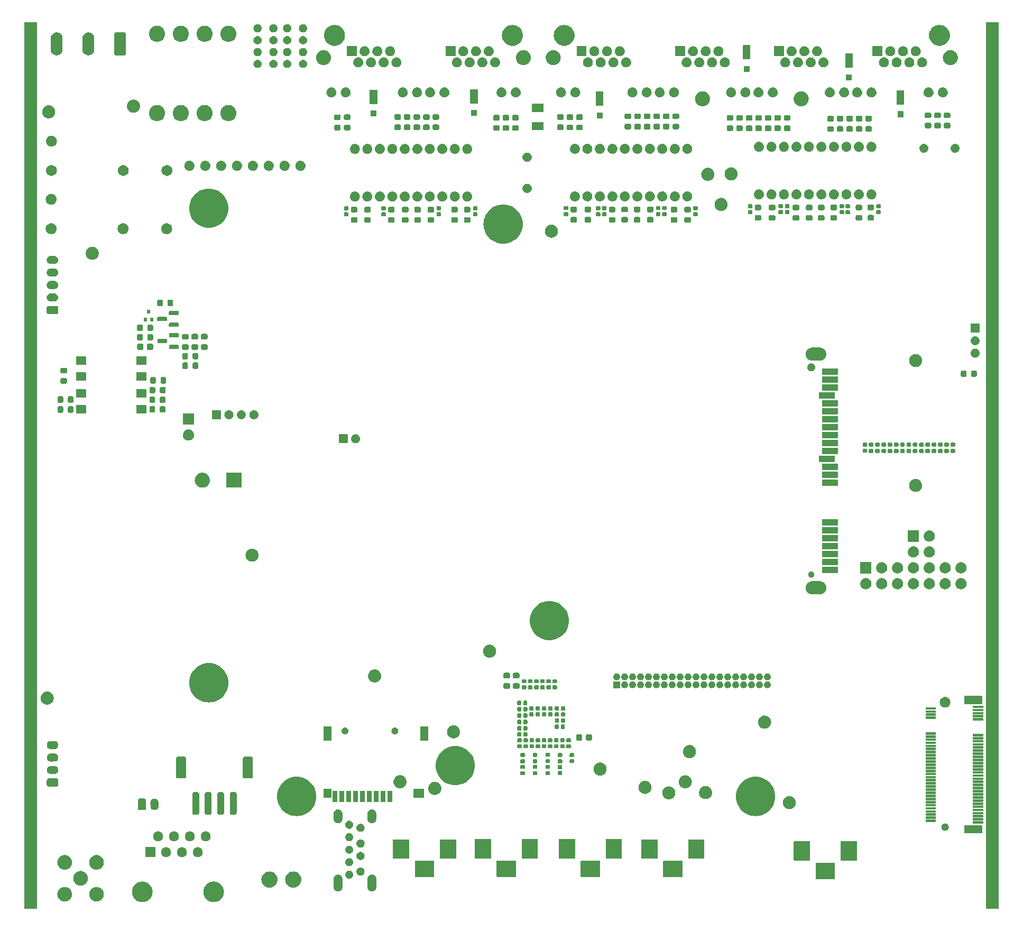
<source format=gbs>
G04 #@! TF.GenerationSoftware,KiCad,Pcbnew,8.0.0-rc1*
G04 #@! TF.CreationDate,2024-04-08T12:56:38+03:00*
G04 #@! TF.ProjectId,MXVR_3566,4d585652-5f33-4353-9636-2e6b69636164,REV1*
G04 #@! TF.SameCoordinates,Original*
G04 #@! TF.FileFunction,Soldermask,Bot*
G04 #@! TF.FilePolarity,Negative*
%FSLAX46Y46*%
G04 Gerber Fmt 4.6, Leading zero omitted, Abs format (unit mm)*
G04 Created by KiCad (PCBNEW 8.0.0-rc1) date 2024-04-08 12:56:38*
%MOMM*%
%LPD*%
G01*
G04 APERTURE LIST*
G04 APERTURE END LIST*
G36*
X49470913Y-25549086D02*
G01*
X49475000Y-25558951D01*
X49475000Y-167541048D01*
X49470913Y-167550913D01*
X49461049Y-167555000D01*
X47478951Y-167555000D01*
X47469086Y-167550913D01*
X47465000Y-167541050D01*
X47474999Y-25558949D01*
X47479086Y-25549085D01*
X47488950Y-25545000D01*
X49461049Y-25545000D01*
X49470913Y-25549086D01*
G37*
G36*
X203470908Y-25549081D02*
G01*
X203475000Y-25558820D01*
X203475000Y-167531048D01*
X203470888Y-167540974D01*
X203461132Y-167545044D01*
X201478975Y-167554955D01*
X201469091Y-167550918D01*
X201465000Y-167541179D01*
X201465000Y-25568951D01*
X201469111Y-25559025D01*
X201478867Y-25554955D01*
X203461024Y-25545044D01*
X203470908Y-25549081D01*
G37*
G36*
X66405251Y-163181242D02*
G01*
X66468372Y-163181242D01*
X66537350Y-163191638D01*
X66603273Y-163196827D01*
X66656406Y-163209583D01*
X66712349Y-163218015D01*
X66785447Y-163240563D01*
X66855187Y-163257306D01*
X66900284Y-163275985D01*
X66948132Y-163290745D01*
X67023248Y-163326919D01*
X67094538Y-163356448D01*
X67131131Y-163378872D01*
X67170437Y-163397801D01*
X67245200Y-163448774D01*
X67315433Y-163491813D01*
X67343557Y-163515833D01*
X67374302Y-163536795D01*
X67446089Y-163603404D01*
X67512433Y-163660067D01*
X67532579Y-163683655D01*
X67555176Y-163704622D01*
X67621241Y-163787465D01*
X67680687Y-163857067D01*
X67693760Y-163878401D01*
X67709017Y-163897532D01*
X67766550Y-163997183D01*
X67816052Y-164077962D01*
X67823323Y-164095516D01*
X67832385Y-164111212D01*
X67878615Y-164229004D01*
X67915194Y-164317313D01*
X67918217Y-164329908D01*
X67922529Y-164340893D01*
X67954815Y-164482350D01*
X67975673Y-164569227D01*
X67976214Y-164576101D01*
X67977435Y-164581451D01*
X67993346Y-164793788D01*
X67996000Y-164827500D01*
X67993346Y-164861214D01*
X67977435Y-165073548D01*
X67976214Y-165078896D01*
X67975673Y-165085773D01*
X67954811Y-165172668D01*
X67922529Y-165314106D01*
X67918218Y-165325088D01*
X67915194Y-165337687D01*
X67878608Y-165426013D01*
X67832385Y-165543787D01*
X67823324Y-165559479D01*
X67816052Y-165577038D01*
X67766540Y-165657833D01*
X67709017Y-165757467D01*
X67693763Y-165776594D01*
X67680687Y-165797933D01*
X67621229Y-165867548D01*
X67555176Y-165950377D01*
X67532583Y-165971339D01*
X67512433Y-165994933D01*
X67446076Y-166051607D01*
X67374302Y-166118204D01*
X67343563Y-166139161D01*
X67315433Y-166163187D01*
X67245186Y-166206234D01*
X67170437Y-166257198D01*
X67131138Y-166276122D01*
X67094538Y-166298552D01*
X67023233Y-166328087D01*
X66948132Y-166364254D01*
X66900293Y-166379010D01*
X66855187Y-166397694D01*
X66785432Y-166414440D01*
X66712349Y-166436984D01*
X66656414Y-166445414D01*
X66603273Y-166458173D01*
X66537346Y-166463361D01*
X66468372Y-166473758D01*
X66405251Y-166473758D01*
X66345000Y-166478500D01*
X66284749Y-166473758D01*
X66221628Y-166473758D01*
X66152652Y-166463361D01*
X66086727Y-166458173D01*
X66033586Y-166445415D01*
X65977650Y-166436984D01*
X65904562Y-166414439D01*
X65834813Y-166397694D01*
X65789709Y-166379011D01*
X65741867Y-166364254D01*
X65666761Y-166328085D01*
X65595462Y-166298552D01*
X65558861Y-166276123D01*
X65519563Y-166257198D01*
X65444810Y-166206232D01*
X65374567Y-166163187D01*
X65346440Y-166139164D01*
X65315697Y-166118204D01*
X65243911Y-166051596D01*
X65177567Y-165994933D01*
X65157420Y-165971344D01*
X65134823Y-165950377D01*
X65068755Y-165867530D01*
X65009313Y-165797933D01*
X64996240Y-165776599D01*
X64980982Y-165757467D01*
X64923442Y-165657804D01*
X64873948Y-165577038D01*
X64866677Y-165559485D01*
X64857614Y-165543787D01*
X64811372Y-165425967D01*
X64774806Y-165337687D01*
X64771782Y-165325095D01*
X64767470Y-165314106D01*
X64735168Y-165172583D01*
X64714327Y-165085773D01*
X64713786Y-165078903D01*
X64712564Y-165073548D01*
X64696632Y-164860948D01*
X64694000Y-164827500D01*
X64696632Y-164794053D01*
X64712564Y-164581451D01*
X64713786Y-164576095D01*
X64714327Y-164569227D01*
X64735163Y-164482435D01*
X64767470Y-164340893D01*
X64771783Y-164329902D01*
X64774806Y-164317313D01*
X64811365Y-164229050D01*
X64857614Y-164111212D01*
X64866679Y-164095510D01*
X64873948Y-164077962D01*
X64923432Y-163997211D01*
X64980982Y-163897532D01*
X64996242Y-163878395D01*
X65009313Y-163857067D01*
X65068743Y-163787483D01*
X65134823Y-163704622D01*
X65157424Y-163683650D01*
X65177567Y-163660067D01*
X65243897Y-163603415D01*
X65315697Y-163536795D01*
X65346446Y-163515830D01*
X65374567Y-163491813D01*
X65444795Y-163448776D01*
X65519563Y-163397801D01*
X65558869Y-163378872D01*
X65595462Y-163356448D01*
X65666746Y-163326921D01*
X65741867Y-163290745D01*
X65789718Y-163275984D01*
X65834813Y-163257306D01*
X65904547Y-163240564D01*
X65977650Y-163218015D01*
X66033594Y-163209582D01*
X66086727Y-163196827D01*
X66152648Y-163191638D01*
X66221628Y-163181242D01*
X66284749Y-163181242D01*
X66345000Y-163176500D01*
X66405251Y-163181242D01*
G37*
G36*
X77835251Y-163181242D02*
G01*
X77898372Y-163181242D01*
X77967350Y-163191638D01*
X78033273Y-163196827D01*
X78086406Y-163209583D01*
X78142349Y-163218015D01*
X78215447Y-163240563D01*
X78285187Y-163257306D01*
X78330284Y-163275985D01*
X78378132Y-163290745D01*
X78453248Y-163326919D01*
X78524538Y-163356448D01*
X78561131Y-163378872D01*
X78600437Y-163397801D01*
X78675200Y-163448774D01*
X78745433Y-163491813D01*
X78773557Y-163515833D01*
X78804302Y-163536795D01*
X78876089Y-163603404D01*
X78942433Y-163660067D01*
X78962579Y-163683655D01*
X78985176Y-163704622D01*
X79051241Y-163787465D01*
X79110687Y-163857067D01*
X79123760Y-163878401D01*
X79139017Y-163897532D01*
X79196550Y-163997183D01*
X79246052Y-164077962D01*
X79253323Y-164095516D01*
X79262385Y-164111212D01*
X79308615Y-164229004D01*
X79345194Y-164317313D01*
X79348217Y-164329908D01*
X79352529Y-164340893D01*
X79384815Y-164482350D01*
X79405673Y-164569227D01*
X79406214Y-164576101D01*
X79407435Y-164581451D01*
X79423346Y-164793788D01*
X79426000Y-164827500D01*
X79423346Y-164861214D01*
X79407435Y-165073548D01*
X79406214Y-165078896D01*
X79405673Y-165085773D01*
X79384811Y-165172668D01*
X79352529Y-165314106D01*
X79348218Y-165325088D01*
X79345194Y-165337687D01*
X79308608Y-165426013D01*
X79262385Y-165543787D01*
X79253324Y-165559479D01*
X79246052Y-165577038D01*
X79196540Y-165657833D01*
X79139017Y-165757467D01*
X79123763Y-165776594D01*
X79110687Y-165797933D01*
X79051229Y-165867548D01*
X78985176Y-165950377D01*
X78962583Y-165971339D01*
X78942433Y-165994933D01*
X78876076Y-166051607D01*
X78804302Y-166118204D01*
X78773563Y-166139161D01*
X78745433Y-166163187D01*
X78675186Y-166206234D01*
X78600437Y-166257198D01*
X78561138Y-166276122D01*
X78524538Y-166298552D01*
X78453233Y-166328087D01*
X78378132Y-166364254D01*
X78330293Y-166379010D01*
X78285187Y-166397694D01*
X78215432Y-166414440D01*
X78142349Y-166436984D01*
X78086414Y-166445414D01*
X78033273Y-166458173D01*
X77967346Y-166463361D01*
X77898372Y-166473758D01*
X77835251Y-166473758D01*
X77775000Y-166478500D01*
X77714749Y-166473758D01*
X77651628Y-166473758D01*
X77582652Y-166463361D01*
X77516727Y-166458173D01*
X77463586Y-166445415D01*
X77407650Y-166436984D01*
X77334562Y-166414439D01*
X77264813Y-166397694D01*
X77219709Y-166379011D01*
X77171867Y-166364254D01*
X77096761Y-166328085D01*
X77025462Y-166298552D01*
X76988861Y-166276123D01*
X76949563Y-166257198D01*
X76874810Y-166206232D01*
X76804567Y-166163187D01*
X76776440Y-166139164D01*
X76745697Y-166118204D01*
X76673911Y-166051596D01*
X76607567Y-165994933D01*
X76587420Y-165971344D01*
X76564823Y-165950377D01*
X76498755Y-165867530D01*
X76439313Y-165797933D01*
X76426240Y-165776599D01*
X76410982Y-165757467D01*
X76353442Y-165657804D01*
X76303948Y-165577038D01*
X76296677Y-165559485D01*
X76287614Y-165543787D01*
X76241372Y-165425967D01*
X76204806Y-165337687D01*
X76201782Y-165325095D01*
X76197470Y-165314106D01*
X76165168Y-165172583D01*
X76144327Y-165085773D01*
X76143786Y-165078903D01*
X76142564Y-165073548D01*
X76126632Y-164860948D01*
X76124000Y-164827500D01*
X76126632Y-164794053D01*
X76142564Y-164581451D01*
X76143786Y-164576095D01*
X76144327Y-164569227D01*
X76165163Y-164482435D01*
X76197470Y-164340893D01*
X76201783Y-164329902D01*
X76204806Y-164317313D01*
X76241365Y-164229050D01*
X76287614Y-164111212D01*
X76296679Y-164095510D01*
X76303948Y-164077962D01*
X76353432Y-163997211D01*
X76410982Y-163897532D01*
X76426242Y-163878395D01*
X76439313Y-163857067D01*
X76498743Y-163787483D01*
X76564823Y-163704622D01*
X76587424Y-163683650D01*
X76607567Y-163660067D01*
X76673897Y-163603415D01*
X76745697Y-163536795D01*
X76776446Y-163515830D01*
X76804567Y-163491813D01*
X76874795Y-163448776D01*
X76949563Y-163397801D01*
X76988869Y-163378872D01*
X77025462Y-163356448D01*
X77096746Y-163326921D01*
X77171867Y-163290745D01*
X77219718Y-163275984D01*
X77264813Y-163257306D01*
X77334547Y-163240564D01*
X77407650Y-163218015D01*
X77463594Y-163209582D01*
X77516727Y-163196827D01*
X77582648Y-163191638D01*
X77651628Y-163181242D01*
X77714749Y-163181242D01*
X77775000Y-163176500D01*
X77835251Y-163181242D01*
G37*
G36*
X53975380Y-164039017D02*
G01*
X54028508Y-164039017D01*
X54075247Y-164047754D01*
X54124180Y-164052035D01*
X54184240Y-164068128D01*
X54241828Y-164078893D01*
X54280885Y-164094024D01*
X54322158Y-164105083D01*
X54384640Y-164134219D01*
X54444188Y-164157288D01*
X54474924Y-164176319D01*
X54507915Y-164191703D01*
X54570148Y-164235279D01*
X54628698Y-164271532D01*
X54651141Y-164291991D01*
X54675807Y-164309263D01*
X54734808Y-164368264D01*
X54789074Y-164417734D01*
X54803866Y-164437322D01*
X54820736Y-164454192D01*
X54873358Y-164529344D01*
X54919855Y-164590916D01*
X54928185Y-164607645D01*
X54938296Y-164622085D01*
X54981354Y-164714422D01*
X55016587Y-164785180D01*
X55020089Y-164797491D01*
X55024916Y-164807841D01*
X55055330Y-164921348D01*
X55075976Y-164993911D01*
X55076611Y-165000772D01*
X55077964Y-165005819D01*
X55092904Y-165176598D01*
X55096000Y-165210000D01*
X55092904Y-165243404D01*
X55077964Y-165414180D01*
X55076611Y-165419225D01*
X55075976Y-165426089D01*
X55055325Y-165498667D01*
X55024916Y-165612158D01*
X55020090Y-165622506D01*
X55016587Y-165634820D01*
X54981350Y-165705584D01*
X54938296Y-165797915D01*
X54928185Y-165812354D01*
X54919855Y-165829084D01*
X54873353Y-165890662D01*
X54820736Y-165965807D01*
X54803869Y-165982673D01*
X54789074Y-166002266D01*
X54734796Y-166051746D01*
X54675807Y-166110736D01*
X54651146Y-166128003D01*
X54628698Y-166148468D01*
X54570135Y-166184728D01*
X54507915Y-166228296D01*
X54474930Y-166243676D01*
X54444188Y-166262712D01*
X54384627Y-166285785D01*
X54322158Y-166314916D01*
X54280894Y-166325972D01*
X54241828Y-166341107D01*
X54184228Y-166351874D01*
X54124180Y-166367964D01*
X54075257Y-166372244D01*
X54028508Y-166380983D01*
X53975369Y-166380983D01*
X53920000Y-166385827D01*
X53864631Y-166380983D01*
X53811492Y-166380983D01*
X53764742Y-166372244D01*
X53715819Y-166367964D01*
X53655768Y-166351873D01*
X53598172Y-166341107D01*
X53559107Y-166325973D01*
X53517841Y-166314916D01*
X53455366Y-166285783D01*
X53395812Y-166262712D01*
X53365072Y-166243678D01*
X53332084Y-166228296D01*
X53269855Y-166184722D01*
X53211302Y-166148468D01*
X53188857Y-166128006D01*
X53164192Y-166110736D01*
X53105191Y-166051735D01*
X53050926Y-166002266D01*
X53036133Y-165982677D01*
X53019263Y-165965807D01*
X52966632Y-165890643D01*
X52920145Y-165829084D01*
X52911817Y-165812359D01*
X52901703Y-165797915D01*
X52858633Y-165705552D01*
X52823413Y-165634820D01*
X52819910Y-165622511D01*
X52815083Y-165612158D01*
X52784657Y-165498607D01*
X52764024Y-165426089D01*
X52763388Y-165419231D01*
X52762035Y-165414180D01*
X52747077Y-165243211D01*
X52744000Y-165210000D01*
X52747077Y-165176791D01*
X52762035Y-165005819D01*
X52763388Y-165000766D01*
X52764024Y-164993911D01*
X52784652Y-164921408D01*
X52815083Y-164807841D01*
X52819911Y-164797486D01*
X52823413Y-164785180D01*
X52858630Y-164714454D01*
X52901703Y-164622085D01*
X52911817Y-164607640D01*
X52920145Y-164590916D01*
X52966627Y-164529363D01*
X53019263Y-164454192D01*
X53036136Y-164437318D01*
X53050926Y-164417734D01*
X53105180Y-164368274D01*
X53164192Y-164309263D01*
X53188861Y-164291989D01*
X53211302Y-164271532D01*
X53269848Y-164235281D01*
X53332085Y-164191703D01*
X53365076Y-164176318D01*
X53395812Y-164157288D01*
X53455355Y-164134220D01*
X53517841Y-164105083D01*
X53559116Y-164094023D01*
X53598172Y-164078893D01*
X53655756Y-164068128D01*
X53715819Y-164052035D01*
X53764752Y-164047753D01*
X53811492Y-164039017D01*
X53864620Y-164039017D01*
X53920000Y-164034172D01*
X53975380Y-164039017D01*
G37*
G36*
X59075380Y-164039017D02*
G01*
X59128508Y-164039017D01*
X59175247Y-164047754D01*
X59224180Y-164052035D01*
X59284240Y-164068128D01*
X59341828Y-164078893D01*
X59380885Y-164094024D01*
X59422158Y-164105083D01*
X59484640Y-164134219D01*
X59544188Y-164157288D01*
X59574924Y-164176319D01*
X59607915Y-164191703D01*
X59670148Y-164235279D01*
X59728698Y-164271532D01*
X59751141Y-164291991D01*
X59775807Y-164309263D01*
X59834808Y-164368264D01*
X59889074Y-164417734D01*
X59903866Y-164437322D01*
X59920736Y-164454192D01*
X59973358Y-164529344D01*
X60019855Y-164590916D01*
X60028185Y-164607645D01*
X60038296Y-164622085D01*
X60081354Y-164714422D01*
X60116587Y-164785180D01*
X60120089Y-164797491D01*
X60124916Y-164807841D01*
X60155330Y-164921348D01*
X60175976Y-164993911D01*
X60176611Y-165000772D01*
X60177964Y-165005819D01*
X60192904Y-165176598D01*
X60196000Y-165210000D01*
X60192904Y-165243404D01*
X60177964Y-165414180D01*
X60176611Y-165419225D01*
X60175976Y-165426089D01*
X60155325Y-165498667D01*
X60124916Y-165612158D01*
X60120090Y-165622506D01*
X60116587Y-165634820D01*
X60081350Y-165705584D01*
X60038296Y-165797915D01*
X60028185Y-165812354D01*
X60019855Y-165829084D01*
X59973353Y-165890662D01*
X59920736Y-165965807D01*
X59903869Y-165982673D01*
X59889074Y-166002266D01*
X59834796Y-166051746D01*
X59775807Y-166110736D01*
X59751146Y-166128003D01*
X59728698Y-166148468D01*
X59670135Y-166184728D01*
X59607915Y-166228296D01*
X59574930Y-166243676D01*
X59544188Y-166262712D01*
X59484627Y-166285785D01*
X59422158Y-166314916D01*
X59380894Y-166325972D01*
X59341828Y-166341107D01*
X59284228Y-166351874D01*
X59224180Y-166367964D01*
X59175257Y-166372244D01*
X59128508Y-166380983D01*
X59075369Y-166380983D01*
X59020000Y-166385827D01*
X58964631Y-166380983D01*
X58911492Y-166380983D01*
X58864742Y-166372244D01*
X58815819Y-166367964D01*
X58755768Y-166351873D01*
X58698172Y-166341107D01*
X58659107Y-166325973D01*
X58617841Y-166314916D01*
X58555366Y-166285783D01*
X58495812Y-166262712D01*
X58465072Y-166243678D01*
X58432084Y-166228296D01*
X58369855Y-166184722D01*
X58311302Y-166148468D01*
X58288857Y-166128006D01*
X58264192Y-166110736D01*
X58205191Y-166051735D01*
X58150926Y-166002266D01*
X58136133Y-165982677D01*
X58119263Y-165965807D01*
X58066632Y-165890643D01*
X58020145Y-165829084D01*
X58011817Y-165812359D01*
X58001703Y-165797915D01*
X57958633Y-165705552D01*
X57923413Y-165634820D01*
X57919910Y-165622511D01*
X57915083Y-165612158D01*
X57884657Y-165498607D01*
X57864024Y-165426089D01*
X57863388Y-165419231D01*
X57862035Y-165414180D01*
X57847077Y-165243211D01*
X57844000Y-165210000D01*
X57847077Y-165176791D01*
X57862035Y-165005819D01*
X57863388Y-165000766D01*
X57864024Y-164993911D01*
X57884652Y-164921408D01*
X57915083Y-164807841D01*
X57919911Y-164797486D01*
X57923413Y-164785180D01*
X57958630Y-164714454D01*
X58001703Y-164622085D01*
X58011817Y-164607640D01*
X58020145Y-164590916D01*
X58066627Y-164529363D01*
X58119263Y-164454192D01*
X58136136Y-164437318D01*
X58150926Y-164417734D01*
X58205180Y-164368274D01*
X58264192Y-164309263D01*
X58288861Y-164291989D01*
X58311302Y-164271532D01*
X58369848Y-164235281D01*
X58432085Y-164191703D01*
X58465076Y-164176318D01*
X58495812Y-164157288D01*
X58555355Y-164134220D01*
X58617841Y-164105083D01*
X58659116Y-164094023D01*
X58698172Y-164078893D01*
X58755756Y-164068128D01*
X58815819Y-164052035D01*
X58864752Y-164047753D01*
X58911492Y-164039017D01*
X58964620Y-164039017D01*
X59020000Y-164034172D01*
X59075380Y-164039017D01*
G37*
G36*
X97893490Y-162109185D02*
G01*
X98020449Y-162161773D01*
X98134710Y-162238120D01*
X98231880Y-162335290D01*
X98308227Y-162449551D01*
X98360815Y-162576510D01*
X98387624Y-162711290D01*
X98391000Y-164080000D01*
X98387624Y-164148710D01*
X98360815Y-164283490D01*
X98308227Y-164410449D01*
X98231880Y-164524710D01*
X98134710Y-164621880D01*
X98020449Y-164698227D01*
X97893490Y-164750815D01*
X97758710Y-164777624D01*
X97621290Y-164777624D01*
X97486510Y-164750815D01*
X97359551Y-164698227D01*
X97245290Y-164621880D01*
X97148120Y-164524710D01*
X97071773Y-164410449D01*
X97019185Y-164283490D01*
X96992376Y-164148710D01*
X96989000Y-162780000D01*
X96992376Y-162711290D01*
X97019185Y-162576510D01*
X97071773Y-162449551D01*
X97148120Y-162335290D01*
X97245290Y-162238120D01*
X97359551Y-162161773D01*
X97486510Y-162109185D01*
X97621290Y-162082376D01*
X97758710Y-162082376D01*
X97893490Y-162109185D01*
G37*
G36*
X103313490Y-162109185D02*
G01*
X103440449Y-162161773D01*
X103554710Y-162238120D01*
X103651880Y-162335290D01*
X103728227Y-162449551D01*
X103780815Y-162576510D01*
X103807624Y-162711290D01*
X103811000Y-164080000D01*
X103807624Y-164148710D01*
X103780815Y-164283490D01*
X103728227Y-164410449D01*
X103651880Y-164524710D01*
X103554710Y-164621880D01*
X103440449Y-164698227D01*
X103313490Y-164750815D01*
X103178710Y-164777624D01*
X103041290Y-164777624D01*
X102906510Y-164750815D01*
X102779551Y-164698227D01*
X102665290Y-164621880D01*
X102568120Y-164524710D01*
X102491773Y-164410449D01*
X102439185Y-164283490D01*
X102412376Y-164148710D01*
X102409000Y-162780000D01*
X102412376Y-162711290D01*
X102439185Y-162576510D01*
X102491773Y-162449551D01*
X102568120Y-162335290D01*
X102665290Y-162238120D01*
X102779551Y-162161773D01*
X102906510Y-162109185D01*
X103041290Y-162082376D01*
X103178710Y-162082376D01*
X103313490Y-162109185D01*
G37*
G36*
X86945916Y-161588765D02*
G01*
X87164968Y-161647460D01*
X87370500Y-161743301D01*
X87556267Y-161873376D01*
X87716624Y-162033733D01*
X87846699Y-162219500D01*
X87942540Y-162425032D01*
X88001235Y-162644084D01*
X88021000Y-162870000D01*
X88001235Y-163095916D01*
X87942540Y-163314968D01*
X87846699Y-163520500D01*
X87716624Y-163706267D01*
X87556267Y-163866624D01*
X87370500Y-163996699D01*
X87164968Y-164092540D01*
X86945916Y-164151235D01*
X86720000Y-164171000D01*
X86494084Y-164151235D01*
X86275032Y-164092540D01*
X86069500Y-163996699D01*
X85883733Y-163866624D01*
X85723376Y-163706267D01*
X85593301Y-163520500D01*
X85497460Y-163314968D01*
X85438765Y-163095916D01*
X85419000Y-162870000D01*
X85438765Y-162644084D01*
X85497460Y-162425032D01*
X85593301Y-162219500D01*
X85723376Y-162033733D01*
X85883733Y-161873376D01*
X86069500Y-161743301D01*
X86275032Y-161647460D01*
X86494084Y-161588765D01*
X86720000Y-161569000D01*
X86945916Y-161588765D01*
G37*
G36*
X90755916Y-161588765D02*
G01*
X90974968Y-161647460D01*
X91180500Y-161743301D01*
X91366267Y-161873376D01*
X91526624Y-162033733D01*
X91656699Y-162219500D01*
X91752540Y-162425032D01*
X91811235Y-162644084D01*
X91831000Y-162870000D01*
X91811235Y-163095916D01*
X91752540Y-163314968D01*
X91656699Y-163520500D01*
X91526624Y-163706267D01*
X91366267Y-163866624D01*
X91180500Y-163996699D01*
X90974968Y-164092540D01*
X90755916Y-164151235D01*
X90530000Y-164171000D01*
X90304084Y-164151235D01*
X90085032Y-164092540D01*
X89879500Y-163996699D01*
X89693733Y-163866624D01*
X89533376Y-163706267D01*
X89403301Y-163520500D01*
X89307460Y-163314968D01*
X89248765Y-163095916D01*
X89229000Y-162870000D01*
X89248765Y-162644084D01*
X89307460Y-162425032D01*
X89403301Y-162219500D01*
X89533376Y-162033733D01*
X89693733Y-161873376D01*
X89879500Y-161743301D01*
X90085032Y-161647460D01*
X90304084Y-161588765D01*
X90530000Y-161569000D01*
X90755916Y-161588765D01*
G37*
G36*
X56525380Y-161489017D02*
G01*
X56578508Y-161489017D01*
X56625247Y-161497754D01*
X56674180Y-161502035D01*
X56734240Y-161518128D01*
X56791828Y-161528893D01*
X56830885Y-161544024D01*
X56872158Y-161555083D01*
X56934640Y-161584219D01*
X56994188Y-161607288D01*
X57024924Y-161626319D01*
X57057915Y-161641703D01*
X57120148Y-161685279D01*
X57178698Y-161721532D01*
X57201141Y-161741991D01*
X57225807Y-161759263D01*
X57284808Y-161818264D01*
X57339074Y-161867734D01*
X57353866Y-161887322D01*
X57370736Y-161904192D01*
X57423358Y-161979344D01*
X57469855Y-162040916D01*
X57478185Y-162057645D01*
X57488296Y-162072085D01*
X57531354Y-162164422D01*
X57566587Y-162235180D01*
X57570089Y-162247491D01*
X57574916Y-162257841D01*
X57605330Y-162371348D01*
X57625976Y-162443911D01*
X57626611Y-162450772D01*
X57627964Y-162455819D01*
X57642904Y-162626598D01*
X57646000Y-162660000D01*
X57642904Y-162693404D01*
X57627964Y-162864180D01*
X57626611Y-162869225D01*
X57625976Y-162876089D01*
X57605325Y-162948667D01*
X57574916Y-163062158D01*
X57570090Y-163072506D01*
X57566587Y-163084820D01*
X57531350Y-163155584D01*
X57488296Y-163247915D01*
X57478185Y-163262354D01*
X57469855Y-163279084D01*
X57423353Y-163340662D01*
X57370736Y-163415807D01*
X57353869Y-163432673D01*
X57339074Y-163452266D01*
X57284796Y-163501746D01*
X57225807Y-163560736D01*
X57201146Y-163578003D01*
X57178698Y-163598468D01*
X57120135Y-163634728D01*
X57057915Y-163678296D01*
X57024930Y-163693676D01*
X56994188Y-163712712D01*
X56934627Y-163735785D01*
X56872158Y-163764916D01*
X56830894Y-163775972D01*
X56791828Y-163791107D01*
X56734228Y-163801874D01*
X56674180Y-163817964D01*
X56625257Y-163822244D01*
X56578508Y-163830983D01*
X56525369Y-163830983D01*
X56470000Y-163835827D01*
X56414631Y-163830983D01*
X56361492Y-163830983D01*
X56314742Y-163822244D01*
X56265819Y-163817964D01*
X56205768Y-163801873D01*
X56148172Y-163791107D01*
X56109107Y-163775973D01*
X56067841Y-163764916D01*
X56005366Y-163735783D01*
X55945812Y-163712712D01*
X55915072Y-163693678D01*
X55882084Y-163678296D01*
X55819855Y-163634722D01*
X55761302Y-163598468D01*
X55738857Y-163578006D01*
X55714192Y-163560736D01*
X55655191Y-163501735D01*
X55600926Y-163452266D01*
X55586133Y-163432677D01*
X55569263Y-163415807D01*
X55516632Y-163340643D01*
X55470145Y-163279084D01*
X55461817Y-163262359D01*
X55451703Y-163247915D01*
X55408633Y-163155552D01*
X55373413Y-163084820D01*
X55369910Y-163072511D01*
X55365083Y-163062158D01*
X55334657Y-162948607D01*
X55314024Y-162876089D01*
X55313388Y-162869231D01*
X55312035Y-162864180D01*
X55297077Y-162693211D01*
X55294000Y-162660000D01*
X55297077Y-162626791D01*
X55312035Y-162455819D01*
X55313388Y-162450766D01*
X55314024Y-162443911D01*
X55334652Y-162371408D01*
X55365083Y-162257841D01*
X55369911Y-162247486D01*
X55373413Y-162235180D01*
X55408630Y-162164454D01*
X55451703Y-162072085D01*
X55461817Y-162057640D01*
X55470145Y-162040916D01*
X55516627Y-161979363D01*
X55569263Y-161904192D01*
X55586136Y-161887318D01*
X55600926Y-161867734D01*
X55655180Y-161818274D01*
X55714192Y-161759263D01*
X55738861Y-161741989D01*
X55761302Y-161721532D01*
X55819848Y-161685281D01*
X55882085Y-161641703D01*
X55915076Y-161626318D01*
X55945812Y-161607288D01*
X56005355Y-161584220D01*
X56067841Y-161555083D01*
X56109116Y-161544023D01*
X56148172Y-161528893D01*
X56205756Y-161518128D01*
X56265819Y-161502035D01*
X56314752Y-161497753D01*
X56361492Y-161489017D01*
X56414620Y-161489017D01*
X56470000Y-161484172D01*
X56525380Y-161489017D01*
G37*
G36*
X177259517Y-160172882D02*
G01*
X177276062Y-160183938D01*
X177287118Y-160200483D01*
X177291000Y-160220000D01*
X177291000Y-162720000D01*
X177287118Y-162739517D01*
X177276062Y-162756062D01*
X177259517Y-162767118D01*
X177240000Y-162771000D01*
X174240000Y-162771000D01*
X174220483Y-162767118D01*
X174203938Y-162756062D01*
X174192882Y-162739517D01*
X174189000Y-162720000D01*
X174189000Y-160220000D01*
X174192882Y-160200483D01*
X174203938Y-160183938D01*
X174220483Y-160172882D01*
X174240000Y-160169000D01*
X177240000Y-160169000D01*
X177259517Y-160172882D01*
G37*
G36*
X99730848Y-161471304D02*
G01*
X99869810Y-161544238D01*
X99987280Y-161648307D01*
X100076432Y-161777465D01*
X100132083Y-161924206D01*
X100151000Y-162080000D01*
X100132083Y-162235794D01*
X100076432Y-162382535D01*
X99987280Y-162511693D01*
X99869810Y-162615762D01*
X99730848Y-162688696D01*
X99578469Y-162726253D01*
X99421531Y-162726253D01*
X99269152Y-162688696D01*
X99130190Y-162615762D01*
X99012720Y-162511693D01*
X98923568Y-162382535D01*
X98867917Y-162235794D01*
X98849000Y-162080000D01*
X98867917Y-161924206D01*
X98923568Y-161777465D01*
X99012720Y-161648307D01*
X99130190Y-161544238D01*
X99269152Y-161471304D01*
X99421531Y-161433747D01*
X99578469Y-161433747D01*
X99730848Y-161471304D01*
G37*
G36*
X152839517Y-159882882D02*
G01*
X152856062Y-159893938D01*
X152867118Y-159910483D01*
X152871000Y-159930000D01*
X152871000Y-162430000D01*
X152867118Y-162449517D01*
X152856062Y-162466062D01*
X152839517Y-162477118D01*
X152820000Y-162481000D01*
X149820000Y-162481000D01*
X149800483Y-162477118D01*
X149783938Y-162466062D01*
X149772882Y-162449517D01*
X149769000Y-162430000D01*
X149769000Y-159930000D01*
X149772882Y-159910483D01*
X149783938Y-159893938D01*
X149800483Y-159882882D01*
X149820000Y-159879000D01*
X152820000Y-159879000D01*
X152839517Y-159882882D01*
G37*
G36*
X113079517Y-159872882D02*
G01*
X113096062Y-159883938D01*
X113107118Y-159900483D01*
X113111000Y-159920000D01*
X113111000Y-162420000D01*
X113107118Y-162439517D01*
X113096062Y-162456062D01*
X113079517Y-162467118D01*
X113060000Y-162471000D01*
X110060000Y-162471000D01*
X110040483Y-162467118D01*
X110023938Y-162456062D01*
X110012882Y-162439517D01*
X110009000Y-162420000D01*
X110009000Y-159920000D01*
X110012882Y-159900483D01*
X110023938Y-159883938D01*
X110040483Y-159872882D01*
X110060000Y-159869000D01*
X113060000Y-159869000D01*
X113079517Y-159872882D01*
G37*
G36*
X126169517Y-159842882D02*
G01*
X126186062Y-159853938D01*
X126197118Y-159870483D01*
X126201000Y-159890000D01*
X126201000Y-162390000D01*
X126197118Y-162409517D01*
X126186062Y-162426062D01*
X126169517Y-162437118D01*
X126150000Y-162441000D01*
X123150000Y-162441000D01*
X123130483Y-162437118D01*
X123113938Y-162426062D01*
X123102882Y-162409517D01*
X123099000Y-162390000D01*
X123099000Y-159890000D01*
X123102882Y-159870483D01*
X123113938Y-159853938D01*
X123130483Y-159842882D01*
X123150000Y-159839000D01*
X126150000Y-159839000D01*
X126169517Y-159842882D01*
G37*
G36*
X139639517Y-159842882D02*
G01*
X139656062Y-159853938D01*
X139667118Y-159870483D01*
X139671000Y-159890000D01*
X139671000Y-162390000D01*
X139667118Y-162409517D01*
X139656062Y-162426062D01*
X139639517Y-162437118D01*
X139620000Y-162441000D01*
X136620000Y-162441000D01*
X136600483Y-162437118D01*
X136583938Y-162426062D01*
X136572882Y-162409517D01*
X136569000Y-162390000D01*
X136569000Y-159890000D01*
X136572882Y-159870483D01*
X136583938Y-159853938D01*
X136600483Y-159842882D01*
X136620000Y-159839000D01*
X139620000Y-159839000D01*
X139639517Y-159842882D01*
G37*
G36*
X101530848Y-160971304D02*
G01*
X101669810Y-161044238D01*
X101787280Y-161148307D01*
X101876432Y-161277465D01*
X101932083Y-161424206D01*
X101951000Y-161580000D01*
X101932083Y-161735794D01*
X101876432Y-161882535D01*
X101787280Y-162011693D01*
X101669810Y-162115762D01*
X101530848Y-162188696D01*
X101378469Y-162226253D01*
X101221531Y-162226253D01*
X101069152Y-162188696D01*
X100930190Y-162115762D01*
X100812720Y-162011693D01*
X100723568Y-161882535D01*
X100667917Y-161735794D01*
X100649000Y-161580000D01*
X100667917Y-161424206D01*
X100723568Y-161277465D01*
X100812720Y-161148307D01*
X100930190Y-161044238D01*
X101069152Y-160971304D01*
X101221531Y-160933747D01*
X101378469Y-160933747D01*
X101530848Y-160971304D01*
G37*
G36*
X53975380Y-158939017D02*
G01*
X54028508Y-158939017D01*
X54075247Y-158947754D01*
X54124180Y-158952035D01*
X54184240Y-158968128D01*
X54241828Y-158978893D01*
X54280885Y-158994024D01*
X54322158Y-159005083D01*
X54384640Y-159034219D01*
X54444188Y-159057288D01*
X54474924Y-159076319D01*
X54507915Y-159091703D01*
X54570148Y-159135279D01*
X54628698Y-159171532D01*
X54651141Y-159191991D01*
X54675807Y-159209263D01*
X54734808Y-159268264D01*
X54789074Y-159317734D01*
X54803866Y-159337322D01*
X54820736Y-159354192D01*
X54873358Y-159429344D01*
X54919855Y-159490916D01*
X54928185Y-159507645D01*
X54938296Y-159522085D01*
X54981354Y-159614422D01*
X55016587Y-159685180D01*
X55020089Y-159697491D01*
X55024916Y-159707841D01*
X55055330Y-159821348D01*
X55075976Y-159893911D01*
X55076611Y-159900772D01*
X55077964Y-159905819D01*
X55092904Y-160076598D01*
X55096000Y-160110000D01*
X55092904Y-160143404D01*
X55077964Y-160314180D01*
X55076611Y-160319225D01*
X55075976Y-160326089D01*
X55055325Y-160398667D01*
X55024916Y-160512158D01*
X55020090Y-160522506D01*
X55016587Y-160534820D01*
X54981350Y-160605584D01*
X54938296Y-160697915D01*
X54928185Y-160712354D01*
X54919855Y-160729084D01*
X54873353Y-160790662D01*
X54820736Y-160865807D01*
X54803869Y-160882673D01*
X54789074Y-160902266D01*
X54734796Y-160951746D01*
X54675807Y-161010736D01*
X54651146Y-161028003D01*
X54628698Y-161048468D01*
X54570135Y-161084728D01*
X54507915Y-161128296D01*
X54474930Y-161143676D01*
X54444188Y-161162712D01*
X54384627Y-161185785D01*
X54322158Y-161214916D01*
X54280894Y-161225972D01*
X54241828Y-161241107D01*
X54184228Y-161251874D01*
X54124180Y-161267964D01*
X54075257Y-161272244D01*
X54028508Y-161280983D01*
X53975369Y-161280983D01*
X53920000Y-161285827D01*
X53864631Y-161280983D01*
X53811492Y-161280983D01*
X53764742Y-161272244D01*
X53715819Y-161267964D01*
X53655768Y-161251873D01*
X53598172Y-161241107D01*
X53559107Y-161225973D01*
X53517841Y-161214916D01*
X53455366Y-161185783D01*
X53395812Y-161162712D01*
X53365072Y-161143678D01*
X53332084Y-161128296D01*
X53269855Y-161084722D01*
X53211302Y-161048468D01*
X53188857Y-161028006D01*
X53164192Y-161010736D01*
X53105191Y-160951735D01*
X53050926Y-160902266D01*
X53036133Y-160882677D01*
X53019263Y-160865807D01*
X52966632Y-160790643D01*
X52920145Y-160729084D01*
X52911817Y-160712359D01*
X52901703Y-160697915D01*
X52858633Y-160605552D01*
X52823413Y-160534820D01*
X52819910Y-160522511D01*
X52815083Y-160512158D01*
X52784657Y-160398607D01*
X52764024Y-160326089D01*
X52763388Y-160319231D01*
X52762035Y-160314180D01*
X52747077Y-160143211D01*
X52744000Y-160110000D01*
X52747077Y-160076791D01*
X52762035Y-159905819D01*
X52763388Y-159900766D01*
X52764024Y-159893911D01*
X52784652Y-159821408D01*
X52815083Y-159707841D01*
X52819911Y-159697486D01*
X52823413Y-159685180D01*
X52858630Y-159614454D01*
X52901703Y-159522085D01*
X52911817Y-159507640D01*
X52920145Y-159490916D01*
X52966627Y-159429363D01*
X53019263Y-159354192D01*
X53036136Y-159337318D01*
X53050926Y-159317734D01*
X53105180Y-159268274D01*
X53164192Y-159209263D01*
X53188861Y-159191989D01*
X53211302Y-159171532D01*
X53269848Y-159135281D01*
X53332085Y-159091703D01*
X53365076Y-159076318D01*
X53395812Y-159057288D01*
X53455355Y-159034220D01*
X53517841Y-159005083D01*
X53559116Y-158994023D01*
X53598172Y-158978893D01*
X53655756Y-158968128D01*
X53715819Y-158952035D01*
X53764752Y-158947753D01*
X53811492Y-158939017D01*
X53864620Y-158939017D01*
X53920000Y-158934172D01*
X53975380Y-158939017D01*
G37*
G36*
X59075380Y-158939017D02*
G01*
X59128508Y-158939017D01*
X59175247Y-158947754D01*
X59224180Y-158952035D01*
X59284240Y-158968128D01*
X59341828Y-158978893D01*
X59380885Y-158994024D01*
X59422158Y-159005083D01*
X59484640Y-159034219D01*
X59544188Y-159057288D01*
X59574924Y-159076319D01*
X59607915Y-159091703D01*
X59670148Y-159135279D01*
X59728698Y-159171532D01*
X59751141Y-159191991D01*
X59775807Y-159209263D01*
X59834808Y-159268264D01*
X59889074Y-159317734D01*
X59903866Y-159337322D01*
X59920736Y-159354192D01*
X59973358Y-159429344D01*
X60019855Y-159490916D01*
X60028185Y-159507645D01*
X60038296Y-159522085D01*
X60081354Y-159614422D01*
X60116587Y-159685180D01*
X60120089Y-159697491D01*
X60124916Y-159707841D01*
X60155330Y-159821348D01*
X60175976Y-159893911D01*
X60176611Y-159900772D01*
X60177964Y-159905819D01*
X60192904Y-160076598D01*
X60196000Y-160110000D01*
X60192904Y-160143404D01*
X60177964Y-160314180D01*
X60176611Y-160319225D01*
X60175976Y-160326089D01*
X60155325Y-160398667D01*
X60124916Y-160512158D01*
X60120090Y-160522506D01*
X60116587Y-160534820D01*
X60081350Y-160605584D01*
X60038296Y-160697915D01*
X60028185Y-160712354D01*
X60019855Y-160729084D01*
X59973353Y-160790662D01*
X59920736Y-160865807D01*
X59903869Y-160882673D01*
X59889074Y-160902266D01*
X59834796Y-160951746D01*
X59775807Y-161010736D01*
X59751146Y-161028003D01*
X59728698Y-161048468D01*
X59670135Y-161084728D01*
X59607915Y-161128296D01*
X59574930Y-161143676D01*
X59544188Y-161162712D01*
X59484627Y-161185785D01*
X59422158Y-161214916D01*
X59380894Y-161225972D01*
X59341828Y-161241107D01*
X59284228Y-161251874D01*
X59224180Y-161267964D01*
X59175257Y-161272244D01*
X59128508Y-161280983D01*
X59075369Y-161280983D01*
X59020000Y-161285827D01*
X58964631Y-161280983D01*
X58911492Y-161280983D01*
X58864742Y-161272244D01*
X58815819Y-161267964D01*
X58755768Y-161251873D01*
X58698172Y-161241107D01*
X58659107Y-161225973D01*
X58617841Y-161214916D01*
X58555366Y-161185783D01*
X58495812Y-161162712D01*
X58465072Y-161143678D01*
X58432084Y-161128296D01*
X58369855Y-161084722D01*
X58311302Y-161048468D01*
X58288857Y-161028006D01*
X58264192Y-161010736D01*
X58205191Y-160951735D01*
X58150926Y-160902266D01*
X58136133Y-160882677D01*
X58119263Y-160865807D01*
X58066632Y-160790643D01*
X58020145Y-160729084D01*
X58011817Y-160712359D01*
X58001703Y-160697915D01*
X57958633Y-160605552D01*
X57923413Y-160534820D01*
X57919910Y-160522511D01*
X57915083Y-160512158D01*
X57884657Y-160398607D01*
X57864024Y-160326089D01*
X57863388Y-160319231D01*
X57862035Y-160314180D01*
X57847077Y-160143211D01*
X57844000Y-160110000D01*
X57847077Y-160076791D01*
X57862035Y-159905819D01*
X57863388Y-159900766D01*
X57864024Y-159893911D01*
X57884652Y-159821408D01*
X57915083Y-159707841D01*
X57919911Y-159697486D01*
X57923413Y-159685180D01*
X57958630Y-159614454D01*
X58001703Y-159522085D01*
X58011817Y-159507640D01*
X58020145Y-159490916D01*
X58066627Y-159429363D01*
X58119263Y-159354192D01*
X58136136Y-159337318D01*
X58150926Y-159317734D01*
X58205180Y-159268274D01*
X58264192Y-159209263D01*
X58288861Y-159191989D01*
X58311302Y-159171532D01*
X58369848Y-159135281D01*
X58432085Y-159091703D01*
X58465076Y-159076318D01*
X58495812Y-159057288D01*
X58555355Y-159034220D01*
X58617841Y-159005083D01*
X58659116Y-158994023D01*
X58698172Y-158978893D01*
X58755756Y-158968128D01*
X58815819Y-158952035D01*
X58864752Y-158947753D01*
X58911492Y-158939017D01*
X58964620Y-158939017D01*
X59020000Y-158934172D01*
X59075380Y-158939017D01*
G37*
G36*
X99730848Y-159471304D02*
G01*
X99869810Y-159544238D01*
X99987280Y-159648307D01*
X100076432Y-159777465D01*
X100132083Y-159924206D01*
X100151000Y-160080000D01*
X100132083Y-160235794D01*
X100076432Y-160382535D01*
X99987280Y-160511693D01*
X99869810Y-160615762D01*
X99730848Y-160688696D01*
X99578469Y-160726253D01*
X99421531Y-160726253D01*
X99269152Y-160688696D01*
X99130190Y-160615762D01*
X99012720Y-160511693D01*
X98923568Y-160382535D01*
X98867917Y-160235794D01*
X98849000Y-160080000D01*
X98867917Y-159924206D01*
X98923568Y-159777465D01*
X99012720Y-159648307D01*
X99130190Y-159544238D01*
X99269152Y-159471304D01*
X99421531Y-159433747D01*
X99578469Y-159433747D01*
X99730848Y-159471304D01*
G37*
G36*
X173259517Y-156722882D02*
G01*
X173276062Y-156733938D01*
X173287118Y-156750483D01*
X173291000Y-156770000D01*
X173291000Y-159770000D01*
X173287118Y-159789517D01*
X173276062Y-159806062D01*
X173259517Y-159817118D01*
X173240000Y-159821000D01*
X170740000Y-159821000D01*
X170720483Y-159817118D01*
X170703938Y-159806062D01*
X170692882Y-159789517D01*
X170689000Y-159770000D01*
X170689000Y-156770000D01*
X170692882Y-156750483D01*
X170703938Y-156733938D01*
X170720483Y-156722882D01*
X170740000Y-156719000D01*
X173240000Y-156719000D01*
X173259517Y-156722882D01*
G37*
G36*
X180759517Y-156722882D02*
G01*
X180776062Y-156733938D01*
X180787118Y-156750483D01*
X180791000Y-156770000D01*
X180791000Y-159770000D01*
X180787118Y-159789517D01*
X180776062Y-159806062D01*
X180759517Y-159817118D01*
X180740000Y-159821000D01*
X178240000Y-159821000D01*
X178220483Y-159817118D01*
X178203938Y-159806062D01*
X178192882Y-159789517D01*
X178189000Y-159770000D01*
X178189000Y-156770000D01*
X178192882Y-156750483D01*
X178203938Y-156733938D01*
X178220483Y-156722882D01*
X178240000Y-156719000D01*
X180740000Y-156719000D01*
X180759517Y-156722882D01*
G37*
G36*
X101530848Y-158471304D02*
G01*
X101669810Y-158544238D01*
X101787280Y-158648307D01*
X101876432Y-158777465D01*
X101932083Y-158924206D01*
X101951000Y-159080000D01*
X101932083Y-159235794D01*
X101876432Y-159382535D01*
X101787280Y-159511693D01*
X101669810Y-159615762D01*
X101530848Y-159688696D01*
X101378469Y-159726253D01*
X101221531Y-159726253D01*
X101069152Y-159688696D01*
X100930190Y-159615762D01*
X100812720Y-159511693D01*
X100723568Y-159382535D01*
X100667917Y-159235794D01*
X100649000Y-159080000D01*
X100667917Y-158924206D01*
X100723568Y-158777465D01*
X100812720Y-158648307D01*
X100930190Y-158544238D01*
X101069152Y-158471304D01*
X101221531Y-158433747D01*
X101378469Y-158433747D01*
X101530848Y-158471304D01*
G37*
G36*
X148839517Y-156432882D02*
G01*
X148856062Y-156443938D01*
X148867118Y-156460483D01*
X148871000Y-156480000D01*
X148871000Y-159480000D01*
X148867118Y-159499517D01*
X148856062Y-159516062D01*
X148839517Y-159527118D01*
X148820000Y-159531000D01*
X146320000Y-159531000D01*
X146300483Y-159527118D01*
X146283938Y-159516062D01*
X146272882Y-159499517D01*
X146269000Y-159480000D01*
X146269000Y-156480000D01*
X146272882Y-156460483D01*
X146283938Y-156443938D01*
X146300483Y-156432882D01*
X146320000Y-156429000D01*
X148820000Y-156429000D01*
X148839517Y-156432882D01*
G37*
G36*
X156339517Y-156432882D02*
G01*
X156356062Y-156443938D01*
X156367118Y-156460483D01*
X156371000Y-156480000D01*
X156371000Y-159480000D01*
X156367118Y-159499517D01*
X156356062Y-159516062D01*
X156339517Y-159527118D01*
X156320000Y-159531000D01*
X153820000Y-159531000D01*
X153800483Y-159527118D01*
X153783938Y-159516062D01*
X153772882Y-159499517D01*
X153769000Y-159480000D01*
X153769000Y-156480000D01*
X153772882Y-156460483D01*
X153783938Y-156443938D01*
X153800483Y-156432882D01*
X153820000Y-156429000D01*
X156320000Y-156429000D01*
X156339517Y-156432882D01*
G37*
G36*
X109079517Y-156422882D02*
G01*
X109096062Y-156433938D01*
X109107118Y-156450483D01*
X109111000Y-156470000D01*
X109111000Y-159470000D01*
X109107118Y-159489517D01*
X109096062Y-159506062D01*
X109079517Y-159517118D01*
X109060000Y-159521000D01*
X106560000Y-159521000D01*
X106540483Y-159517118D01*
X106523938Y-159506062D01*
X106512882Y-159489517D01*
X106509000Y-159470000D01*
X106509000Y-156470000D01*
X106512882Y-156450483D01*
X106523938Y-156433938D01*
X106540483Y-156422882D01*
X106560000Y-156419000D01*
X109060000Y-156419000D01*
X109079517Y-156422882D01*
G37*
G36*
X116579517Y-156422882D02*
G01*
X116596062Y-156433938D01*
X116607118Y-156450483D01*
X116611000Y-156470000D01*
X116611000Y-159470000D01*
X116607118Y-159489517D01*
X116596062Y-159506062D01*
X116579517Y-159517118D01*
X116560000Y-159521000D01*
X114060000Y-159521000D01*
X114040483Y-159517118D01*
X114023938Y-159506062D01*
X114012882Y-159489517D01*
X114009000Y-159470000D01*
X114009000Y-156470000D01*
X114012882Y-156450483D01*
X114023938Y-156433938D01*
X114040483Y-156422882D01*
X114060000Y-156419000D01*
X116560000Y-156419000D01*
X116579517Y-156422882D01*
G37*
G36*
X122169517Y-156392882D02*
G01*
X122186062Y-156403938D01*
X122197118Y-156420483D01*
X122201000Y-156440000D01*
X122201000Y-159440000D01*
X122197118Y-159459517D01*
X122186062Y-159476062D01*
X122169517Y-159487118D01*
X122150000Y-159491000D01*
X119650000Y-159491000D01*
X119630483Y-159487118D01*
X119613938Y-159476062D01*
X119602882Y-159459517D01*
X119599000Y-159440000D01*
X119599000Y-156440000D01*
X119602882Y-156420483D01*
X119613938Y-156403938D01*
X119630483Y-156392882D01*
X119650000Y-156389000D01*
X122150000Y-156389000D01*
X122169517Y-156392882D01*
G37*
G36*
X129669517Y-156392882D02*
G01*
X129686062Y-156403938D01*
X129697118Y-156420483D01*
X129701000Y-156440000D01*
X129701000Y-159440000D01*
X129697118Y-159459517D01*
X129686062Y-159476062D01*
X129669517Y-159487118D01*
X129650000Y-159491000D01*
X127150000Y-159491000D01*
X127130483Y-159487118D01*
X127113938Y-159476062D01*
X127102882Y-159459517D01*
X127099000Y-159440000D01*
X127099000Y-156440000D01*
X127102882Y-156420483D01*
X127113938Y-156403938D01*
X127130483Y-156392882D01*
X127150000Y-156389000D01*
X129650000Y-156389000D01*
X129669517Y-156392882D01*
G37*
G36*
X135639517Y-156392882D02*
G01*
X135656062Y-156403938D01*
X135667118Y-156420483D01*
X135671000Y-156440000D01*
X135671000Y-159440000D01*
X135667118Y-159459517D01*
X135656062Y-159476062D01*
X135639517Y-159487118D01*
X135620000Y-159491000D01*
X133120000Y-159491000D01*
X133100483Y-159487118D01*
X133083938Y-159476062D01*
X133072882Y-159459517D01*
X133069000Y-159440000D01*
X133069000Y-156440000D01*
X133072882Y-156420483D01*
X133083938Y-156403938D01*
X133100483Y-156392882D01*
X133120000Y-156389000D01*
X135620000Y-156389000D01*
X135639517Y-156392882D01*
G37*
G36*
X143139517Y-156392882D02*
G01*
X143156062Y-156403938D01*
X143167118Y-156420483D01*
X143171000Y-156440000D01*
X143171000Y-159440000D01*
X143167118Y-159459517D01*
X143156062Y-159476062D01*
X143139517Y-159487118D01*
X143120000Y-159491000D01*
X140620000Y-159491000D01*
X140600483Y-159487118D01*
X140583938Y-159476062D01*
X140572882Y-159459517D01*
X140569000Y-159440000D01*
X140569000Y-156440000D01*
X140572882Y-156420483D01*
X140583938Y-156403938D01*
X140600483Y-156392882D01*
X140620000Y-156389000D01*
X143120000Y-156389000D01*
X143139517Y-156392882D01*
G37*
G36*
X68384517Y-157680382D02*
G01*
X68401062Y-157691438D01*
X68412118Y-157707983D01*
X68416000Y-157727500D01*
X68416000Y-159227500D01*
X68412118Y-159247017D01*
X68401062Y-159263562D01*
X68384517Y-159274618D01*
X68365000Y-159278500D01*
X66865000Y-159278500D01*
X66845483Y-159274618D01*
X66828938Y-159263562D01*
X66817882Y-159247017D01*
X66814000Y-159227500D01*
X66814000Y-157727500D01*
X66817882Y-157707983D01*
X66828938Y-157691438D01*
X66845483Y-157680382D01*
X66865000Y-157676500D01*
X68365000Y-157676500D01*
X68384517Y-157680382D01*
G37*
G36*
X70196127Y-157681134D02*
G01*
X70238700Y-157681134D01*
X70286725Y-157691342D01*
X70333239Y-157696583D01*
X70367062Y-157708418D01*
X70402445Y-157715939D01*
X70453437Y-157738641D01*
X70502541Y-157755824D01*
X70528098Y-157771883D01*
X70555377Y-157784028D01*
X70606242Y-157820983D01*
X70654415Y-157851253D01*
X70671715Y-157868553D01*
X70690808Y-157882425D01*
X70738010Y-157934848D01*
X70781247Y-157978085D01*
X70791192Y-157993912D01*
X70802824Y-158006831D01*
X70842614Y-158075750D01*
X70876676Y-158129959D01*
X70880929Y-158142113D01*
X70886522Y-158151801D01*
X70915160Y-158239942D01*
X70935917Y-158299261D01*
X70936704Y-158306246D01*
X70938254Y-158311017D01*
X70952309Y-158444742D01*
X70956000Y-158477500D01*
X70952308Y-158510260D01*
X70938254Y-158643982D01*
X70936704Y-158648751D01*
X70935917Y-158655739D01*
X70915156Y-158715070D01*
X70886522Y-158803198D01*
X70880930Y-158812883D01*
X70876676Y-158825041D01*
X70842607Y-158879260D01*
X70802824Y-158948168D01*
X70791194Y-158961084D01*
X70781247Y-158976915D01*
X70738001Y-159020160D01*
X70690808Y-159072574D01*
X70671718Y-159086443D01*
X70654415Y-159103747D01*
X70606231Y-159134022D01*
X70555377Y-159170971D01*
X70528104Y-159183113D01*
X70502541Y-159199176D01*
X70453426Y-159216361D01*
X70402445Y-159239060D01*
X70367067Y-159246579D01*
X70333239Y-159258417D01*
X70286722Y-159263658D01*
X70238700Y-159273866D01*
X70196127Y-159273866D01*
X70155000Y-159278500D01*
X70113873Y-159273866D01*
X70071300Y-159273866D01*
X70023276Y-159263658D01*
X69976761Y-159258417D01*
X69942933Y-159246580D01*
X69907554Y-159239060D01*
X69856568Y-159216360D01*
X69807459Y-159199176D01*
X69781898Y-159183114D01*
X69754622Y-159170971D01*
X69703760Y-159134017D01*
X69655585Y-159103747D01*
X69638283Y-159086445D01*
X69619191Y-159072574D01*
X69571988Y-159020150D01*
X69528753Y-158976915D01*
X69518808Y-158961087D01*
X69507175Y-158948168D01*
X69467380Y-158879240D01*
X69433324Y-158825041D01*
X69429071Y-158812888D01*
X69423477Y-158803198D01*
X69394829Y-158715030D01*
X69374083Y-158655739D01*
X69373296Y-158648756D01*
X69371745Y-158643982D01*
X69357676Y-158510128D01*
X69354000Y-158477500D01*
X69357676Y-158444874D01*
X69371745Y-158311017D01*
X69373296Y-158306242D01*
X69374083Y-158299261D01*
X69394825Y-158239982D01*
X69423477Y-158151801D01*
X69429072Y-158142109D01*
X69433324Y-158129959D01*
X69467373Y-158075770D01*
X69507175Y-158006831D01*
X69518810Y-157993908D01*
X69528753Y-157978085D01*
X69571979Y-157934858D01*
X69619191Y-157882425D01*
X69638287Y-157868550D01*
X69655585Y-157851253D01*
X69703755Y-157820985D01*
X69754623Y-157784028D01*
X69781901Y-157771882D01*
X69807459Y-157755824D01*
X69856559Y-157738642D01*
X69907554Y-157715939D01*
X69942939Y-157708417D01*
X69976761Y-157696583D01*
X70023273Y-157691342D01*
X70071300Y-157681134D01*
X70113873Y-157681134D01*
X70155000Y-157676500D01*
X70196127Y-157681134D01*
G37*
G36*
X72736127Y-157681134D02*
G01*
X72778700Y-157681134D01*
X72826725Y-157691342D01*
X72873239Y-157696583D01*
X72907062Y-157708418D01*
X72942445Y-157715939D01*
X72993437Y-157738641D01*
X73042541Y-157755824D01*
X73068098Y-157771883D01*
X73095377Y-157784028D01*
X73146242Y-157820983D01*
X73194415Y-157851253D01*
X73211715Y-157868553D01*
X73230808Y-157882425D01*
X73278010Y-157934848D01*
X73321247Y-157978085D01*
X73331192Y-157993912D01*
X73342824Y-158006831D01*
X73382614Y-158075750D01*
X73416676Y-158129959D01*
X73420929Y-158142113D01*
X73426522Y-158151801D01*
X73455160Y-158239942D01*
X73475917Y-158299261D01*
X73476704Y-158306246D01*
X73478254Y-158311017D01*
X73492309Y-158444742D01*
X73496000Y-158477500D01*
X73492308Y-158510260D01*
X73478254Y-158643982D01*
X73476704Y-158648751D01*
X73475917Y-158655739D01*
X73455156Y-158715070D01*
X73426522Y-158803198D01*
X73420930Y-158812883D01*
X73416676Y-158825041D01*
X73382607Y-158879260D01*
X73342824Y-158948168D01*
X73331194Y-158961084D01*
X73321247Y-158976915D01*
X73278001Y-159020160D01*
X73230808Y-159072574D01*
X73211718Y-159086443D01*
X73194415Y-159103747D01*
X73146231Y-159134022D01*
X73095377Y-159170971D01*
X73068104Y-159183113D01*
X73042541Y-159199176D01*
X72993426Y-159216361D01*
X72942445Y-159239060D01*
X72907067Y-159246579D01*
X72873239Y-159258417D01*
X72826722Y-159263658D01*
X72778700Y-159273866D01*
X72736127Y-159273866D01*
X72695000Y-159278500D01*
X72653873Y-159273866D01*
X72611300Y-159273866D01*
X72563276Y-159263658D01*
X72516761Y-159258417D01*
X72482933Y-159246580D01*
X72447554Y-159239060D01*
X72396568Y-159216360D01*
X72347459Y-159199176D01*
X72321898Y-159183114D01*
X72294622Y-159170971D01*
X72243760Y-159134017D01*
X72195585Y-159103747D01*
X72178283Y-159086445D01*
X72159191Y-159072574D01*
X72111988Y-159020150D01*
X72068753Y-158976915D01*
X72058808Y-158961087D01*
X72047175Y-158948168D01*
X72007380Y-158879240D01*
X71973324Y-158825041D01*
X71969071Y-158812888D01*
X71963477Y-158803198D01*
X71934829Y-158715030D01*
X71914083Y-158655739D01*
X71913296Y-158648756D01*
X71911745Y-158643982D01*
X71897676Y-158510128D01*
X71894000Y-158477500D01*
X71897676Y-158444874D01*
X71911745Y-158311017D01*
X71913296Y-158306242D01*
X71914083Y-158299261D01*
X71934825Y-158239982D01*
X71963477Y-158151801D01*
X71969072Y-158142109D01*
X71973324Y-158129959D01*
X72007373Y-158075770D01*
X72047175Y-158006831D01*
X72058810Y-157993908D01*
X72068753Y-157978085D01*
X72111979Y-157934858D01*
X72159191Y-157882425D01*
X72178287Y-157868550D01*
X72195585Y-157851253D01*
X72243755Y-157820985D01*
X72294623Y-157784028D01*
X72321901Y-157771882D01*
X72347459Y-157755824D01*
X72396559Y-157738642D01*
X72447554Y-157715939D01*
X72482939Y-157708417D01*
X72516761Y-157696583D01*
X72563273Y-157691342D01*
X72611300Y-157681134D01*
X72653873Y-157681134D01*
X72695000Y-157676500D01*
X72736127Y-157681134D01*
G37*
G36*
X75276127Y-157681134D02*
G01*
X75318700Y-157681134D01*
X75366725Y-157691342D01*
X75413239Y-157696583D01*
X75447062Y-157708418D01*
X75482445Y-157715939D01*
X75533437Y-157738641D01*
X75582541Y-157755824D01*
X75608098Y-157771883D01*
X75635377Y-157784028D01*
X75686242Y-157820983D01*
X75734415Y-157851253D01*
X75751715Y-157868553D01*
X75770808Y-157882425D01*
X75818010Y-157934848D01*
X75861247Y-157978085D01*
X75871192Y-157993912D01*
X75882824Y-158006831D01*
X75922614Y-158075750D01*
X75956676Y-158129959D01*
X75960929Y-158142113D01*
X75966522Y-158151801D01*
X75995160Y-158239942D01*
X76015917Y-158299261D01*
X76016704Y-158306246D01*
X76018254Y-158311017D01*
X76032309Y-158444742D01*
X76036000Y-158477500D01*
X76032308Y-158510260D01*
X76018254Y-158643982D01*
X76016704Y-158648751D01*
X76015917Y-158655739D01*
X75995156Y-158715070D01*
X75966522Y-158803198D01*
X75960930Y-158812883D01*
X75956676Y-158825041D01*
X75922607Y-158879260D01*
X75882824Y-158948168D01*
X75871194Y-158961084D01*
X75861247Y-158976915D01*
X75818001Y-159020160D01*
X75770808Y-159072574D01*
X75751718Y-159086443D01*
X75734415Y-159103747D01*
X75686231Y-159134022D01*
X75635377Y-159170971D01*
X75608104Y-159183113D01*
X75582541Y-159199176D01*
X75533426Y-159216361D01*
X75482445Y-159239060D01*
X75447067Y-159246579D01*
X75413239Y-159258417D01*
X75366722Y-159263658D01*
X75318700Y-159273866D01*
X75276127Y-159273866D01*
X75235000Y-159278500D01*
X75193873Y-159273866D01*
X75151300Y-159273866D01*
X75103276Y-159263658D01*
X75056761Y-159258417D01*
X75022933Y-159246580D01*
X74987554Y-159239060D01*
X74936568Y-159216360D01*
X74887459Y-159199176D01*
X74861898Y-159183114D01*
X74834622Y-159170971D01*
X74783760Y-159134017D01*
X74735585Y-159103747D01*
X74718283Y-159086445D01*
X74699191Y-159072574D01*
X74651988Y-159020150D01*
X74608753Y-158976915D01*
X74598808Y-158961087D01*
X74587175Y-158948168D01*
X74547380Y-158879240D01*
X74513324Y-158825041D01*
X74509071Y-158812888D01*
X74503477Y-158803198D01*
X74474829Y-158715030D01*
X74454083Y-158655739D01*
X74453296Y-158648756D01*
X74451745Y-158643982D01*
X74437676Y-158510128D01*
X74434000Y-158477500D01*
X74437676Y-158444874D01*
X74451745Y-158311017D01*
X74453296Y-158306242D01*
X74454083Y-158299261D01*
X74474825Y-158239982D01*
X74503477Y-158151801D01*
X74509072Y-158142109D01*
X74513324Y-158129959D01*
X74547373Y-158075770D01*
X74587175Y-158006831D01*
X74598810Y-157993908D01*
X74608753Y-157978085D01*
X74651979Y-157934858D01*
X74699191Y-157882425D01*
X74718287Y-157868550D01*
X74735585Y-157851253D01*
X74783755Y-157820985D01*
X74834623Y-157784028D01*
X74861901Y-157771882D01*
X74887459Y-157755824D01*
X74936559Y-157738642D01*
X74987554Y-157715939D01*
X75022939Y-157708417D01*
X75056761Y-157696583D01*
X75103273Y-157691342D01*
X75151300Y-157681134D01*
X75193873Y-157681134D01*
X75235000Y-157676500D01*
X75276127Y-157681134D01*
G37*
G36*
X99730848Y-157471304D02*
G01*
X99869810Y-157544238D01*
X99987280Y-157648307D01*
X100076432Y-157777465D01*
X100132083Y-157924206D01*
X100151000Y-158080000D01*
X100132083Y-158235794D01*
X100076432Y-158382535D01*
X99987280Y-158511693D01*
X99869810Y-158615762D01*
X99730848Y-158688696D01*
X99578469Y-158726253D01*
X99421531Y-158726253D01*
X99269152Y-158688696D01*
X99130190Y-158615762D01*
X99012720Y-158511693D01*
X98923568Y-158382535D01*
X98867917Y-158235794D01*
X98849000Y-158080000D01*
X98867917Y-157924206D01*
X98923568Y-157777465D01*
X99012720Y-157648307D01*
X99130190Y-157544238D01*
X99269152Y-157471304D01*
X99421531Y-157433747D01*
X99578469Y-157433747D01*
X99730848Y-157471304D01*
G37*
G36*
X101530848Y-156471304D02*
G01*
X101669810Y-156544238D01*
X101787280Y-156648307D01*
X101876432Y-156777465D01*
X101932083Y-156924206D01*
X101951000Y-157080000D01*
X101932083Y-157235794D01*
X101876432Y-157382535D01*
X101787280Y-157511693D01*
X101669810Y-157615762D01*
X101530848Y-157688696D01*
X101378469Y-157726253D01*
X101221531Y-157726253D01*
X101069152Y-157688696D01*
X100930190Y-157615762D01*
X100812720Y-157511693D01*
X100723568Y-157382535D01*
X100667917Y-157235794D01*
X100649000Y-157080000D01*
X100667917Y-156924206D01*
X100723568Y-156777465D01*
X100812720Y-156648307D01*
X100930190Y-156544238D01*
X101069152Y-156471304D01*
X101221531Y-156433747D01*
X101378469Y-156433747D01*
X101530848Y-156471304D01*
G37*
G36*
X68926127Y-155141134D02*
G01*
X68968700Y-155141134D01*
X69016725Y-155151342D01*
X69063239Y-155156583D01*
X69097062Y-155168418D01*
X69132445Y-155175939D01*
X69183437Y-155198641D01*
X69232541Y-155215824D01*
X69258098Y-155231883D01*
X69285377Y-155244028D01*
X69336242Y-155280983D01*
X69384415Y-155311253D01*
X69401715Y-155328553D01*
X69420808Y-155342425D01*
X69468010Y-155394848D01*
X69511247Y-155438085D01*
X69521192Y-155453912D01*
X69532824Y-155466831D01*
X69572614Y-155535750D01*
X69606676Y-155589959D01*
X69610929Y-155602113D01*
X69616522Y-155611801D01*
X69645160Y-155699942D01*
X69665917Y-155759261D01*
X69666704Y-155766246D01*
X69668254Y-155771017D01*
X69682309Y-155904742D01*
X69686000Y-155937500D01*
X69682308Y-155970260D01*
X69668254Y-156103982D01*
X69666704Y-156108751D01*
X69665917Y-156115739D01*
X69645156Y-156175070D01*
X69616522Y-156263198D01*
X69610930Y-156272883D01*
X69606676Y-156285041D01*
X69572607Y-156339260D01*
X69532824Y-156408168D01*
X69521194Y-156421084D01*
X69511247Y-156436915D01*
X69468001Y-156480160D01*
X69420808Y-156532574D01*
X69401718Y-156546443D01*
X69384415Y-156563747D01*
X69336231Y-156594022D01*
X69285377Y-156630971D01*
X69258104Y-156643113D01*
X69232541Y-156659176D01*
X69183426Y-156676361D01*
X69132445Y-156699060D01*
X69097067Y-156706579D01*
X69063239Y-156718417D01*
X69016722Y-156723658D01*
X68968700Y-156733866D01*
X68926127Y-156733866D01*
X68885000Y-156738500D01*
X68843873Y-156733866D01*
X68801300Y-156733866D01*
X68753276Y-156723658D01*
X68706761Y-156718417D01*
X68672933Y-156706580D01*
X68637554Y-156699060D01*
X68586568Y-156676360D01*
X68537459Y-156659176D01*
X68511898Y-156643114D01*
X68484622Y-156630971D01*
X68433760Y-156594017D01*
X68385585Y-156563747D01*
X68368283Y-156546445D01*
X68349191Y-156532574D01*
X68301988Y-156480150D01*
X68258753Y-156436915D01*
X68248808Y-156421087D01*
X68237175Y-156408168D01*
X68197380Y-156339240D01*
X68163324Y-156285041D01*
X68159071Y-156272888D01*
X68153477Y-156263198D01*
X68124829Y-156175030D01*
X68104083Y-156115739D01*
X68103296Y-156108756D01*
X68101745Y-156103982D01*
X68087676Y-155970128D01*
X68084000Y-155937500D01*
X68087676Y-155904874D01*
X68101745Y-155771017D01*
X68103296Y-155766242D01*
X68104083Y-155759261D01*
X68124825Y-155699982D01*
X68153477Y-155611801D01*
X68159072Y-155602109D01*
X68163324Y-155589959D01*
X68197373Y-155535770D01*
X68237175Y-155466831D01*
X68248810Y-155453908D01*
X68258753Y-155438085D01*
X68301979Y-155394858D01*
X68349191Y-155342425D01*
X68368287Y-155328550D01*
X68385585Y-155311253D01*
X68433755Y-155280985D01*
X68484623Y-155244028D01*
X68511901Y-155231882D01*
X68537459Y-155215824D01*
X68586559Y-155198642D01*
X68637554Y-155175939D01*
X68672939Y-155168417D01*
X68706761Y-155156583D01*
X68753273Y-155151342D01*
X68801300Y-155141134D01*
X68843873Y-155141134D01*
X68885000Y-155136500D01*
X68926127Y-155141134D01*
G37*
G36*
X71466127Y-155141134D02*
G01*
X71508700Y-155141134D01*
X71556725Y-155151342D01*
X71603239Y-155156583D01*
X71637062Y-155168418D01*
X71672445Y-155175939D01*
X71723437Y-155198641D01*
X71772541Y-155215824D01*
X71798098Y-155231883D01*
X71825377Y-155244028D01*
X71876242Y-155280983D01*
X71924415Y-155311253D01*
X71941715Y-155328553D01*
X71960808Y-155342425D01*
X72008010Y-155394848D01*
X72051247Y-155438085D01*
X72061192Y-155453912D01*
X72072824Y-155466831D01*
X72112614Y-155535750D01*
X72146676Y-155589959D01*
X72150929Y-155602113D01*
X72156522Y-155611801D01*
X72185160Y-155699942D01*
X72205917Y-155759261D01*
X72206704Y-155766246D01*
X72208254Y-155771017D01*
X72222309Y-155904742D01*
X72226000Y-155937500D01*
X72222308Y-155970260D01*
X72208254Y-156103982D01*
X72206704Y-156108751D01*
X72205917Y-156115739D01*
X72185156Y-156175070D01*
X72156522Y-156263198D01*
X72150930Y-156272883D01*
X72146676Y-156285041D01*
X72112607Y-156339260D01*
X72072824Y-156408168D01*
X72061194Y-156421084D01*
X72051247Y-156436915D01*
X72008001Y-156480160D01*
X71960808Y-156532574D01*
X71941718Y-156546443D01*
X71924415Y-156563747D01*
X71876231Y-156594022D01*
X71825377Y-156630971D01*
X71798104Y-156643113D01*
X71772541Y-156659176D01*
X71723426Y-156676361D01*
X71672445Y-156699060D01*
X71637067Y-156706579D01*
X71603239Y-156718417D01*
X71556722Y-156723658D01*
X71508700Y-156733866D01*
X71466127Y-156733866D01*
X71425000Y-156738500D01*
X71383873Y-156733866D01*
X71341300Y-156733866D01*
X71293276Y-156723658D01*
X71246761Y-156718417D01*
X71212933Y-156706580D01*
X71177554Y-156699060D01*
X71126568Y-156676360D01*
X71077459Y-156659176D01*
X71051898Y-156643114D01*
X71024622Y-156630971D01*
X70973760Y-156594017D01*
X70925585Y-156563747D01*
X70908283Y-156546445D01*
X70889191Y-156532574D01*
X70841988Y-156480150D01*
X70798753Y-156436915D01*
X70788808Y-156421087D01*
X70777175Y-156408168D01*
X70737380Y-156339240D01*
X70703324Y-156285041D01*
X70699071Y-156272888D01*
X70693477Y-156263198D01*
X70664829Y-156175030D01*
X70644083Y-156115739D01*
X70643296Y-156108756D01*
X70641745Y-156103982D01*
X70627676Y-155970128D01*
X70624000Y-155937500D01*
X70627676Y-155904874D01*
X70641745Y-155771017D01*
X70643296Y-155766242D01*
X70644083Y-155759261D01*
X70664825Y-155699982D01*
X70693477Y-155611801D01*
X70699072Y-155602109D01*
X70703324Y-155589959D01*
X70737373Y-155535770D01*
X70777175Y-155466831D01*
X70788810Y-155453908D01*
X70798753Y-155438085D01*
X70841979Y-155394858D01*
X70889191Y-155342425D01*
X70908287Y-155328550D01*
X70925585Y-155311253D01*
X70973755Y-155280985D01*
X71024623Y-155244028D01*
X71051901Y-155231882D01*
X71077459Y-155215824D01*
X71126559Y-155198642D01*
X71177554Y-155175939D01*
X71212939Y-155168417D01*
X71246761Y-155156583D01*
X71293273Y-155151342D01*
X71341300Y-155141134D01*
X71383873Y-155141134D01*
X71425000Y-155136500D01*
X71466127Y-155141134D01*
G37*
G36*
X74006127Y-155141134D02*
G01*
X74048700Y-155141134D01*
X74096725Y-155151342D01*
X74143239Y-155156583D01*
X74177062Y-155168418D01*
X74212445Y-155175939D01*
X74263437Y-155198641D01*
X74312541Y-155215824D01*
X74338098Y-155231883D01*
X74365377Y-155244028D01*
X74416242Y-155280983D01*
X74464415Y-155311253D01*
X74481715Y-155328553D01*
X74500808Y-155342425D01*
X74548010Y-155394848D01*
X74591247Y-155438085D01*
X74601192Y-155453912D01*
X74612824Y-155466831D01*
X74652614Y-155535750D01*
X74686676Y-155589959D01*
X74690929Y-155602113D01*
X74696522Y-155611801D01*
X74725160Y-155699942D01*
X74745917Y-155759261D01*
X74746704Y-155766246D01*
X74748254Y-155771017D01*
X74762309Y-155904742D01*
X74766000Y-155937500D01*
X74762308Y-155970260D01*
X74748254Y-156103982D01*
X74746704Y-156108751D01*
X74745917Y-156115739D01*
X74725156Y-156175070D01*
X74696522Y-156263198D01*
X74690930Y-156272883D01*
X74686676Y-156285041D01*
X74652607Y-156339260D01*
X74612824Y-156408168D01*
X74601194Y-156421084D01*
X74591247Y-156436915D01*
X74548001Y-156480160D01*
X74500808Y-156532574D01*
X74481718Y-156546443D01*
X74464415Y-156563747D01*
X74416231Y-156594022D01*
X74365377Y-156630971D01*
X74338104Y-156643113D01*
X74312541Y-156659176D01*
X74263426Y-156676361D01*
X74212445Y-156699060D01*
X74177067Y-156706579D01*
X74143239Y-156718417D01*
X74096722Y-156723658D01*
X74048700Y-156733866D01*
X74006127Y-156733866D01*
X73965000Y-156738500D01*
X73923873Y-156733866D01*
X73881300Y-156733866D01*
X73833276Y-156723658D01*
X73786761Y-156718417D01*
X73752933Y-156706580D01*
X73717554Y-156699060D01*
X73666568Y-156676360D01*
X73617459Y-156659176D01*
X73591898Y-156643114D01*
X73564622Y-156630971D01*
X73513760Y-156594017D01*
X73465585Y-156563747D01*
X73448283Y-156546445D01*
X73429191Y-156532574D01*
X73381988Y-156480150D01*
X73338753Y-156436915D01*
X73328808Y-156421087D01*
X73317175Y-156408168D01*
X73277380Y-156339240D01*
X73243324Y-156285041D01*
X73239071Y-156272888D01*
X73233477Y-156263198D01*
X73204829Y-156175030D01*
X73184083Y-156115739D01*
X73183296Y-156108756D01*
X73181745Y-156103982D01*
X73167676Y-155970128D01*
X73164000Y-155937500D01*
X73167676Y-155904874D01*
X73181745Y-155771017D01*
X73183296Y-155766242D01*
X73184083Y-155759261D01*
X73204825Y-155699982D01*
X73233477Y-155611801D01*
X73239072Y-155602109D01*
X73243324Y-155589959D01*
X73277373Y-155535770D01*
X73317175Y-155466831D01*
X73328810Y-155453908D01*
X73338753Y-155438085D01*
X73381979Y-155394858D01*
X73429191Y-155342425D01*
X73448287Y-155328550D01*
X73465585Y-155311253D01*
X73513755Y-155280985D01*
X73564623Y-155244028D01*
X73591901Y-155231882D01*
X73617459Y-155215824D01*
X73666559Y-155198642D01*
X73717554Y-155175939D01*
X73752939Y-155168417D01*
X73786761Y-155156583D01*
X73833273Y-155151342D01*
X73881300Y-155141134D01*
X73923873Y-155141134D01*
X73965000Y-155136500D01*
X74006127Y-155141134D01*
G37*
G36*
X76546127Y-155141134D02*
G01*
X76588700Y-155141134D01*
X76636725Y-155151342D01*
X76683239Y-155156583D01*
X76717062Y-155168418D01*
X76752445Y-155175939D01*
X76803437Y-155198641D01*
X76852541Y-155215824D01*
X76878098Y-155231883D01*
X76905377Y-155244028D01*
X76956242Y-155280983D01*
X77004415Y-155311253D01*
X77021715Y-155328553D01*
X77040808Y-155342425D01*
X77088010Y-155394848D01*
X77131247Y-155438085D01*
X77141192Y-155453912D01*
X77152824Y-155466831D01*
X77192614Y-155535750D01*
X77226676Y-155589959D01*
X77230929Y-155602113D01*
X77236522Y-155611801D01*
X77265160Y-155699942D01*
X77285917Y-155759261D01*
X77286704Y-155766246D01*
X77288254Y-155771017D01*
X77302309Y-155904742D01*
X77306000Y-155937500D01*
X77302308Y-155970260D01*
X77288254Y-156103982D01*
X77286704Y-156108751D01*
X77285917Y-156115739D01*
X77265156Y-156175070D01*
X77236522Y-156263198D01*
X77230930Y-156272883D01*
X77226676Y-156285041D01*
X77192607Y-156339260D01*
X77152824Y-156408168D01*
X77141194Y-156421084D01*
X77131247Y-156436915D01*
X77088001Y-156480160D01*
X77040808Y-156532574D01*
X77021718Y-156546443D01*
X77004415Y-156563747D01*
X76956231Y-156594022D01*
X76905377Y-156630971D01*
X76878104Y-156643113D01*
X76852541Y-156659176D01*
X76803426Y-156676361D01*
X76752445Y-156699060D01*
X76717067Y-156706579D01*
X76683239Y-156718417D01*
X76636722Y-156723658D01*
X76588700Y-156733866D01*
X76546127Y-156733866D01*
X76505000Y-156738500D01*
X76463873Y-156733866D01*
X76421300Y-156733866D01*
X76373276Y-156723658D01*
X76326761Y-156718417D01*
X76292933Y-156706580D01*
X76257554Y-156699060D01*
X76206568Y-156676360D01*
X76157459Y-156659176D01*
X76131898Y-156643114D01*
X76104622Y-156630971D01*
X76053760Y-156594017D01*
X76005585Y-156563747D01*
X75988283Y-156546445D01*
X75969191Y-156532574D01*
X75921988Y-156480150D01*
X75878753Y-156436915D01*
X75868808Y-156421087D01*
X75857175Y-156408168D01*
X75817380Y-156339240D01*
X75783324Y-156285041D01*
X75779071Y-156272888D01*
X75773477Y-156263198D01*
X75744829Y-156175030D01*
X75724083Y-156115739D01*
X75723296Y-156108756D01*
X75721745Y-156103982D01*
X75707676Y-155970128D01*
X75704000Y-155937500D01*
X75707676Y-155904874D01*
X75721745Y-155771017D01*
X75723296Y-155766242D01*
X75724083Y-155759261D01*
X75744825Y-155699982D01*
X75773477Y-155611801D01*
X75779072Y-155602109D01*
X75783324Y-155589959D01*
X75817373Y-155535770D01*
X75857175Y-155466831D01*
X75868810Y-155453908D01*
X75878753Y-155438085D01*
X75921979Y-155394858D01*
X75969191Y-155342425D01*
X75988287Y-155328550D01*
X76005585Y-155311253D01*
X76053755Y-155280985D01*
X76104623Y-155244028D01*
X76131901Y-155231882D01*
X76157459Y-155215824D01*
X76206559Y-155198642D01*
X76257554Y-155175939D01*
X76292939Y-155168417D01*
X76326761Y-155156583D01*
X76373273Y-155151342D01*
X76421300Y-155141134D01*
X76463873Y-155141134D01*
X76505000Y-155136500D01*
X76546127Y-155141134D01*
G37*
G36*
X99730848Y-155471304D02*
G01*
X99869810Y-155544238D01*
X99987280Y-155648307D01*
X100076432Y-155777465D01*
X100132083Y-155924206D01*
X100151000Y-156080000D01*
X100132083Y-156235794D01*
X100076432Y-156382535D01*
X99987280Y-156511693D01*
X99869810Y-156615762D01*
X99730848Y-156688696D01*
X99578469Y-156726253D01*
X99421531Y-156726253D01*
X99269152Y-156688696D01*
X99130190Y-156615762D01*
X99012720Y-156511693D01*
X98923568Y-156382535D01*
X98867917Y-156235794D01*
X98849000Y-156080000D01*
X98867917Y-155924206D01*
X98923568Y-155777465D01*
X99012720Y-155648307D01*
X99130190Y-155544238D01*
X99269152Y-155471304D01*
X99421531Y-155433747D01*
X99578469Y-155433747D01*
X99730848Y-155471304D01*
G37*
G36*
X200804417Y-154167882D02*
G01*
X200820962Y-154178938D01*
X200832018Y-154195483D01*
X200835900Y-154215000D01*
X200835900Y-155415000D01*
X200832018Y-155434517D01*
X200820962Y-155451062D01*
X200804417Y-155462118D01*
X200784900Y-155466000D01*
X198034900Y-155466000D01*
X198015383Y-155462118D01*
X197998838Y-155451062D01*
X197987782Y-155434517D01*
X197983900Y-155415000D01*
X197983900Y-154215000D01*
X197987782Y-154195483D01*
X197998838Y-154178938D01*
X198015383Y-154167882D01*
X198034900Y-154164000D01*
X200784900Y-154164000D01*
X200804417Y-154167882D01*
G37*
G36*
X101530848Y-153971304D02*
G01*
X101669810Y-154044238D01*
X101787280Y-154148307D01*
X101876432Y-154277465D01*
X101932083Y-154424206D01*
X101951000Y-154580000D01*
X101932083Y-154735794D01*
X101876432Y-154882535D01*
X101787280Y-155011693D01*
X101669810Y-155115762D01*
X101530848Y-155188696D01*
X101378469Y-155226253D01*
X101221531Y-155226253D01*
X101069152Y-155188696D01*
X100930190Y-155115762D01*
X100812720Y-155011693D01*
X100723568Y-154882535D01*
X100667917Y-154735794D01*
X100649000Y-154580000D01*
X100667917Y-154424206D01*
X100723568Y-154277465D01*
X100812720Y-154148307D01*
X100930190Y-154044238D01*
X101069152Y-153971304D01*
X101221531Y-153933747D01*
X101378469Y-153933747D01*
X101530848Y-153971304D01*
G37*
G36*
X194945675Y-153868710D02*
G01*
X194982305Y-153868710D01*
X195024306Y-153879062D01*
X195065450Y-153884479D01*
X195093612Y-153896144D01*
X195122897Y-153903362D01*
X195167298Y-153926665D01*
X195210400Y-153944519D01*
X195230064Y-153959608D01*
X195251120Y-153970659D01*
X195294171Y-154008798D01*
X195334871Y-154040029D01*
X195346437Y-154055102D01*
X195359509Y-154066683D01*
X195396994Y-154120989D01*
X195430381Y-154164500D01*
X195435413Y-154176648D01*
X195441765Y-154185851D01*
X195469312Y-154258489D01*
X195490421Y-154309450D01*
X195491368Y-154316647D01*
X195493114Y-154321250D01*
X195506639Y-154432642D01*
X195510900Y-154465000D01*
X195506639Y-154497360D01*
X195493114Y-154608749D01*
X195491368Y-154613350D01*
X195490421Y-154620550D01*
X195469308Y-154671520D01*
X195441765Y-154744148D01*
X195435414Y-154753348D01*
X195430381Y-154765500D01*
X195396987Y-154809019D01*
X195359509Y-154863316D01*
X195346439Y-154874894D01*
X195334871Y-154889971D01*
X195294162Y-154921207D01*
X195251120Y-154959340D01*
X195230068Y-154970388D01*
X195210400Y-154985481D01*
X195167289Y-155003337D01*
X195122897Y-155026637D01*
X195093616Y-155033853D01*
X195065450Y-155045521D01*
X195024304Y-155050938D01*
X194982305Y-155061290D01*
X194945675Y-155061290D01*
X194909900Y-155066000D01*
X194874125Y-155061290D01*
X194837495Y-155061290D01*
X194795495Y-155050937D01*
X194754350Y-155045521D01*
X194726184Y-155033854D01*
X194696902Y-155026637D01*
X194652505Y-155003335D01*
X194609400Y-154985481D01*
X194589733Y-154970390D01*
X194568679Y-154959340D01*
X194525629Y-154921201D01*
X194484929Y-154889971D01*
X194473362Y-154874897D01*
X194460290Y-154863316D01*
X194422802Y-154809006D01*
X194389419Y-154765500D01*
X194384387Y-154753352D01*
X194378034Y-154744148D01*
X194350479Y-154671492D01*
X194329379Y-154620550D01*
X194328431Y-154613354D01*
X194326685Y-154608749D01*
X194313147Y-154497262D01*
X194308900Y-154465000D01*
X194313147Y-154432739D01*
X194326685Y-154321250D01*
X194328431Y-154316643D01*
X194329379Y-154309450D01*
X194350475Y-154258518D01*
X194378034Y-154185851D01*
X194384388Y-154176645D01*
X194389419Y-154164500D01*
X194422795Y-154121002D01*
X194460290Y-154066683D01*
X194473364Y-154055099D01*
X194484929Y-154040029D01*
X194525621Y-154008804D01*
X194568679Y-153970659D01*
X194589737Y-153959606D01*
X194609400Y-153944519D01*
X194652496Y-153926667D01*
X194696902Y-153903362D01*
X194726188Y-153896143D01*
X194754350Y-153884479D01*
X194795492Y-153879062D01*
X194837495Y-153868710D01*
X194874125Y-153868710D01*
X194909900Y-153864000D01*
X194945675Y-153868710D01*
G37*
G36*
X99730848Y-153471304D02*
G01*
X99869810Y-153544238D01*
X99987280Y-153648307D01*
X100076432Y-153777465D01*
X100132083Y-153924206D01*
X100151000Y-154080000D01*
X100132083Y-154235794D01*
X100076432Y-154382535D01*
X99987280Y-154511693D01*
X99869810Y-154615762D01*
X99730848Y-154688696D01*
X99578469Y-154726253D01*
X99421531Y-154726253D01*
X99269152Y-154688696D01*
X99130190Y-154615762D01*
X99012720Y-154511693D01*
X98923568Y-154382535D01*
X98867917Y-154235794D01*
X98849000Y-154080000D01*
X98867917Y-153924206D01*
X98923568Y-153777465D01*
X99012720Y-153648307D01*
X99130190Y-153544238D01*
X99269152Y-153471304D01*
X99421531Y-153433747D01*
X99578469Y-153433747D01*
X99730848Y-153471304D01*
G37*
G36*
X200979417Y-153517882D02*
G01*
X200995962Y-153528938D01*
X201007018Y-153545483D01*
X201010900Y-153565000D01*
X201010900Y-153865000D01*
X201007018Y-153884517D01*
X200995962Y-153901062D01*
X200979417Y-153912118D01*
X200959900Y-153916000D01*
X199409900Y-153916000D01*
X199390383Y-153912118D01*
X199373838Y-153901062D01*
X199362782Y-153884517D01*
X199358900Y-153865000D01*
X199358900Y-153565000D01*
X199362782Y-153545483D01*
X199373838Y-153528938D01*
X199390383Y-153517882D01*
X199409900Y-153514000D01*
X200959900Y-153514000D01*
X200979417Y-153517882D01*
G37*
G36*
X97893490Y-151659185D02*
G01*
X98020449Y-151711773D01*
X98134710Y-151788120D01*
X98231880Y-151885290D01*
X98308227Y-151999551D01*
X98360815Y-152126510D01*
X98387624Y-152261290D01*
X98391000Y-153130000D01*
X98387624Y-153198710D01*
X98360815Y-153333490D01*
X98308227Y-153460449D01*
X98231880Y-153574710D01*
X98134710Y-153671880D01*
X98020449Y-153748227D01*
X97893490Y-153800815D01*
X97758710Y-153827624D01*
X97621290Y-153827624D01*
X97486510Y-153800815D01*
X97359551Y-153748227D01*
X97245290Y-153671880D01*
X97148120Y-153574710D01*
X97071773Y-153460449D01*
X97019185Y-153333490D01*
X96992376Y-153198710D01*
X96989000Y-152330000D01*
X96992376Y-152261290D01*
X97019185Y-152126510D01*
X97071773Y-151999551D01*
X97148120Y-151885290D01*
X97245290Y-151788120D01*
X97359551Y-151711773D01*
X97486510Y-151659185D01*
X97621290Y-151632376D01*
X97758710Y-151632376D01*
X97893490Y-151659185D01*
G37*
G36*
X103313490Y-151659185D02*
G01*
X103440449Y-151711773D01*
X103554710Y-151788120D01*
X103651880Y-151885290D01*
X103728227Y-151999551D01*
X103780815Y-152126510D01*
X103807624Y-152261290D01*
X103811000Y-153130000D01*
X103807624Y-153198710D01*
X103780815Y-153333490D01*
X103728227Y-153460449D01*
X103651880Y-153574710D01*
X103554710Y-153671880D01*
X103440449Y-153748227D01*
X103313490Y-153800815D01*
X103178710Y-153827624D01*
X103041290Y-153827624D01*
X102906510Y-153800815D01*
X102779551Y-153748227D01*
X102665290Y-153671880D01*
X102568120Y-153574710D01*
X102491773Y-153460449D01*
X102439185Y-153333490D01*
X102412376Y-153198710D01*
X102409000Y-152330000D01*
X102412376Y-152261290D01*
X102439185Y-152126510D01*
X102491773Y-151999551D01*
X102568120Y-151885290D01*
X102665290Y-151788120D01*
X102779551Y-151711773D01*
X102906510Y-151659185D01*
X103041290Y-151632376D01*
X103178710Y-151632376D01*
X103313490Y-151659185D01*
G37*
G36*
X193429417Y-153267882D02*
G01*
X193445962Y-153278938D01*
X193457018Y-153295483D01*
X193460900Y-153315000D01*
X193460900Y-153615000D01*
X193457018Y-153634517D01*
X193445962Y-153651062D01*
X193429417Y-153662118D01*
X193409900Y-153666000D01*
X191859900Y-153666000D01*
X191840383Y-153662118D01*
X191823838Y-153651062D01*
X191812782Y-153634517D01*
X191808900Y-153615000D01*
X191808900Y-153315000D01*
X191812782Y-153295483D01*
X191823838Y-153278938D01*
X191840383Y-153267882D01*
X191859900Y-153264000D01*
X193409900Y-153264000D01*
X193429417Y-153267882D01*
G37*
G36*
X200979417Y-153017882D02*
G01*
X200995962Y-153028938D01*
X201007018Y-153045483D01*
X201010900Y-153065000D01*
X201010900Y-153365000D01*
X201007018Y-153384517D01*
X200995962Y-153401062D01*
X200979417Y-153412118D01*
X200959900Y-153416000D01*
X199409900Y-153416000D01*
X199390383Y-153412118D01*
X199373838Y-153401062D01*
X199362782Y-153384517D01*
X199358900Y-153365000D01*
X199358900Y-153065000D01*
X199362782Y-153045483D01*
X199373838Y-153028938D01*
X199390383Y-153017882D01*
X199409900Y-153014000D01*
X200959900Y-153014000D01*
X200979417Y-153017882D01*
G37*
G36*
X193429417Y-152767882D02*
G01*
X193445962Y-152778938D01*
X193457018Y-152795483D01*
X193460900Y-152815000D01*
X193460900Y-153115000D01*
X193457018Y-153134517D01*
X193445962Y-153151062D01*
X193429417Y-153162118D01*
X193409900Y-153166000D01*
X191859900Y-153166000D01*
X191840383Y-153162118D01*
X191823838Y-153151062D01*
X191812782Y-153134517D01*
X191808900Y-153115000D01*
X191808900Y-152815000D01*
X191812782Y-152795483D01*
X191823838Y-152778938D01*
X191840383Y-152767882D01*
X191859900Y-152764000D01*
X193409900Y-152764000D01*
X193429417Y-152767882D01*
G37*
G36*
X200979417Y-152517882D02*
G01*
X200995962Y-152528938D01*
X201007018Y-152545483D01*
X201010900Y-152565000D01*
X201010900Y-152865000D01*
X201007018Y-152884517D01*
X200995962Y-152901062D01*
X200979417Y-152912118D01*
X200959900Y-152916000D01*
X199409900Y-152916000D01*
X199390383Y-152912118D01*
X199373838Y-152901062D01*
X199362782Y-152884517D01*
X199358900Y-152865000D01*
X199358900Y-152565000D01*
X199362782Y-152545483D01*
X199373838Y-152528938D01*
X199390383Y-152517882D01*
X199409900Y-152514000D01*
X200959900Y-152514000D01*
X200979417Y-152517882D01*
G37*
G36*
X91422800Y-146418813D02*
G01*
X91771163Y-146478002D01*
X92110709Y-146575824D01*
X92437168Y-146711047D01*
X92746433Y-146881972D01*
X93034616Y-147086449D01*
X93298093Y-147321907D01*
X93533551Y-147585384D01*
X93738028Y-147873567D01*
X93908953Y-148182832D01*
X94044176Y-148509291D01*
X94141998Y-148848837D01*
X94201187Y-149197200D01*
X94221000Y-149550000D01*
X94201187Y-149902800D01*
X94141998Y-150251163D01*
X94044176Y-150590709D01*
X93908953Y-150917168D01*
X93738028Y-151226433D01*
X93533551Y-151514616D01*
X93298093Y-151778093D01*
X93034616Y-152013551D01*
X92746433Y-152218028D01*
X92437168Y-152388953D01*
X92110709Y-152524176D01*
X91771163Y-152621998D01*
X91422800Y-152681187D01*
X91070000Y-152701000D01*
X90717200Y-152681187D01*
X90368837Y-152621998D01*
X90029291Y-152524176D01*
X89702832Y-152388953D01*
X89393567Y-152218028D01*
X89105384Y-152013551D01*
X88841907Y-151778093D01*
X88606449Y-151514616D01*
X88401972Y-151226433D01*
X88231047Y-150917168D01*
X88095824Y-150590709D01*
X87998002Y-150251163D01*
X87938813Y-149902800D01*
X87919000Y-149550000D01*
X87938813Y-149197200D01*
X87998002Y-148848837D01*
X88095824Y-148509291D01*
X88231047Y-148182832D01*
X88401972Y-147873567D01*
X88606449Y-147585384D01*
X88841907Y-147321907D01*
X89105384Y-147086449D01*
X89393567Y-146881972D01*
X89702832Y-146711047D01*
X90029291Y-146575824D01*
X90368837Y-146478002D01*
X90717200Y-146418813D01*
X91070000Y-146399000D01*
X91422800Y-146418813D01*
G37*
G36*
X164922800Y-146418813D02*
G01*
X165271163Y-146478002D01*
X165610709Y-146575824D01*
X165937168Y-146711047D01*
X166246433Y-146881972D01*
X166534616Y-147086449D01*
X166798093Y-147321907D01*
X167033551Y-147585384D01*
X167238028Y-147873567D01*
X167408953Y-148182832D01*
X167544176Y-148509291D01*
X167641998Y-148848837D01*
X167701187Y-149197200D01*
X167721000Y-149550000D01*
X167701187Y-149902800D01*
X167641998Y-150251163D01*
X167544176Y-150590709D01*
X167408953Y-150917168D01*
X167238028Y-151226433D01*
X167033551Y-151514616D01*
X166798093Y-151778093D01*
X166534616Y-152013551D01*
X166246433Y-152218028D01*
X165937168Y-152388953D01*
X165610709Y-152524176D01*
X165271163Y-152621998D01*
X164922800Y-152681187D01*
X164570000Y-152701000D01*
X164217200Y-152681187D01*
X163868837Y-152621998D01*
X163529291Y-152524176D01*
X163202832Y-152388953D01*
X162893567Y-152218028D01*
X162605384Y-152013551D01*
X162341907Y-151778093D01*
X162106449Y-151514616D01*
X161901972Y-151226433D01*
X161731047Y-150917168D01*
X161595824Y-150590709D01*
X161498002Y-150251163D01*
X161438813Y-149902800D01*
X161419000Y-149550000D01*
X161438813Y-149197200D01*
X161498002Y-148848837D01*
X161595824Y-148509291D01*
X161731047Y-148182832D01*
X161901972Y-147873567D01*
X162106449Y-147585384D01*
X162341907Y-147321907D01*
X162605384Y-147086449D01*
X162893567Y-146881972D01*
X163202832Y-146711047D01*
X163529291Y-146575824D01*
X163868837Y-146478002D01*
X164217200Y-146418813D01*
X164570000Y-146399000D01*
X164922800Y-146418813D01*
G37*
G36*
X193429417Y-152267882D02*
G01*
X193445962Y-152278938D01*
X193457018Y-152295483D01*
X193460900Y-152315000D01*
X193460900Y-152615000D01*
X193457018Y-152634517D01*
X193445962Y-152651062D01*
X193429417Y-152662118D01*
X193409900Y-152666000D01*
X191859900Y-152666000D01*
X191840383Y-152662118D01*
X191823838Y-152651062D01*
X191812782Y-152634517D01*
X191808900Y-152615000D01*
X191808900Y-152315000D01*
X191812782Y-152295483D01*
X191823838Y-152278938D01*
X191840383Y-152267882D01*
X191859900Y-152264000D01*
X193409900Y-152264000D01*
X193429417Y-152267882D01*
G37*
G36*
X75228914Y-148876995D02*
G01*
X75233645Y-148879084D01*
X75236811Y-148879501D01*
X75276442Y-148897981D01*
X75330106Y-148921676D01*
X75408324Y-148999894D01*
X75432028Y-149053579D01*
X75450498Y-149093188D01*
X75450914Y-149096351D01*
X75453005Y-149101086D01*
X75461000Y-149170000D01*
X75461000Y-152170000D01*
X75453005Y-152238914D01*
X75450914Y-152243648D01*
X75450498Y-152246811D01*
X75432036Y-152286402D01*
X75408324Y-152340106D01*
X75330106Y-152418324D01*
X75276402Y-152442036D01*
X75236811Y-152460498D01*
X75233648Y-152460914D01*
X75228914Y-152463005D01*
X75160000Y-152471000D01*
X74660000Y-152471000D01*
X74591086Y-152463005D01*
X74586351Y-152460914D01*
X74583188Y-152460498D01*
X74543579Y-152442028D01*
X74489894Y-152418324D01*
X74411676Y-152340106D01*
X74387981Y-152286442D01*
X74369501Y-152246811D01*
X74369084Y-152243645D01*
X74366995Y-152238914D01*
X74359000Y-152170000D01*
X74359000Y-149170000D01*
X74366995Y-149101086D01*
X74369084Y-149096354D01*
X74369501Y-149093188D01*
X74387989Y-149053538D01*
X74411676Y-148999894D01*
X74489894Y-148921676D01*
X74543538Y-148897989D01*
X74583188Y-148879501D01*
X74586354Y-148879084D01*
X74591086Y-148876995D01*
X74660000Y-148869000D01*
X75160000Y-148869000D01*
X75228914Y-148876995D01*
G37*
G36*
X77228914Y-148876995D02*
G01*
X77233645Y-148879084D01*
X77236811Y-148879501D01*
X77276442Y-148897981D01*
X77330106Y-148921676D01*
X77408324Y-148999894D01*
X77432028Y-149053579D01*
X77450498Y-149093188D01*
X77450914Y-149096351D01*
X77453005Y-149101086D01*
X77461000Y-149170000D01*
X77461000Y-152170000D01*
X77453005Y-152238914D01*
X77450914Y-152243648D01*
X77450498Y-152246811D01*
X77432036Y-152286402D01*
X77408324Y-152340106D01*
X77330106Y-152418324D01*
X77276402Y-152442036D01*
X77236811Y-152460498D01*
X77233648Y-152460914D01*
X77228914Y-152463005D01*
X77160000Y-152471000D01*
X76660000Y-152471000D01*
X76591086Y-152463005D01*
X76586351Y-152460914D01*
X76583188Y-152460498D01*
X76543579Y-152442028D01*
X76489894Y-152418324D01*
X76411676Y-152340106D01*
X76387981Y-152286442D01*
X76369501Y-152246811D01*
X76369084Y-152243645D01*
X76366995Y-152238914D01*
X76359000Y-152170000D01*
X76359000Y-149170000D01*
X76366995Y-149101086D01*
X76369084Y-149096354D01*
X76369501Y-149093188D01*
X76387989Y-149053538D01*
X76411676Y-148999894D01*
X76489894Y-148921676D01*
X76543538Y-148897989D01*
X76583188Y-148879501D01*
X76586354Y-148879084D01*
X76591086Y-148876995D01*
X76660000Y-148869000D01*
X77160000Y-148869000D01*
X77228914Y-148876995D01*
G37*
G36*
X79228914Y-148876995D02*
G01*
X79233645Y-148879084D01*
X79236811Y-148879501D01*
X79276442Y-148897981D01*
X79330106Y-148921676D01*
X79408324Y-148999894D01*
X79432028Y-149053579D01*
X79450498Y-149093188D01*
X79450914Y-149096351D01*
X79453005Y-149101086D01*
X79461000Y-149170000D01*
X79461000Y-152170000D01*
X79453005Y-152238914D01*
X79450914Y-152243648D01*
X79450498Y-152246811D01*
X79432036Y-152286402D01*
X79408324Y-152340106D01*
X79330106Y-152418324D01*
X79276402Y-152442036D01*
X79236811Y-152460498D01*
X79233648Y-152460914D01*
X79228914Y-152463005D01*
X79160000Y-152471000D01*
X78660000Y-152471000D01*
X78591086Y-152463005D01*
X78586351Y-152460914D01*
X78583188Y-152460498D01*
X78543579Y-152442028D01*
X78489894Y-152418324D01*
X78411676Y-152340106D01*
X78387981Y-152286442D01*
X78369501Y-152246811D01*
X78369084Y-152243645D01*
X78366995Y-152238914D01*
X78359000Y-152170000D01*
X78359000Y-149170000D01*
X78366995Y-149101086D01*
X78369084Y-149096354D01*
X78369501Y-149093188D01*
X78387989Y-149053538D01*
X78411676Y-148999894D01*
X78489894Y-148921676D01*
X78543538Y-148897989D01*
X78583188Y-148879501D01*
X78586354Y-148879084D01*
X78591086Y-148876995D01*
X78660000Y-148869000D01*
X79160000Y-148869000D01*
X79228914Y-148876995D01*
G37*
G36*
X81228914Y-148876995D02*
G01*
X81233645Y-148879084D01*
X81236811Y-148879501D01*
X81276442Y-148897981D01*
X81330106Y-148921676D01*
X81408324Y-148999894D01*
X81432028Y-149053579D01*
X81450498Y-149093188D01*
X81450914Y-149096351D01*
X81453005Y-149101086D01*
X81461000Y-149170000D01*
X81461000Y-152170000D01*
X81453005Y-152238914D01*
X81450914Y-152243648D01*
X81450498Y-152246811D01*
X81432036Y-152286402D01*
X81408324Y-152340106D01*
X81330106Y-152418324D01*
X81276402Y-152442036D01*
X81236811Y-152460498D01*
X81233648Y-152460914D01*
X81228914Y-152463005D01*
X81160000Y-152471000D01*
X80660000Y-152471000D01*
X80591086Y-152463005D01*
X80586351Y-152460914D01*
X80583188Y-152460498D01*
X80543579Y-152442028D01*
X80489894Y-152418324D01*
X80411676Y-152340106D01*
X80387981Y-152286442D01*
X80369501Y-152246811D01*
X80369084Y-152243645D01*
X80366995Y-152238914D01*
X80359000Y-152170000D01*
X80359000Y-149170000D01*
X80366995Y-149101086D01*
X80369084Y-149096354D01*
X80369501Y-149093188D01*
X80387989Y-149053538D01*
X80411676Y-148999894D01*
X80489894Y-148921676D01*
X80543538Y-148897989D01*
X80583188Y-148879501D01*
X80586354Y-148879084D01*
X80591086Y-148876995D01*
X80660000Y-148869000D01*
X81160000Y-148869000D01*
X81228914Y-148876995D01*
G37*
G36*
X200979417Y-152017882D02*
G01*
X200995962Y-152028938D01*
X201007018Y-152045483D01*
X201010900Y-152065000D01*
X201010900Y-152365000D01*
X201007018Y-152384517D01*
X200995962Y-152401062D01*
X200979417Y-152412118D01*
X200959900Y-152416000D01*
X199409900Y-152416000D01*
X199390383Y-152412118D01*
X199373838Y-152401062D01*
X199362782Y-152384517D01*
X199358900Y-152365000D01*
X199358900Y-152065000D01*
X199362782Y-152045483D01*
X199373838Y-152028938D01*
X199390383Y-152017882D01*
X199409900Y-152014000D01*
X200959900Y-152014000D01*
X200979417Y-152017882D01*
G37*
G36*
X193429417Y-151767882D02*
G01*
X193445962Y-151778938D01*
X193457018Y-151795483D01*
X193460900Y-151815000D01*
X193460900Y-152115000D01*
X193457018Y-152134517D01*
X193445962Y-152151062D01*
X193429417Y-152162118D01*
X193409900Y-152166000D01*
X191859900Y-152166000D01*
X191840383Y-152162118D01*
X191823838Y-152151062D01*
X191812782Y-152134517D01*
X191808900Y-152115000D01*
X191808900Y-151815000D01*
X191812782Y-151795483D01*
X191823838Y-151778938D01*
X191840383Y-151767882D01*
X191859900Y-151764000D01*
X193409900Y-151764000D01*
X193429417Y-151767882D01*
G37*
G36*
X200979417Y-151517882D02*
G01*
X200995962Y-151528938D01*
X201007018Y-151545483D01*
X201010900Y-151565000D01*
X201010900Y-151865000D01*
X201007018Y-151884517D01*
X200995962Y-151901062D01*
X200979417Y-151912118D01*
X200959900Y-151916000D01*
X199409900Y-151916000D01*
X199390383Y-151912118D01*
X199373838Y-151901062D01*
X199362782Y-151884517D01*
X199358900Y-151865000D01*
X199358900Y-151565000D01*
X199362782Y-151545483D01*
X199373838Y-151528938D01*
X199390383Y-151517882D01*
X199409900Y-151514000D01*
X200959900Y-151514000D01*
X200979417Y-151517882D01*
G37*
G36*
X66718914Y-149901995D02*
G01*
X66723645Y-149904084D01*
X66726811Y-149904501D01*
X66766442Y-149922981D01*
X66820106Y-149946676D01*
X66898324Y-150024894D01*
X66922028Y-150078579D01*
X66940498Y-150118188D01*
X66940914Y-150121351D01*
X66943005Y-150126086D01*
X66951000Y-150195000D01*
X66951000Y-151445000D01*
X66943005Y-151513914D01*
X66940914Y-151518648D01*
X66940498Y-151521811D01*
X66922036Y-151561402D01*
X66898324Y-151615106D01*
X66820106Y-151693324D01*
X66766402Y-151717036D01*
X66726811Y-151735498D01*
X66723648Y-151735914D01*
X66718914Y-151738005D01*
X66650000Y-151746000D01*
X65950000Y-151746000D01*
X65881086Y-151738005D01*
X65876351Y-151735914D01*
X65873188Y-151735498D01*
X65833579Y-151717028D01*
X65779894Y-151693324D01*
X65701676Y-151615106D01*
X65677981Y-151561442D01*
X65659501Y-151521811D01*
X65659084Y-151518645D01*
X65656995Y-151513914D01*
X65649000Y-151445000D01*
X65649000Y-150195000D01*
X65656995Y-150126086D01*
X65659084Y-150121354D01*
X65659501Y-150118188D01*
X65677989Y-150078538D01*
X65701676Y-150024894D01*
X65779894Y-149946676D01*
X65833538Y-149922989D01*
X65873188Y-149904501D01*
X65876354Y-149904084D01*
X65881086Y-149901995D01*
X65950000Y-149894000D01*
X66650000Y-149894000D01*
X66718914Y-149901995D01*
G37*
G36*
X68488975Y-149922032D02*
G01*
X68606879Y-149970869D01*
X68712990Y-150041770D01*
X68803230Y-150132010D01*
X68874131Y-150238121D01*
X68922968Y-150356025D01*
X68947865Y-150481191D01*
X68951000Y-151095000D01*
X68947865Y-151158809D01*
X68922968Y-151283975D01*
X68874131Y-151401879D01*
X68803230Y-151507990D01*
X68712990Y-151598230D01*
X68606879Y-151669131D01*
X68488975Y-151717968D01*
X68363809Y-151742865D01*
X68236191Y-151742865D01*
X68111025Y-151717968D01*
X67993121Y-151669131D01*
X67887010Y-151598230D01*
X67796770Y-151507990D01*
X67725869Y-151401879D01*
X67677032Y-151283975D01*
X67652135Y-151158809D01*
X67649000Y-150545000D01*
X67652135Y-150481191D01*
X67677032Y-150356025D01*
X67725869Y-150238121D01*
X67796770Y-150132010D01*
X67887010Y-150041770D01*
X67993121Y-149970869D01*
X68111025Y-149922032D01*
X68236191Y-149897135D01*
X68363809Y-149897135D01*
X68488975Y-149922032D01*
G37*
G36*
X193429417Y-151267882D02*
G01*
X193445962Y-151278938D01*
X193457018Y-151295483D01*
X193460900Y-151315000D01*
X193460900Y-151615000D01*
X193457018Y-151634517D01*
X193445962Y-151651062D01*
X193429417Y-151662118D01*
X193409900Y-151666000D01*
X191859900Y-151666000D01*
X191840383Y-151662118D01*
X191823838Y-151651062D01*
X191812782Y-151634517D01*
X191808900Y-151615000D01*
X191808900Y-151315000D01*
X191812782Y-151295483D01*
X191823838Y-151278938D01*
X191840383Y-151267882D01*
X191859900Y-151264000D01*
X193409900Y-151264000D01*
X193429417Y-151267882D01*
G37*
G36*
X170017465Y-149493675D02*
G01*
X170066955Y-149493675D01*
X170122070Y-149503977D01*
X170175040Y-149509195D01*
X170215279Y-149521401D01*
X170257570Y-149529307D01*
X170316142Y-149551997D01*
X170372200Y-149569003D01*
X170404231Y-149586123D01*
X170438382Y-149599354D01*
X170497719Y-149636093D01*
X170553904Y-149666125D01*
X170577509Y-149685497D01*
X170603251Y-149701436D01*
X170660290Y-149753434D01*
X170713169Y-149796831D01*
X170728839Y-149815924D01*
X170746557Y-149832077D01*
X170797989Y-149900184D01*
X170843875Y-149956096D01*
X170852748Y-149972697D01*
X170863415Y-149986822D01*
X170905860Y-150072064D01*
X170940997Y-150137800D01*
X170944743Y-150150151D01*
X170949848Y-150160402D01*
X170979997Y-150266368D01*
X171000805Y-150334960D01*
X171001488Y-150341900D01*
X171002915Y-150346914D01*
X171017739Y-150506893D01*
X171021000Y-150540000D01*
X171017738Y-150573109D01*
X171002915Y-150733085D01*
X171001488Y-150738097D01*
X171000805Y-150745040D01*
X170979993Y-150813646D01*
X170949848Y-150919597D01*
X170944744Y-150929846D01*
X170940997Y-150942200D01*
X170905853Y-151007949D01*
X170863415Y-151093177D01*
X170852750Y-151107299D01*
X170843875Y-151123904D01*
X170797979Y-151179827D01*
X170746557Y-151247922D01*
X170728842Y-151264071D01*
X170713169Y-151283169D01*
X170660279Y-151326574D01*
X170603251Y-151378563D01*
X170577514Y-151394498D01*
X170553904Y-151413875D01*
X170497707Y-151443912D01*
X170438382Y-151480645D01*
X170404238Y-151493872D01*
X170372200Y-151510997D01*
X170316130Y-151528005D01*
X170257570Y-151550692D01*
X170215286Y-151558596D01*
X170175040Y-151570805D01*
X170122067Y-151576022D01*
X170066955Y-151586325D01*
X170017465Y-151586325D01*
X169970000Y-151591000D01*
X169922535Y-151586325D01*
X169873045Y-151586325D01*
X169817931Y-151576022D01*
X169764960Y-151570805D01*
X169724714Y-151558596D01*
X169682429Y-151550692D01*
X169623865Y-151528004D01*
X169567800Y-151510997D01*
X169535764Y-151493873D01*
X169501617Y-151480645D01*
X169442285Y-151443908D01*
X169386096Y-151413875D01*
X169362488Y-151394500D01*
X169336748Y-151378563D01*
X169279710Y-151326565D01*
X169226831Y-151283169D01*
X169211160Y-151264074D01*
X169193442Y-151247922D01*
X169142007Y-151179811D01*
X169096125Y-151123904D01*
X169087252Y-151107303D01*
X169076584Y-151093177D01*
X169034131Y-151007921D01*
X168999003Y-150942200D01*
X168995257Y-150929851D01*
X168990151Y-150919597D01*
X168959990Y-150813593D01*
X168939195Y-150745040D01*
X168938511Y-150738103D01*
X168937084Y-150733085D01*
X168922244Y-150572938D01*
X168919000Y-150540000D01*
X168922243Y-150507064D01*
X168937084Y-150346914D01*
X168938511Y-150341895D01*
X168939195Y-150334960D01*
X168959986Y-150266421D01*
X168990151Y-150160402D01*
X168995257Y-150150146D01*
X168999003Y-150137800D01*
X169034124Y-150072091D01*
X169076584Y-149986822D01*
X169087253Y-149972692D01*
X169096125Y-149956096D01*
X169141998Y-149900199D01*
X169193442Y-149832077D01*
X169211163Y-149815921D01*
X169226831Y-149796831D01*
X169279699Y-149753443D01*
X169336748Y-149701436D01*
X169362493Y-149685495D01*
X169386096Y-149666125D01*
X169442273Y-149636097D01*
X169501617Y-149599354D01*
X169535771Y-149586122D01*
X169567800Y-149569003D01*
X169623853Y-149551999D01*
X169682429Y-149529307D01*
X169724721Y-149521401D01*
X169764960Y-149509195D01*
X169817928Y-149503977D01*
X169873045Y-149493675D01*
X169922535Y-149493675D01*
X169970000Y-149489000D01*
X170017465Y-149493675D01*
G37*
G36*
X200979417Y-151017882D02*
G01*
X200995962Y-151028938D01*
X201007018Y-151045483D01*
X201010900Y-151065000D01*
X201010900Y-151365000D01*
X201007018Y-151384517D01*
X200995962Y-151401062D01*
X200979417Y-151412118D01*
X200959900Y-151416000D01*
X199409900Y-151416000D01*
X199390383Y-151412118D01*
X199373838Y-151401062D01*
X199362782Y-151384517D01*
X199358900Y-151365000D01*
X199358900Y-151065000D01*
X199362782Y-151045483D01*
X199373838Y-151028938D01*
X199390383Y-151017882D01*
X199409900Y-151014000D01*
X200959900Y-151014000D01*
X200979417Y-151017882D01*
G37*
G36*
X193429417Y-150767882D02*
G01*
X193445962Y-150778938D01*
X193457018Y-150795483D01*
X193460900Y-150815000D01*
X193460900Y-151115000D01*
X193457018Y-151134517D01*
X193445962Y-151151062D01*
X193429417Y-151162118D01*
X193409900Y-151166000D01*
X191859900Y-151166000D01*
X191840383Y-151162118D01*
X191823838Y-151151062D01*
X191812782Y-151134517D01*
X191808900Y-151115000D01*
X191808900Y-150815000D01*
X191812782Y-150795483D01*
X191823838Y-150778938D01*
X191840383Y-150767882D01*
X191859900Y-150764000D01*
X193409900Y-150764000D01*
X193429417Y-150767882D01*
G37*
G36*
X200979417Y-150517882D02*
G01*
X200995962Y-150528938D01*
X201007018Y-150545483D01*
X201010900Y-150565000D01*
X201010900Y-150865000D01*
X201007018Y-150884517D01*
X200995962Y-150901062D01*
X200979417Y-150912118D01*
X200959900Y-150916000D01*
X199409900Y-150916000D01*
X199390383Y-150912118D01*
X199373838Y-150901062D01*
X199362782Y-150884517D01*
X199358900Y-150865000D01*
X199358900Y-150565000D01*
X199362782Y-150545483D01*
X199373838Y-150528938D01*
X199390383Y-150517882D01*
X199409900Y-150514000D01*
X200959900Y-150514000D01*
X200979417Y-150517882D01*
G37*
G36*
X193429417Y-150267882D02*
G01*
X193445962Y-150278938D01*
X193457018Y-150295483D01*
X193460900Y-150315000D01*
X193460900Y-150615000D01*
X193457018Y-150634517D01*
X193445962Y-150651062D01*
X193429417Y-150662118D01*
X193409900Y-150666000D01*
X191859900Y-150666000D01*
X191840383Y-150662118D01*
X191823838Y-150651062D01*
X191812782Y-150634517D01*
X191808900Y-150615000D01*
X191808900Y-150315000D01*
X191812782Y-150295483D01*
X191823838Y-150278938D01*
X191840383Y-150267882D01*
X191859900Y-150264000D01*
X193409900Y-150264000D01*
X193429417Y-150267882D01*
G37*
G36*
X200979417Y-150017882D02*
G01*
X200995962Y-150028938D01*
X201007018Y-150045483D01*
X201010900Y-150065000D01*
X201010900Y-150365000D01*
X201007018Y-150384517D01*
X200995962Y-150401062D01*
X200979417Y-150412118D01*
X200959900Y-150416000D01*
X199409900Y-150416000D01*
X199390383Y-150412118D01*
X199373838Y-150401062D01*
X199362782Y-150384517D01*
X199358900Y-150365000D01*
X199358900Y-150065000D01*
X199362782Y-150045483D01*
X199373838Y-150028938D01*
X199390383Y-150017882D01*
X199409900Y-150014000D01*
X200959900Y-150014000D01*
X200979417Y-150017882D01*
G37*
G36*
X97569517Y-148712882D02*
G01*
X97586062Y-148723938D01*
X97597118Y-148740483D01*
X97601000Y-148760000D01*
X97601000Y-150360000D01*
X97597118Y-150379517D01*
X97586062Y-150396062D01*
X97569517Y-150407118D01*
X97550000Y-150411000D01*
X96850000Y-150411000D01*
X96830483Y-150407118D01*
X96813938Y-150396062D01*
X96802882Y-150379517D01*
X96799000Y-150360000D01*
X96799000Y-148760000D01*
X96802882Y-148740483D01*
X96813938Y-148723938D01*
X96830483Y-148712882D01*
X96850000Y-148709000D01*
X97550000Y-148709000D01*
X97569517Y-148712882D01*
G37*
G36*
X98669517Y-148712882D02*
G01*
X98686062Y-148723938D01*
X98697118Y-148740483D01*
X98701000Y-148760000D01*
X98701000Y-150360000D01*
X98697118Y-150379517D01*
X98686062Y-150396062D01*
X98669517Y-150407118D01*
X98650000Y-150411000D01*
X97950000Y-150411000D01*
X97930483Y-150407118D01*
X97913938Y-150396062D01*
X97902882Y-150379517D01*
X97899000Y-150360000D01*
X97899000Y-148760000D01*
X97902882Y-148740483D01*
X97913938Y-148723938D01*
X97930483Y-148712882D01*
X97950000Y-148709000D01*
X98650000Y-148709000D01*
X98669517Y-148712882D01*
G37*
G36*
X99769517Y-148712882D02*
G01*
X99786062Y-148723938D01*
X99797118Y-148740483D01*
X99801000Y-148760000D01*
X99801000Y-150360000D01*
X99797118Y-150379517D01*
X99786062Y-150396062D01*
X99769517Y-150407118D01*
X99750000Y-150411000D01*
X99050000Y-150411000D01*
X99030483Y-150407118D01*
X99013938Y-150396062D01*
X99002882Y-150379517D01*
X98999000Y-150360000D01*
X98999000Y-148760000D01*
X99002882Y-148740483D01*
X99013938Y-148723938D01*
X99030483Y-148712882D01*
X99050000Y-148709000D01*
X99750000Y-148709000D01*
X99769517Y-148712882D01*
G37*
G36*
X100869517Y-148712882D02*
G01*
X100886062Y-148723938D01*
X100897118Y-148740483D01*
X100901000Y-148760000D01*
X100901000Y-150360000D01*
X100897118Y-150379517D01*
X100886062Y-150396062D01*
X100869517Y-150407118D01*
X100850000Y-150411000D01*
X100150000Y-150411000D01*
X100130483Y-150407118D01*
X100113938Y-150396062D01*
X100102882Y-150379517D01*
X100099000Y-150360000D01*
X100099000Y-148760000D01*
X100102882Y-148740483D01*
X100113938Y-148723938D01*
X100130483Y-148712882D01*
X100150000Y-148709000D01*
X100850000Y-148709000D01*
X100869517Y-148712882D01*
G37*
G36*
X101969517Y-148712882D02*
G01*
X101986062Y-148723938D01*
X101997118Y-148740483D01*
X102001000Y-148760000D01*
X102001000Y-150360000D01*
X101997118Y-150379517D01*
X101986062Y-150396062D01*
X101969517Y-150407118D01*
X101950000Y-150411000D01*
X101250000Y-150411000D01*
X101230483Y-150407118D01*
X101213938Y-150396062D01*
X101202882Y-150379517D01*
X101199000Y-150360000D01*
X101199000Y-148760000D01*
X101202882Y-148740483D01*
X101213938Y-148723938D01*
X101230483Y-148712882D01*
X101250000Y-148709000D01*
X101950000Y-148709000D01*
X101969517Y-148712882D01*
G37*
G36*
X103069517Y-148712882D02*
G01*
X103086062Y-148723938D01*
X103097118Y-148740483D01*
X103101000Y-148760000D01*
X103101000Y-150360000D01*
X103097118Y-150379517D01*
X103086062Y-150396062D01*
X103069517Y-150407118D01*
X103050000Y-150411000D01*
X102350000Y-150411000D01*
X102330483Y-150407118D01*
X102313938Y-150396062D01*
X102302882Y-150379517D01*
X102299000Y-150360000D01*
X102299000Y-148760000D01*
X102302882Y-148740483D01*
X102313938Y-148723938D01*
X102330483Y-148712882D01*
X102350000Y-148709000D01*
X103050000Y-148709000D01*
X103069517Y-148712882D01*
G37*
G36*
X104169517Y-148712882D02*
G01*
X104186062Y-148723938D01*
X104197118Y-148740483D01*
X104201000Y-148760000D01*
X104201000Y-150360000D01*
X104197118Y-150379517D01*
X104186062Y-150396062D01*
X104169517Y-150407118D01*
X104150000Y-150411000D01*
X103450000Y-150411000D01*
X103430483Y-150407118D01*
X103413938Y-150396062D01*
X103402882Y-150379517D01*
X103399000Y-150360000D01*
X103399000Y-148760000D01*
X103402882Y-148740483D01*
X103413938Y-148723938D01*
X103430483Y-148712882D01*
X103450000Y-148709000D01*
X104150000Y-148709000D01*
X104169517Y-148712882D01*
G37*
G36*
X105269517Y-148712882D02*
G01*
X105286062Y-148723938D01*
X105297118Y-148740483D01*
X105301000Y-148760000D01*
X105301000Y-150360000D01*
X105297118Y-150379517D01*
X105286062Y-150396062D01*
X105269517Y-150407118D01*
X105250000Y-150411000D01*
X104550000Y-150411000D01*
X104530483Y-150407118D01*
X104513938Y-150396062D01*
X104502882Y-150379517D01*
X104499000Y-150360000D01*
X104499000Y-148760000D01*
X104502882Y-148740483D01*
X104513938Y-148723938D01*
X104530483Y-148712882D01*
X104550000Y-148709000D01*
X105250000Y-148709000D01*
X105269517Y-148712882D01*
G37*
G36*
X106369517Y-148712882D02*
G01*
X106386062Y-148723938D01*
X106397118Y-148740483D01*
X106401000Y-148760000D01*
X106401000Y-150360000D01*
X106397118Y-150379517D01*
X106386062Y-150396062D01*
X106369517Y-150407118D01*
X106350000Y-150411000D01*
X105650000Y-150411000D01*
X105630483Y-150407118D01*
X105613938Y-150396062D01*
X105602882Y-150379517D01*
X105599000Y-150360000D01*
X105599000Y-148760000D01*
X105602882Y-148740483D01*
X105613938Y-148723938D01*
X105630483Y-148712882D01*
X105650000Y-148709000D01*
X106350000Y-148709000D01*
X106369517Y-148712882D01*
G37*
G36*
X193429417Y-149767882D02*
G01*
X193445962Y-149778938D01*
X193457018Y-149795483D01*
X193460900Y-149815000D01*
X193460900Y-150115000D01*
X193457018Y-150134517D01*
X193445962Y-150151062D01*
X193429417Y-150162118D01*
X193409900Y-150166000D01*
X191859900Y-150166000D01*
X191840383Y-150162118D01*
X191823838Y-150151062D01*
X191812782Y-150134517D01*
X191808900Y-150115000D01*
X191808900Y-149815000D01*
X191812782Y-149795483D01*
X191823838Y-149778938D01*
X191840383Y-149767882D01*
X191859900Y-149764000D01*
X193409900Y-149764000D01*
X193429417Y-149767882D01*
G37*
G36*
X150717465Y-147943675D02*
G01*
X150766955Y-147943675D01*
X150822070Y-147953977D01*
X150875040Y-147959195D01*
X150915279Y-147971401D01*
X150957570Y-147979307D01*
X151016142Y-148001997D01*
X151072200Y-148019003D01*
X151104231Y-148036123D01*
X151138382Y-148049354D01*
X151197719Y-148086093D01*
X151253904Y-148116125D01*
X151277509Y-148135497D01*
X151303251Y-148151436D01*
X151360290Y-148203434D01*
X151413169Y-148246831D01*
X151428839Y-148265924D01*
X151446557Y-148282077D01*
X151497989Y-148350184D01*
X151543875Y-148406096D01*
X151552748Y-148422697D01*
X151563415Y-148436822D01*
X151605860Y-148522064D01*
X151640997Y-148587800D01*
X151644743Y-148600151D01*
X151649848Y-148610402D01*
X151679997Y-148716368D01*
X151700805Y-148784960D01*
X151701488Y-148791900D01*
X151702915Y-148796914D01*
X151717739Y-148956893D01*
X151721000Y-148990000D01*
X151717738Y-149023109D01*
X151702915Y-149183085D01*
X151701488Y-149188097D01*
X151700805Y-149195040D01*
X151679993Y-149263646D01*
X151649848Y-149369597D01*
X151644744Y-149379846D01*
X151640997Y-149392200D01*
X151605853Y-149457949D01*
X151563415Y-149543177D01*
X151552750Y-149557299D01*
X151543875Y-149573904D01*
X151497979Y-149629827D01*
X151446557Y-149697922D01*
X151428842Y-149714071D01*
X151413169Y-149733169D01*
X151360279Y-149776574D01*
X151303251Y-149828563D01*
X151277514Y-149844498D01*
X151253904Y-149863875D01*
X151197707Y-149893912D01*
X151138382Y-149930645D01*
X151104238Y-149943872D01*
X151072200Y-149960997D01*
X151016130Y-149978005D01*
X150957570Y-150000692D01*
X150915286Y-150008596D01*
X150875040Y-150020805D01*
X150822067Y-150026022D01*
X150766955Y-150036325D01*
X150717465Y-150036325D01*
X150670000Y-150041000D01*
X150622535Y-150036325D01*
X150573045Y-150036325D01*
X150517931Y-150026022D01*
X150464960Y-150020805D01*
X150424714Y-150008596D01*
X150382429Y-150000692D01*
X150323865Y-149978004D01*
X150267800Y-149960997D01*
X150235764Y-149943873D01*
X150201617Y-149930645D01*
X150142285Y-149893908D01*
X150086096Y-149863875D01*
X150062488Y-149844500D01*
X150036748Y-149828563D01*
X149979710Y-149776565D01*
X149926831Y-149733169D01*
X149911160Y-149714074D01*
X149893442Y-149697922D01*
X149842007Y-149629811D01*
X149796125Y-149573904D01*
X149787252Y-149557303D01*
X149776584Y-149543177D01*
X149734131Y-149457921D01*
X149699003Y-149392200D01*
X149695257Y-149379851D01*
X149690151Y-149369597D01*
X149659990Y-149263593D01*
X149639195Y-149195040D01*
X149638511Y-149188103D01*
X149637084Y-149183085D01*
X149622244Y-149022938D01*
X149619000Y-148990000D01*
X149622243Y-148957064D01*
X149637084Y-148796914D01*
X149638511Y-148791895D01*
X149639195Y-148784960D01*
X149659986Y-148716421D01*
X149690151Y-148610402D01*
X149695257Y-148600146D01*
X149699003Y-148587800D01*
X149734124Y-148522091D01*
X149776584Y-148436822D01*
X149787253Y-148422692D01*
X149796125Y-148406096D01*
X149841998Y-148350199D01*
X149893442Y-148282077D01*
X149911163Y-148265921D01*
X149926831Y-148246831D01*
X149979699Y-148203443D01*
X150036748Y-148151436D01*
X150062493Y-148135495D01*
X150086096Y-148116125D01*
X150142273Y-148086097D01*
X150201617Y-148049354D01*
X150235771Y-148036122D01*
X150267800Y-148019003D01*
X150323853Y-148001999D01*
X150382429Y-147979307D01*
X150424721Y-147971401D01*
X150464960Y-147959195D01*
X150517928Y-147953977D01*
X150573045Y-147943675D01*
X150622535Y-147943675D01*
X150670000Y-147939000D01*
X150717465Y-147943675D01*
G37*
G36*
X156597465Y-147883675D02*
G01*
X156646955Y-147883675D01*
X156702070Y-147893977D01*
X156755040Y-147899195D01*
X156795279Y-147911401D01*
X156837570Y-147919307D01*
X156896142Y-147941997D01*
X156952200Y-147959003D01*
X156984231Y-147976123D01*
X157018382Y-147989354D01*
X157077719Y-148026093D01*
X157133904Y-148056125D01*
X157157509Y-148075497D01*
X157183251Y-148091436D01*
X157240290Y-148143434D01*
X157293169Y-148186831D01*
X157308839Y-148205924D01*
X157326557Y-148222077D01*
X157377989Y-148290184D01*
X157423875Y-148346096D01*
X157432748Y-148362697D01*
X157443415Y-148376822D01*
X157485860Y-148462064D01*
X157520997Y-148527800D01*
X157524743Y-148540151D01*
X157529848Y-148550402D01*
X157559997Y-148656368D01*
X157580805Y-148724960D01*
X157581488Y-148731900D01*
X157582915Y-148736914D01*
X157597739Y-148896893D01*
X157601000Y-148930000D01*
X157597738Y-148963109D01*
X157582915Y-149123085D01*
X157581488Y-149128097D01*
X157580805Y-149135040D01*
X157559993Y-149203646D01*
X157529848Y-149309597D01*
X157524744Y-149319846D01*
X157520997Y-149332200D01*
X157485853Y-149397949D01*
X157443415Y-149483177D01*
X157432750Y-149497299D01*
X157423875Y-149513904D01*
X157377979Y-149569827D01*
X157326557Y-149637922D01*
X157308842Y-149654071D01*
X157293169Y-149673169D01*
X157240279Y-149716574D01*
X157183251Y-149768563D01*
X157157514Y-149784498D01*
X157133904Y-149803875D01*
X157077707Y-149833912D01*
X157018382Y-149870645D01*
X156984238Y-149883872D01*
X156952200Y-149900997D01*
X156896130Y-149918005D01*
X156837570Y-149940692D01*
X156795286Y-149948596D01*
X156755040Y-149960805D01*
X156702067Y-149966022D01*
X156646955Y-149976325D01*
X156597465Y-149976325D01*
X156550000Y-149981000D01*
X156502535Y-149976325D01*
X156453045Y-149976325D01*
X156397931Y-149966022D01*
X156344960Y-149960805D01*
X156304714Y-149948596D01*
X156262429Y-149940692D01*
X156203865Y-149918004D01*
X156147800Y-149900997D01*
X156115764Y-149883873D01*
X156081617Y-149870645D01*
X156022285Y-149833908D01*
X155966096Y-149803875D01*
X155942488Y-149784500D01*
X155916748Y-149768563D01*
X155859710Y-149716565D01*
X155806831Y-149673169D01*
X155791160Y-149654074D01*
X155773442Y-149637922D01*
X155722007Y-149569811D01*
X155676125Y-149513904D01*
X155667252Y-149497303D01*
X155656584Y-149483177D01*
X155614131Y-149397921D01*
X155579003Y-149332200D01*
X155575257Y-149319851D01*
X155570151Y-149309597D01*
X155539990Y-149203593D01*
X155519195Y-149135040D01*
X155518511Y-149128103D01*
X155517084Y-149123085D01*
X155502244Y-148962938D01*
X155499000Y-148930000D01*
X155502243Y-148897064D01*
X155517084Y-148736914D01*
X155518511Y-148731895D01*
X155519195Y-148724960D01*
X155539986Y-148656421D01*
X155570151Y-148550402D01*
X155575257Y-148540146D01*
X155579003Y-148527800D01*
X155614124Y-148462091D01*
X155656584Y-148376822D01*
X155667253Y-148362692D01*
X155676125Y-148346096D01*
X155721998Y-148290199D01*
X155773442Y-148222077D01*
X155791163Y-148205921D01*
X155806831Y-148186831D01*
X155859699Y-148143443D01*
X155916748Y-148091436D01*
X155942493Y-148075495D01*
X155966096Y-148056125D01*
X156022273Y-148026097D01*
X156081617Y-147989354D01*
X156115771Y-147976122D01*
X156147800Y-147959003D01*
X156203853Y-147941999D01*
X156262429Y-147919307D01*
X156304721Y-147911401D01*
X156344960Y-147899195D01*
X156397928Y-147893977D01*
X156453045Y-147883675D01*
X156502535Y-147883675D01*
X156550000Y-147879000D01*
X156597465Y-147883675D01*
G37*
G36*
X200979417Y-149517882D02*
G01*
X200995962Y-149528938D01*
X201007018Y-149545483D01*
X201010900Y-149565000D01*
X201010900Y-149865000D01*
X201007018Y-149884517D01*
X200995962Y-149901062D01*
X200979417Y-149912118D01*
X200959900Y-149916000D01*
X199409900Y-149916000D01*
X199390383Y-149912118D01*
X199373838Y-149901062D01*
X199362782Y-149884517D01*
X199358900Y-149865000D01*
X199358900Y-149565000D01*
X199362782Y-149545483D01*
X199373838Y-149528938D01*
X199390383Y-149517882D01*
X199409900Y-149514000D01*
X200959900Y-149514000D01*
X200979417Y-149517882D01*
G37*
G36*
X96619517Y-148312882D02*
G01*
X96636062Y-148323938D01*
X96647118Y-148340483D01*
X96651000Y-148360000D01*
X96651000Y-149760000D01*
X96647118Y-149779517D01*
X96636062Y-149796062D01*
X96619517Y-149807118D01*
X96600000Y-149811000D01*
X95400000Y-149811000D01*
X95380483Y-149807118D01*
X95363938Y-149796062D01*
X95352882Y-149779517D01*
X95349000Y-149760000D01*
X95349000Y-148360000D01*
X95352882Y-148340483D01*
X95363938Y-148323938D01*
X95380483Y-148312882D01*
X95400000Y-148309000D01*
X96600000Y-148309000D01*
X96619517Y-148312882D01*
G37*
G36*
X111419517Y-148312882D02*
G01*
X111436062Y-148323938D01*
X111447118Y-148340483D01*
X111451000Y-148360000D01*
X111451000Y-149760000D01*
X111447118Y-149779517D01*
X111436062Y-149796062D01*
X111419517Y-149807118D01*
X111400000Y-149811000D01*
X109800000Y-149811000D01*
X109780483Y-149807118D01*
X109763938Y-149796062D01*
X109752882Y-149779517D01*
X109749000Y-149760000D01*
X109749000Y-148360000D01*
X109752882Y-148340483D01*
X109763938Y-148323938D01*
X109780483Y-148312882D01*
X109800000Y-148309000D01*
X111400000Y-148309000D01*
X111419517Y-148312882D01*
G37*
G36*
X193429417Y-149267882D02*
G01*
X193445962Y-149278938D01*
X193457018Y-149295483D01*
X193460900Y-149315000D01*
X193460900Y-149615000D01*
X193457018Y-149634517D01*
X193445962Y-149651062D01*
X193429417Y-149662118D01*
X193409900Y-149666000D01*
X191859900Y-149666000D01*
X191840383Y-149662118D01*
X191823838Y-149651062D01*
X191812782Y-149634517D01*
X191808900Y-149615000D01*
X191808900Y-149315000D01*
X191812782Y-149295483D01*
X191823838Y-149278938D01*
X191840383Y-149267882D01*
X191859900Y-149264000D01*
X193409900Y-149264000D01*
X193429417Y-149267882D01*
G37*
G36*
X200979417Y-149017882D02*
G01*
X200995962Y-149028938D01*
X201007018Y-149045483D01*
X201010900Y-149065000D01*
X201010900Y-149365000D01*
X201007018Y-149384517D01*
X200995962Y-149401062D01*
X200979417Y-149412118D01*
X200959900Y-149416000D01*
X199409900Y-149416000D01*
X199390383Y-149412118D01*
X199373838Y-149401062D01*
X199362782Y-149384517D01*
X199358900Y-149365000D01*
X199358900Y-149065000D01*
X199362782Y-149045483D01*
X199373838Y-149028938D01*
X199390383Y-149017882D01*
X199409900Y-149014000D01*
X200959900Y-149014000D01*
X200979417Y-149017882D01*
G37*
G36*
X113237465Y-147213675D02*
G01*
X113286955Y-147213675D01*
X113342070Y-147223977D01*
X113395040Y-147229195D01*
X113435279Y-147241401D01*
X113477570Y-147249307D01*
X113536142Y-147271997D01*
X113592200Y-147289003D01*
X113624231Y-147306123D01*
X113658382Y-147319354D01*
X113717719Y-147356093D01*
X113773904Y-147386125D01*
X113797509Y-147405497D01*
X113823251Y-147421436D01*
X113880290Y-147473434D01*
X113933169Y-147516831D01*
X113948839Y-147535924D01*
X113966557Y-147552077D01*
X114017989Y-147620184D01*
X114063875Y-147676096D01*
X114072748Y-147692697D01*
X114083415Y-147706822D01*
X114125860Y-147792064D01*
X114160997Y-147857800D01*
X114164743Y-147870151D01*
X114169848Y-147880402D01*
X114199997Y-147986368D01*
X114220805Y-148054960D01*
X114221488Y-148061900D01*
X114222915Y-148066914D01*
X114237739Y-148226893D01*
X114241000Y-148260000D01*
X114237738Y-148293109D01*
X114222915Y-148453085D01*
X114221488Y-148458097D01*
X114220805Y-148465040D01*
X114199993Y-148533646D01*
X114169848Y-148639597D01*
X114164744Y-148649846D01*
X114160997Y-148662200D01*
X114125853Y-148727949D01*
X114083415Y-148813177D01*
X114072750Y-148827299D01*
X114063875Y-148843904D01*
X114017979Y-148899827D01*
X113966557Y-148967922D01*
X113948842Y-148984071D01*
X113933169Y-149003169D01*
X113880279Y-149046574D01*
X113823251Y-149098563D01*
X113797514Y-149114498D01*
X113773904Y-149133875D01*
X113717707Y-149163912D01*
X113658382Y-149200645D01*
X113624238Y-149213872D01*
X113592200Y-149230997D01*
X113536130Y-149248005D01*
X113477570Y-149270692D01*
X113435286Y-149278596D01*
X113395040Y-149290805D01*
X113342067Y-149296022D01*
X113286955Y-149306325D01*
X113237465Y-149306325D01*
X113190000Y-149311000D01*
X113142535Y-149306325D01*
X113093045Y-149306325D01*
X113037931Y-149296022D01*
X112984960Y-149290805D01*
X112944714Y-149278596D01*
X112902429Y-149270692D01*
X112843865Y-149248004D01*
X112787800Y-149230997D01*
X112755764Y-149213873D01*
X112721617Y-149200645D01*
X112662285Y-149163908D01*
X112606096Y-149133875D01*
X112582488Y-149114500D01*
X112556748Y-149098563D01*
X112499710Y-149046565D01*
X112446831Y-149003169D01*
X112431160Y-148984074D01*
X112413442Y-148967922D01*
X112362007Y-148899811D01*
X112316125Y-148843904D01*
X112307252Y-148827303D01*
X112296584Y-148813177D01*
X112254131Y-148727921D01*
X112219003Y-148662200D01*
X112215257Y-148649851D01*
X112210151Y-148639597D01*
X112179990Y-148533593D01*
X112159195Y-148465040D01*
X112158511Y-148458103D01*
X112157084Y-148453085D01*
X112142244Y-148292938D01*
X112139000Y-148260000D01*
X112142243Y-148227064D01*
X112157084Y-148066914D01*
X112158511Y-148061895D01*
X112159195Y-148054960D01*
X112179986Y-147986421D01*
X112210151Y-147880402D01*
X112215257Y-147870146D01*
X112219003Y-147857800D01*
X112254124Y-147792091D01*
X112296584Y-147706822D01*
X112307253Y-147692692D01*
X112316125Y-147676096D01*
X112361998Y-147620199D01*
X112413442Y-147552077D01*
X112431163Y-147535921D01*
X112446831Y-147516831D01*
X112499699Y-147473443D01*
X112556748Y-147421436D01*
X112582493Y-147405495D01*
X112606096Y-147386125D01*
X112662273Y-147356097D01*
X112721617Y-147319354D01*
X112755771Y-147306122D01*
X112787800Y-147289003D01*
X112843853Y-147271999D01*
X112902429Y-147249307D01*
X112944721Y-147241401D01*
X112984960Y-147229195D01*
X113037928Y-147223977D01*
X113093045Y-147213675D01*
X113142535Y-147213675D01*
X113190000Y-147209000D01*
X113237465Y-147213675D01*
G37*
G36*
X193429417Y-148767882D02*
G01*
X193445962Y-148778938D01*
X193457018Y-148795483D01*
X193460900Y-148815000D01*
X193460900Y-149115000D01*
X193457018Y-149134517D01*
X193445962Y-149151062D01*
X193429417Y-149162118D01*
X193409900Y-149166000D01*
X191859900Y-149166000D01*
X191840383Y-149162118D01*
X191823838Y-149151062D01*
X191812782Y-149134517D01*
X191808900Y-149115000D01*
X191808900Y-148815000D01*
X191812782Y-148795483D01*
X191823838Y-148778938D01*
X191840383Y-148767882D01*
X191859900Y-148764000D01*
X193409900Y-148764000D01*
X193429417Y-148767882D01*
G37*
G36*
X146907465Y-147043675D02*
G01*
X146956955Y-147043675D01*
X147012070Y-147053977D01*
X147065040Y-147059195D01*
X147105279Y-147071401D01*
X147147570Y-147079307D01*
X147206142Y-147101997D01*
X147262200Y-147119003D01*
X147294231Y-147136123D01*
X147328382Y-147149354D01*
X147387719Y-147186093D01*
X147443904Y-147216125D01*
X147467509Y-147235497D01*
X147493251Y-147251436D01*
X147550290Y-147303434D01*
X147603169Y-147346831D01*
X147618839Y-147365924D01*
X147636557Y-147382077D01*
X147687989Y-147450184D01*
X147733875Y-147506096D01*
X147742748Y-147522697D01*
X147753415Y-147536822D01*
X147795860Y-147622064D01*
X147830997Y-147687800D01*
X147834743Y-147700151D01*
X147839848Y-147710402D01*
X147869997Y-147816368D01*
X147890805Y-147884960D01*
X147891488Y-147891900D01*
X147892915Y-147896914D01*
X147907739Y-148056893D01*
X147911000Y-148090000D01*
X147907738Y-148123109D01*
X147892915Y-148283085D01*
X147891488Y-148288097D01*
X147890805Y-148295040D01*
X147869993Y-148363646D01*
X147839848Y-148469597D01*
X147834744Y-148479846D01*
X147830997Y-148492200D01*
X147795853Y-148557949D01*
X147753415Y-148643177D01*
X147742750Y-148657299D01*
X147733875Y-148673904D01*
X147687979Y-148729827D01*
X147636557Y-148797922D01*
X147618842Y-148814071D01*
X147603169Y-148833169D01*
X147550279Y-148876574D01*
X147493251Y-148928563D01*
X147467514Y-148944498D01*
X147443904Y-148963875D01*
X147387707Y-148993912D01*
X147328382Y-149030645D01*
X147294238Y-149043872D01*
X147262200Y-149060997D01*
X147206130Y-149078005D01*
X147147570Y-149100692D01*
X147105286Y-149108596D01*
X147065040Y-149120805D01*
X147012067Y-149126022D01*
X146956955Y-149136325D01*
X146907465Y-149136325D01*
X146860000Y-149141000D01*
X146812535Y-149136325D01*
X146763045Y-149136325D01*
X146707931Y-149126022D01*
X146654960Y-149120805D01*
X146614714Y-149108596D01*
X146572429Y-149100692D01*
X146513865Y-149078004D01*
X146457800Y-149060997D01*
X146425764Y-149043873D01*
X146391617Y-149030645D01*
X146332285Y-148993908D01*
X146276096Y-148963875D01*
X146252488Y-148944500D01*
X146226748Y-148928563D01*
X146169710Y-148876565D01*
X146116831Y-148833169D01*
X146101160Y-148814074D01*
X146083442Y-148797922D01*
X146032007Y-148729811D01*
X145986125Y-148673904D01*
X145977252Y-148657303D01*
X145966584Y-148643177D01*
X145924131Y-148557921D01*
X145889003Y-148492200D01*
X145885257Y-148479851D01*
X145880151Y-148469597D01*
X145849990Y-148363593D01*
X145829195Y-148295040D01*
X145828511Y-148288103D01*
X145827084Y-148283085D01*
X145812244Y-148122938D01*
X145809000Y-148090000D01*
X145812243Y-148057064D01*
X145827084Y-147896914D01*
X145828511Y-147891895D01*
X145829195Y-147884960D01*
X145849986Y-147816421D01*
X145880151Y-147710402D01*
X145885257Y-147700146D01*
X145889003Y-147687800D01*
X145924124Y-147622091D01*
X145966584Y-147536822D01*
X145977253Y-147522692D01*
X145986125Y-147506096D01*
X146031998Y-147450199D01*
X146083442Y-147382077D01*
X146101163Y-147365921D01*
X146116831Y-147346831D01*
X146169699Y-147303443D01*
X146226748Y-147251436D01*
X146252493Y-147235495D01*
X146276096Y-147216125D01*
X146332273Y-147186097D01*
X146391617Y-147149354D01*
X146425771Y-147136122D01*
X146457800Y-147119003D01*
X146513853Y-147101999D01*
X146572429Y-147079307D01*
X146614721Y-147071401D01*
X146654960Y-147059195D01*
X146707928Y-147053977D01*
X146763045Y-147043675D01*
X146812535Y-147043675D01*
X146860000Y-147039000D01*
X146907465Y-147043675D01*
G37*
G36*
X200979417Y-148517882D02*
G01*
X200995962Y-148528938D01*
X201007018Y-148545483D01*
X201010900Y-148565000D01*
X201010900Y-148865000D01*
X201007018Y-148884517D01*
X200995962Y-148901062D01*
X200979417Y-148912118D01*
X200959900Y-148916000D01*
X199409900Y-148916000D01*
X199390383Y-148912118D01*
X199373838Y-148901062D01*
X199362782Y-148884517D01*
X199358900Y-148865000D01*
X199358900Y-148565000D01*
X199362782Y-148545483D01*
X199373838Y-148528938D01*
X199390383Y-148517882D01*
X199409900Y-148514000D01*
X200959900Y-148514000D01*
X200979417Y-148517882D01*
G37*
G36*
X193429417Y-148267882D02*
G01*
X193445962Y-148278938D01*
X193457018Y-148295483D01*
X193460900Y-148315000D01*
X193460900Y-148615000D01*
X193457018Y-148634517D01*
X193445962Y-148651062D01*
X193429417Y-148662118D01*
X193409900Y-148666000D01*
X191859900Y-148666000D01*
X191840383Y-148662118D01*
X191823838Y-148651062D01*
X191812782Y-148634517D01*
X191808900Y-148615000D01*
X191808900Y-148315000D01*
X191812782Y-148295483D01*
X191823838Y-148278938D01*
X191840383Y-148267882D01*
X191859900Y-148264000D01*
X193409900Y-148264000D01*
X193429417Y-148267882D01*
G37*
G36*
X200979417Y-148017882D02*
G01*
X200995962Y-148028938D01*
X201007018Y-148045483D01*
X201010900Y-148065000D01*
X201010900Y-148365000D01*
X201007018Y-148384517D01*
X200995962Y-148401062D01*
X200979417Y-148412118D01*
X200959900Y-148416000D01*
X199409900Y-148416000D01*
X199390383Y-148412118D01*
X199373838Y-148401062D01*
X199362782Y-148384517D01*
X199358900Y-148365000D01*
X199358900Y-148065000D01*
X199362782Y-148045483D01*
X199373838Y-148028938D01*
X199390383Y-148017882D01*
X199409900Y-148014000D01*
X200959900Y-148014000D01*
X200979417Y-148017882D01*
G37*
G36*
X153357465Y-146163675D02*
G01*
X153406955Y-146163675D01*
X153462070Y-146173977D01*
X153515040Y-146179195D01*
X153555279Y-146191401D01*
X153597570Y-146199307D01*
X153656142Y-146221997D01*
X153712200Y-146239003D01*
X153744231Y-146256123D01*
X153778382Y-146269354D01*
X153837719Y-146306093D01*
X153893904Y-146336125D01*
X153917509Y-146355497D01*
X153943251Y-146371436D01*
X154000290Y-146423434D01*
X154053169Y-146466831D01*
X154068839Y-146485924D01*
X154086557Y-146502077D01*
X154137989Y-146570184D01*
X154183875Y-146626096D01*
X154192748Y-146642697D01*
X154203415Y-146656822D01*
X154245860Y-146742064D01*
X154280997Y-146807800D01*
X154284743Y-146820151D01*
X154289848Y-146830402D01*
X154319997Y-146936368D01*
X154340805Y-147004960D01*
X154341488Y-147011900D01*
X154342915Y-147016914D01*
X154357739Y-147176893D01*
X154361000Y-147210000D01*
X154357738Y-147243109D01*
X154342915Y-147403085D01*
X154341488Y-147408097D01*
X154340805Y-147415040D01*
X154319993Y-147483646D01*
X154289848Y-147589597D01*
X154284744Y-147599846D01*
X154280997Y-147612200D01*
X154245853Y-147677949D01*
X154203415Y-147763177D01*
X154192750Y-147777299D01*
X154183875Y-147793904D01*
X154137979Y-147849827D01*
X154086557Y-147917922D01*
X154068842Y-147934071D01*
X154053169Y-147953169D01*
X154000279Y-147996574D01*
X153943251Y-148048563D01*
X153917514Y-148064498D01*
X153893904Y-148083875D01*
X153837707Y-148113912D01*
X153778382Y-148150645D01*
X153744238Y-148163872D01*
X153712200Y-148180997D01*
X153656130Y-148198005D01*
X153597570Y-148220692D01*
X153555286Y-148228596D01*
X153515040Y-148240805D01*
X153462067Y-148246022D01*
X153406955Y-148256325D01*
X153357465Y-148256325D01*
X153310000Y-148261000D01*
X153262535Y-148256325D01*
X153213045Y-148256325D01*
X153157931Y-148246022D01*
X153104960Y-148240805D01*
X153064714Y-148228596D01*
X153022429Y-148220692D01*
X152963865Y-148198004D01*
X152907800Y-148180997D01*
X152875764Y-148163873D01*
X152841617Y-148150645D01*
X152782285Y-148113908D01*
X152726096Y-148083875D01*
X152702488Y-148064500D01*
X152676748Y-148048563D01*
X152619710Y-147996565D01*
X152566831Y-147953169D01*
X152551160Y-147934074D01*
X152533442Y-147917922D01*
X152482007Y-147849811D01*
X152436125Y-147793904D01*
X152427252Y-147777303D01*
X152416584Y-147763177D01*
X152374131Y-147677921D01*
X152339003Y-147612200D01*
X152335257Y-147599851D01*
X152330151Y-147589597D01*
X152299990Y-147483593D01*
X152279195Y-147415040D01*
X152278511Y-147408103D01*
X152277084Y-147403085D01*
X152262244Y-147242938D01*
X152259000Y-147210000D01*
X152262243Y-147177064D01*
X152277084Y-147016914D01*
X152278511Y-147011895D01*
X152279195Y-147004960D01*
X152299986Y-146936421D01*
X152330151Y-146830402D01*
X152335257Y-146820146D01*
X152339003Y-146807800D01*
X152374124Y-146742091D01*
X152416584Y-146656822D01*
X152427253Y-146642692D01*
X152436125Y-146626096D01*
X152481998Y-146570199D01*
X152533442Y-146502077D01*
X152551163Y-146485921D01*
X152566831Y-146466831D01*
X152619699Y-146423443D01*
X152676748Y-146371436D01*
X152702493Y-146355495D01*
X152726096Y-146336125D01*
X152782273Y-146306097D01*
X152841617Y-146269354D01*
X152875771Y-146256122D01*
X152907800Y-146239003D01*
X152963853Y-146221999D01*
X153022429Y-146199307D01*
X153064721Y-146191401D01*
X153104960Y-146179195D01*
X153157928Y-146173977D01*
X153213045Y-146163675D01*
X153262535Y-146163675D01*
X153310000Y-146159000D01*
X153357465Y-146163675D01*
G37*
G36*
X107667465Y-146143675D02*
G01*
X107716955Y-146143675D01*
X107772070Y-146153977D01*
X107825040Y-146159195D01*
X107865279Y-146171401D01*
X107907570Y-146179307D01*
X107966142Y-146201997D01*
X108022200Y-146219003D01*
X108054231Y-146236123D01*
X108088382Y-146249354D01*
X108147719Y-146286093D01*
X108203904Y-146316125D01*
X108227509Y-146335497D01*
X108253251Y-146351436D01*
X108310290Y-146403434D01*
X108363169Y-146446831D01*
X108378839Y-146465924D01*
X108396557Y-146482077D01*
X108447989Y-146550184D01*
X108493875Y-146606096D01*
X108502748Y-146622697D01*
X108513415Y-146636822D01*
X108555860Y-146722064D01*
X108590997Y-146787800D01*
X108594743Y-146800151D01*
X108599848Y-146810402D01*
X108629997Y-146916368D01*
X108650805Y-146984960D01*
X108651488Y-146991900D01*
X108652915Y-146996914D01*
X108667739Y-147156893D01*
X108671000Y-147190000D01*
X108667738Y-147223109D01*
X108652915Y-147383085D01*
X108651488Y-147388097D01*
X108650805Y-147395040D01*
X108629993Y-147463646D01*
X108599848Y-147569597D01*
X108594744Y-147579846D01*
X108590997Y-147592200D01*
X108555853Y-147657949D01*
X108513415Y-147743177D01*
X108502750Y-147757299D01*
X108493875Y-147773904D01*
X108447979Y-147829827D01*
X108396557Y-147897922D01*
X108378842Y-147914071D01*
X108363169Y-147933169D01*
X108310279Y-147976574D01*
X108253251Y-148028563D01*
X108227514Y-148044498D01*
X108203904Y-148063875D01*
X108147707Y-148093912D01*
X108088382Y-148130645D01*
X108054238Y-148143872D01*
X108022200Y-148160997D01*
X107966130Y-148178005D01*
X107907570Y-148200692D01*
X107865286Y-148208596D01*
X107825040Y-148220805D01*
X107772067Y-148226022D01*
X107716955Y-148236325D01*
X107667465Y-148236325D01*
X107620000Y-148241000D01*
X107572535Y-148236325D01*
X107523045Y-148236325D01*
X107467931Y-148226022D01*
X107414960Y-148220805D01*
X107374714Y-148208596D01*
X107332429Y-148200692D01*
X107273865Y-148178004D01*
X107217800Y-148160997D01*
X107185764Y-148143873D01*
X107151617Y-148130645D01*
X107092285Y-148093908D01*
X107036096Y-148063875D01*
X107012488Y-148044500D01*
X106986748Y-148028563D01*
X106929710Y-147976565D01*
X106876831Y-147933169D01*
X106861160Y-147914074D01*
X106843442Y-147897922D01*
X106792007Y-147829811D01*
X106746125Y-147773904D01*
X106737252Y-147757303D01*
X106726584Y-147743177D01*
X106684131Y-147657921D01*
X106649003Y-147592200D01*
X106645257Y-147579851D01*
X106640151Y-147569597D01*
X106609990Y-147463593D01*
X106589195Y-147395040D01*
X106588511Y-147388103D01*
X106587084Y-147383085D01*
X106572244Y-147222938D01*
X106569000Y-147190000D01*
X106572243Y-147157064D01*
X106587084Y-146996914D01*
X106588511Y-146991895D01*
X106589195Y-146984960D01*
X106609986Y-146916421D01*
X106640151Y-146810402D01*
X106645257Y-146800146D01*
X106649003Y-146787800D01*
X106684124Y-146722091D01*
X106726584Y-146636822D01*
X106737253Y-146622692D01*
X106746125Y-146606096D01*
X106791998Y-146550199D01*
X106843442Y-146482077D01*
X106861163Y-146465921D01*
X106876831Y-146446831D01*
X106929699Y-146403443D01*
X106986748Y-146351436D01*
X107012493Y-146335495D01*
X107036096Y-146316125D01*
X107092273Y-146286097D01*
X107151617Y-146249354D01*
X107185771Y-146236122D01*
X107217800Y-146219003D01*
X107273853Y-146201999D01*
X107332429Y-146179307D01*
X107374721Y-146171401D01*
X107414960Y-146159195D01*
X107467928Y-146153977D01*
X107523045Y-146143675D01*
X107572535Y-146143675D01*
X107620000Y-146139000D01*
X107667465Y-146143675D01*
G37*
G36*
X193429417Y-147767882D02*
G01*
X193445962Y-147778938D01*
X193457018Y-147795483D01*
X193460900Y-147815000D01*
X193460900Y-148115000D01*
X193457018Y-148134517D01*
X193445962Y-148151062D01*
X193429417Y-148162118D01*
X193409900Y-148166000D01*
X191859900Y-148166000D01*
X191840383Y-148162118D01*
X191823838Y-148151062D01*
X191812782Y-148134517D01*
X191808900Y-148115000D01*
X191808900Y-147815000D01*
X191812782Y-147795483D01*
X191823838Y-147778938D01*
X191840383Y-147767882D01*
X191859900Y-147764000D01*
X193409900Y-147764000D01*
X193429417Y-147767882D01*
G37*
G36*
X52673914Y-146676995D02*
G01*
X52678645Y-146679084D01*
X52681811Y-146679501D01*
X52721442Y-146697981D01*
X52775106Y-146721676D01*
X52853324Y-146799894D01*
X52877028Y-146853579D01*
X52895498Y-146893188D01*
X52895914Y-146896351D01*
X52898005Y-146901086D01*
X52906000Y-146970000D01*
X52906000Y-147670000D01*
X52898005Y-147738914D01*
X52895914Y-147743648D01*
X52895498Y-147746811D01*
X52877036Y-147786402D01*
X52853324Y-147840106D01*
X52775106Y-147918324D01*
X52721402Y-147942036D01*
X52681811Y-147960498D01*
X52678648Y-147960914D01*
X52673914Y-147963005D01*
X52605000Y-147971000D01*
X51355000Y-147971000D01*
X51286086Y-147963005D01*
X51281351Y-147960914D01*
X51278188Y-147960498D01*
X51238579Y-147942028D01*
X51184894Y-147918324D01*
X51106676Y-147840106D01*
X51082981Y-147786442D01*
X51064501Y-147746811D01*
X51064084Y-147743645D01*
X51061995Y-147738914D01*
X51054000Y-147670000D01*
X51054000Y-146970000D01*
X51061995Y-146901086D01*
X51064084Y-146896354D01*
X51064501Y-146893188D01*
X51082989Y-146853538D01*
X51106676Y-146799894D01*
X51184894Y-146721676D01*
X51238538Y-146697989D01*
X51278188Y-146679501D01*
X51281354Y-146679084D01*
X51286086Y-146676995D01*
X51355000Y-146669000D01*
X52605000Y-146669000D01*
X52673914Y-146676995D01*
G37*
G36*
X200979417Y-147517882D02*
G01*
X200995962Y-147528938D01*
X201007018Y-147545483D01*
X201010900Y-147565000D01*
X201010900Y-147865000D01*
X201007018Y-147884517D01*
X200995962Y-147901062D01*
X200979417Y-147912118D01*
X200959900Y-147916000D01*
X199409900Y-147916000D01*
X199390383Y-147912118D01*
X199373838Y-147901062D01*
X199362782Y-147884517D01*
X199358900Y-147865000D01*
X199358900Y-147565000D01*
X199362782Y-147545483D01*
X199373838Y-147528938D01*
X199390383Y-147517882D01*
X199409900Y-147514000D01*
X200959900Y-147514000D01*
X200979417Y-147517882D01*
G37*
G36*
X116817814Y-141483813D02*
G01*
X117166177Y-141543002D01*
X117505723Y-141640824D01*
X117832182Y-141776047D01*
X118141447Y-141946972D01*
X118429630Y-142151449D01*
X118693107Y-142386907D01*
X118928565Y-142650384D01*
X119133042Y-142938567D01*
X119303967Y-143247832D01*
X119439190Y-143574291D01*
X119537012Y-143913837D01*
X119596201Y-144262200D01*
X119616014Y-144615000D01*
X119596201Y-144967800D01*
X119537012Y-145316163D01*
X119439190Y-145655709D01*
X119303967Y-145982168D01*
X119133042Y-146291433D01*
X118928565Y-146579616D01*
X118693107Y-146843093D01*
X118429630Y-147078551D01*
X118141447Y-147283028D01*
X117832182Y-147453953D01*
X117505723Y-147589176D01*
X117166177Y-147686998D01*
X116817814Y-147746187D01*
X116465014Y-147766000D01*
X116112214Y-147746187D01*
X115763851Y-147686998D01*
X115424305Y-147589176D01*
X115097846Y-147453953D01*
X114788581Y-147283028D01*
X114500398Y-147078551D01*
X114236921Y-146843093D01*
X114001463Y-146579616D01*
X113796986Y-146291433D01*
X113626061Y-145982168D01*
X113490838Y-145655709D01*
X113393016Y-145316163D01*
X113333827Y-144967800D01*
X113314014Y-144615000D01*
X113333827Y-144262200D01*
X113393016Y-143913837D01*
X113490838Y-143574291D01*
X113626061Y-143247832D01*
X113796986Y-142938567D01*
X114001463Y-142650384D01*
X114236921Y-142386907D01*
X114500398Y-142151449D01*
X114788581Y-141946972D01*
X115097846Y-141776047D01*
X115424305Y-141640824D01*
X115763851Y-141543002D01*
X116112214Y-141483813D01*
X116465014Y-141464000D01*
X116817814Y-141483813D01*
G37*
G36*
X193429417Y-147267882D02*
G01*
X193445962Y-147278938D01*
X193457018Y-147295483D01*
X193460900Y-147315000D01*
X193460900Y-147615000D01*
X193457018Y-147634517D01*
X193445962Y-147651062D01*
X193429417Y-147662118D01*
X193409900Y-147666000D01*
X191859900Y-147666000D01*
X191840383Y-147662118D01*
X191823838Y-147651062D01*
X191812782Y-147634517D01*
X191808900Y-147615000D01*
X191808900Y-147315000D01*
X191812782Y-147295483D01*
X191823838Y-147278938D01*
X191840383Y-147267882D01*
X191859900Y-147264000D01*
X193409900Y-147264000D01*
X193429417Y-147267882D01*
G37*
G36*
X200979417Y-147017882D02*
G01*
X200995962Y-147028938D01*
X201007018Y-147045483D01*
X201010900Y-147065000D01*
X201010900Y-147365000D01*
X201007018Y-147384517D01*
X200995962Y-147401062D01*
X200979417Y-147412118D01*
X200959900Y-147416000D01*
X199409900Y-147416000D01*
X199390383Y-147412118D01*
X199373838Y-147401062D01*
X199362782Y-147384517D01*
X199358900Y-147365000D01*
X199358900Y-147065000D01*
X199362782Y-147045483D01*
X199373838Y-147028938D01*
X199390383Y-147017882D01*
X199409900Y-147014000D01*
X200959900Y-147014000D01*
X200979417Y-147017882D01*
G37*
G36*
X193429417Y-146767882D02*
G01*
X193445962Y-146778938D01*
X193457018Y-146795483D01*
X193460900Y-146815000D01*
X193460900Y-147115000D01*
X193457018Y-147134517D01*
X193445962Y-147151062D01*
X193429417Y-147162118D01*
X193409900Y-147166000D01*
X191859900Y-147166000D01*
X191840383Y-147162118D01*
X191823838Y-147151062D01*
X191812782Y-147134517D01*
X191808900Y-147115000D01*
X191808900Y-146815000D01*
X191812782Y-146795483D01*
X191823838Y-146778938D01*
X191840383Y-146767882D01*
X191859900Y-146764000D01*
X193409900Y-146764000D01*
X193429417Y-146767882D01*
G37*
G36*
X200979417Y-146517882D02*
G01*
X200995962Y-146528938D01*
X201007018Y-146545483D01*
X201010900Y-146565000D01*
X201010900Y-146865000D01*
X201007018Y-146884517D01*
X200995962Y-146901062D01*
X200979417Y-146912118D01*
X200959900Y-146916000D01*
X199409900Y-146916000D01*
X199390383Y-146912118D01*
X199373838Y-146901062D01*
X199362782Y-146884517D01*
X199358900Y-146865000D01*
X199358900Y-146565000D01*
X199362782Y-146545483D01*
X199373838Y-146528938D01*
X199390383Y-146517882D01*
X199409900Y-146514000D01*
X200959900Y-146514000D01*
X200979417Y-146517882D01*
G37*
G36*
X73128913Y-143176995D02*
G01*
X73133644Y-143179084D01*
X73136810Y-143179501D01*
X73176433Y-143197977D01*
X73230106Y-143221676D01*
X73308324Y-143299894D01*
X73332032Y-143353588D01*
X73350498Y-143393189D01*
X73350914Y-143396352D01*
X73353005Y-143401087D01*
X73360999Y-143470002D01*
X73360999Y-143472942D01*
X73361000Y-143472950D01*
X73361000Y-144930569D01*
X73361000Y-146369999D01*
X73353005Y-146438913D01*
X73350914Y-146443647D01*
X73350498Y-146446810D01*
X73332040Y-146486392D01*
X73308324Y-146540106D01*
X73230106Y-146618324D01*
X73176392Y-146642040D01*
X73136810Y-146660498D01*
X73133647Y-146660914D01*
X73128913Y-146663005D01*
X73059998Y-146670999D01*
X73057056Y-146670999D01*
X73057049Y-146671000D01*
X72062951Y-146671000D01*
X72062950Y-146670999D01*
X72060001Y-146671000D01*
X71991087Y-146663005D01*
X71986352Y-146660914D01*
X71983189Y-146660498D01*
X71943588Y-146642032D01*
X71889894Y-146618324D01*
X71811676Y-146540106D01*
X71787977Y-146486433D01*
X71769501Y-146446810D01*
X71769084Y-146443644D01*
X71766995Y-146438913D01*
X71759001Y-146369998D01*
X71759000Y-146367056D01*
X71759000Y-146367049D01*
X71759000Y-143472950D01*
X71759000Y-143472949D01*
X71759000Y-143470001D01*
X71766995Y-143401087D01*
X71769084Y-143396355D01*
X71769501Y-143393189D01*
X71787985Y-143353548D01*
X71811676Y-143299894D01*
X71889894Y-143221676D01*
X71943548Y-143197985D01*
X71983189Y-143179501D01*
X71986355Y-143179084D01*
X71991087Y-143176995D01*
X72060002Y-143169001D01*
X72062943Y-143169000D01*
X72062951Y-143169000D01*
X73057049Y-143169000D01*
X73059999Y-143169000D01*
X73128913Y-143176995D01*
G37*
G36*
X83828913Y-143176995D02*
G01*
X83833644Y-143179084D01*
X83836810Y-143179501D01*
X83876433Y-143197977D01*
X83930106Y-143221676D01*
X84008324Y-143299894D01*
X84032032Y-143353588D01*
X84050498Y-143393189D01*
X84050914Y-143396352D01*
X84053005Y-143401087D01*
X84060999Y-143470002D01*
X84060999Y-143472942D01*
X84061000Y-143472950D01*
X84061000Y-144930569D01*
X84061000Y-146369999D01*
X84053005Y-146438913D01*
X84050914Y-146443647D01*
X84050498Y-146446810D01*
X84032040Y-146486392D01*
X84008324Y-146540106D01*
X83930106Y-146618324D01*
X83876392Y-146642040D01*
X83836810Y-146660498D01*
X83833647Y-146660914D01*
X83828913Y-146663005D01*
X83759998Y-146670999D01*
X83757056Y-146670999D01*
X83757049Y-146671000D01*
X82762951Y-146671000D01*
X82762950Y-146670999D01*
X82760001Y-146671000D01*
X82691087Y-146663005D01*
X82686352Y-146660914D01*
X82683189Y-146660498D01*
X82643588Y-146642032D01*
X82589894Y-146618324D01*
X82511676Y-146540106D01*
X82487977Y-146486433D01*
X82469501Y-146446810D01*
X82469084Y-146443644D01*
X82466995Y-146438913D01*
X82459001Y-146369998D01*
X82459000Y-146367056D01*
X82459000Y-146367049D01*
X82459000Y-143472950D01*
X82459000Y-143472949D01*
X82459000Y-143470001D01*
X82466995Y-143401087D01*
X82469084Y-143396355D01*
X82469501Y-143393189D01*
X82487985Y-143353548D01*
X82511676Y-143299894D01*
X82589894Y-143221676D01*
X82643548Y-143197985D01*
X82683189Y-143179501D01*
X82686355Y-143179084D01*
X82691087Y-143176995D01*
X82760002Y-143169001D01*
X82762943Y-143169000D01*
X82762951Y-143169000D01*
X83757049Y-143169000D01*
X83759999Y-143169000D01*
X83828913Y-143176995D01*
G37*
G36*
X193429417Y-146267882D02*
G01*
X193445962Y-146278938D01*
X193457018Y-146295483D01*
X193460900Y-146315000D01*
X193460900Y-146615000D01*
X193457018Y-146634517D01*
X193445962Y-146651062D01*
X193429417Y-146662118D01*
X193409900Y-146666000D01*
X191859900Y-146666000D01*
X191840383Y-146662118D01*
X191823838Y-146651062D01*
X191812782Y-146634517D01*
X191808900Y-146615000D01*
X191808900Y-146315000D01*
X191812782Y-146295483D01*
X191823838Y-146278938D01*
X191840383Y-146267882D01*
X191859900Y-146264000D01*
X193409900Y-146264000D01*
X193429417Y-146267882D01*
G37*
G36*
X200979417Y-146017882D02*
G01*
X200995962Y-146028938D01*
X201007018Y-146045483D01*
X201010900Y-146065000D01*
X201010900Y-146365000D01*
X201007018Y-146384517D01*
X200995962Y-146401062D01*
X200979417Y-146412118D01*
X200959900Y-146416000D01*
X199409900Y-146416000D01*
X199390383Y-146412118D01*
X199373838Y-146401062D01*
X199362782Y-146384517D01*
X199358900Y-146365000D01*
X199358900Y-146065000D01*
X199362782Y-146045483D01*
X199373838Y-146028938D01*
X199390383Y-146017882D01*
X199409900Y-146014000D01*
X200959900Y-146014000D01*
X200979417Y-146017882D01*
G37*
G36*
X139707465Y-144123675D02*
G01*
X139756955Y-144123675D01*
X139812070Y-144133977D01*
X139865040Y-144139195D01*
X139905279Y-144151401D01*
X139947570Y-144159307D01*
X140006142Y-144181997D01*
X140062200Y-144199003D01*
X140094231Y-144216123D01*
X140128382Y-144229354D01*
X140187719Y-144266093D01*
X140243904Y-144296125D01*
X140267509Y-144315497D01*
X140293251Y-144331436D01*
X140350290Y-144383434D01*
X140403169Y-144426831D01*
X140418839Y-144445924D01*
X140436557Y-144462077D01*
X140487989Y-144530184D01*
X140533875Y-144586096D01*
X140542748Y-144602697D01*
X140553415Y-144616822D01*
X140595860Y-144702064D01*
X140630997Y-144767800D01*
X140634743Y-144780151D01*
X140639848Y-144790402D01*
X140669997Y-144896368D01*
X140690805Y-144964960D01*
X140691488Y-144971900D01*
X140692915Y-144976914D01*
X140707739Y-145136893D01*
X140711000Y-145170000D01*
X140707738Y-145203109D01*
X140692915Y-145363085D01*
X140691488Y-145368097D01*
X140690805Y-145375040D01*
X140669993Y-145443646D01*
X140639848Y-145549597D01*
X140634744Y-145559846D01*
X140630997Y-145572200D01*
X140595853Y-145637949D01*
X140553415Y-145723177D01*
X140542750Y-145737299D01*
X140533875Y-145753904D01*
X140487979Y-145809827D01*
X140436557Y-145877922D01*
X140418842Y-145894071D01*
X140403169Y-145913169D01*
X140350279Y-145956574D01*
X140293251Y-146008563D01*
X140267514Y-146024498D01*
X140243904Y-146043875D01*
X140187707Y-146073912D01*
X140128382Y-146110645D01*
X140094238Y-146123872D01*
X140062200Y-146140997D01*
X140006130Y-146158005D01*
X139947570Y-146180692D01*
X139905286Y-146188596D01*
X139865040Y-146200805D01*
X139812067Y-146206022D01*
X139756955Y-146216325D01*
X139707465Y-146216325D01*
X139660000Y-146221000D01*
X139612535Y-146216325D01*
X139563045Y-146216325D01*
X139507931Y-146206022D01*
X139454960Y-146200805D01*
X139414714Y-146188596D01*
X139372429Y-146180692D01*
X139313865Y-146158004D01*
X139257800Y-146140997D01*
X139225764Y-146123873D01*
X139191617Y-146110645D01*
X139132285Y-146073908D01*
X139076096Y-146043875D01*
X139052488Y-146024500D01*
X139026748Y-146008563D01*
X138969710Y-145956565D01*
X138916831Y-145913169D01*
X138901160Y-145894074D01*
X138883442Y-145877922D01*
X138832007Y-145809811D01*
X138786125Y-145753904D01*
X138777252Y-145737303D01*
X138766584Y-145723177D01*
X138724131Y-145637921D01*
X138689003Y-145572200D01*
X138685257Y-145559851D01*
X138680151Y-145549597D01*
X138649990Y-145443593D01*
X138629195Y-145375040D01*
X138628511Y-145368103D01*
X138627084Y-145363085D01*
X138612244Y-145202938D01*
X138609000Y-145170000D01*
X138612243Y-145137064D01*
X138627084Y-144976914D01*
X138628511Y-144971895D01*
X138629195Y-144964960D01*
X138649986Y-144896421D01*
X138680151Y-144790402D01*
X138685257Y-144780146D01*
X138689003Y-144767800D01*
X138724124Y-144702091D01*
X138766584Y-144616822D01*
X138777253Y-144602692D01*
X138786125Y-144586096D01*
X138831998Y-144530199D01*
X138883442Y-144462077D01*
X138901163Y-144445921D01*
X138916831Y-144426831D01*
X138969699Y-144383443D01*
X139026748Y-144331436D01*
X139052493Y-144315495D01*
X139076096Y-144296125D01*
X139132273Y-144266097D01*
X139191617Y-144229354D01*
X139225771Y-144216122D01*
X139257800Y-144199003D01*
X139313853Y-144181999D01*
X139372429Y-144159307D01*
X139414721Y-144151401D01*
X139454960Y-144139195D01*
X139507928Y-144133977D01*
X139563045Y-144123675D01*
X139612535Y-144123675D01*
X139660000Y-144119000D01*
X139707465Y-144123675D01*
G37*
G36*
X193429417Y-145767882D02*
G01*
X193445962Y-145778938D01*
X193457018Y-145795483D01*
X193460900Y-145815000D01*
X193460900Y-146115000D01*
X193457018Y-146134517D01*
X193445962Y-146151062D01*
X193429417Y-146162118D01*
X193409900Y-146166000D01*
X191859900Y-146166000D01*
X191840383Y-146162118D01*
X191823838Y-146151062D01*
X191812782Y-146134517D01*
X191808900Y-146115000D01*
X191808900Y-145815000D01*
X191812782Y-145795483D01*
X191823838Y-145778938D01*
X191840383Y-145767882D01*
X191859900Y-145764000D01*
X193409900Y-145764000D01*
X193429417Y-145767882D01*
G37*
G36*
X127516179Y-145533158D02*
G01*
X127576522Y-145573478D01*
X127616842Y-145633821D01*
X127631000Y-145705000D01*
X127631000Y-145975000D01*
X127616842Y-146046179D01*
X127576522Y-146106522D01*
X127516179Y-146146842D01*
X127445000Y-146161000D01*
X127075000Y-146161000D01*
X127003821Y-146146842D01*
X126943478Y-146106522D01*
X126903158Y-146046179D01*
X126889000Y-145975000D01*
X126889000Y-145705000D01*
X126903158Y-145633821D01*
X126943478Y-145573478D01*
X127003821Y-145533158D01*
X127075000Y-145519000D01*
X127445000Y-145519000D01*
X127516179Y-145533158D01*
G37*
G36*
X129506179Y-145523158D02*
G01*
X129566522Y-145563478D01*
X129606842Y-145623821D01*
X129621000Y-145695000D01*
X129621000Y-145965000D01*
X129606842Y-146036179D01*
X129566522Y-146096522D01*
X129506179Y-146136842D01*
X129435000Y-146151000D01*
X129065000Y-146151000D01*
X128993821Y-146136842D01*
X128933478Y-146096522D01*
X128893158Y-146036179D01*
X128879000Y-145965000D01*
X128879000Y-145695000D01*
X128893158Y-145623821D01*
X128933478Y-145563478D01*
X128993821Y-145523158D01*
X129065000Y-145509000D01*
X129435000Y-145509000D01*
X129506179Y-145523158D01*
G37*
G36*
X131526179Y-145513158D02*
G01*
X131586522Y-145553478D01*
X131626842Y-145613821D01*
X131641000Y-145685000D01*
X131641000Y-145955000D01*
X131626842Y-146026179D01*
X131586522Y-146086522D01*
X131526179Y-146126842D01*
X131455000Y-146141000D01*
X131085000Y-146141000D01*
X131013821Y-146126842D01*
X130953478Y-146086522D01*
X130913158Y-146026179D01*
X130899000Y-145955000D01*
X130899000Y-145685000D01*
X130913158Y-145613821D01*
X130953478Y-145553478D01*
X131013821Y-145513158D01*
X131085000Y-145499000D01*
X131455000Y-145499000D01*
X131526179Y-145513158D01*
G37*
G36*
X133483093Y-145483539D02*
G01*
X133545057Y-145524943D01*
X133586461Y-145586907D01*
X133601000Y-145660000D01*
X133601000Y-145940000D01*
X133586461Y-146013093D01*
X133545057Y-146075057D01*
X133483093Y-146116461D01*
X133410000Y-146131000D01*
X133070000Y-146131000D01*
X132996907Y-146116461D01*
X132934943Y-146075057D01*
X132893539Y-146013093D01*
X132879000Y-145940000D01*
X132879000Y-145660000D01*
X132893539Y-145586907D01*
X132934943Y-145524943D01*
X132996907Y-145483539D01*
X133070000Y-145469000D01*
X133410000Y-145469000D01*
X133483093Y-145483539D01*
G37*
G36*
X52318809Y-144672135D02*
G01*
X52443975Y-144697032D01*
X52561879Y-144745869D01*
X52667990Y-144816770D01*
X52758230Y-144907010D01*
X52829131Y-145013121D01*
X52877968Y-145131025D01*
X52902865Y-145256191D01*
X52902865Y-145383809D01*
X52877968Y-145508975D01*
X52829131Y-145626879D01*
X52758230Y-145732990D01*
X52667990Y-145823230D01*
X52561879Y-145894131D01*
X52443975Y-145942968D01*
X52318809Y-145967865D01*
X51705000Y-145971000D01*
X51641191Y-145967865D01*
X51516025Y-145942968D01*
X51398121Y-145894131D01*
X51292010Y-145823230D01*
X51201770Y-145732990D01*
X51130869Y-145626879D01*
X51082032Y-145508975D01*
X51057135Y-145383809D01*
X51057135Y-145256191D01*
X51082032Y-145131025D01*
X51130869Y-145013121D01*
X51201770Y-144907010D01*
X51292010Y-144816770D01*
X51398121Y-144745869D01*
X51516025Y-144697032D01*
X51641191Y-144672135D01*
X52253777Y-144669006D01*
X52254007Y-144669005D01*
X52254008Y-144669005D01*
X52255000Y-144669000D01*
X52318809Y-144672135D01*
G37*
G36*
X200979417Y-145517882D02*
G01*
X200995962Y-145528938D01*
X201007018Y-145545483D01*
X201010900Y-145565000D01*
X201010900Y-145865000D01*
X201007018Y-145884517D01*
X200995962Y-145901062D01*
X200979417Y-145912118D01*
X200959900Y-145916000D01*
X199409900Y-145916000D01*
X199390383Y-145912118D01*
X199373838Y-145901062D01*
X199362782Y-145884517D01*
X199358900Y-145865000D01*
X199358900Y-145565000D01*
X199362782Y-145545483D01*
X199373838Y-145528938D01*
X199390383Y-145517882D01*
X199409900Y-145514000D01*
X200959900Y-145514000D01*
X200979417Y-145517882D01*
G37*
G36*
X193429417Y-145267882D02*
G01*
X193445962Y-145278938D01*
X193457018Y-145295483D01*
X193460900Y-145315000D01*
X193460900Y-145615000D01*
X193457018Y-145634517D01*
X193445962Y-145651062D01*
X193429417Y-145662118D01*
X193409900Y-145666000D01*
X191859900Y-145666000D01*
X191840383Y-145662118D01*
X191823838Y-145651062D01*
X191812782Y-145634517D01*
X191808900Y-145615000D01*
X191808900Y-145315000D01*
X191812782Y-145295483D01*
X191823838Y-145278938D01*
X191840383Y-145267882D01*
X191859900Y-145264000D01*
X193409900Y-145264000D01*
X193429417Y-145267882D01*
G37*
G36*
X200979417Y-145017882D02*
G01*
X200995962Y-145028938D01*
X201007018Y-145045483D01*
X201010900Y-145065000D01*
X201010900Y-145365000D01*
X201007018Y-145384517D01*
X200995962Y-145401062D01*
X200979417Y-145412118D01*
X200959900Y-145416000D01*
X199409900Y-145416000D01*
X199390383Y-145412118D01*
X199373838Y-145401062D01*
X199362782Y-145384517D01*
X199358900Y-145365000D01*
X199358900Y-145065000D01*
X199362782Y-145045483D01*
X199373838Y-145028938D01*
X199390383Y-145017882D01*
X199409900Y-145014000D01*
X200959900Y-145014000D01*
X200979417Y-145017882D01*
G37*
G36*
X133483093Y-144523539D02*
G01*
X133545057Y-144564943D01*
X133586461Y-144626907D01*
X133601000Y-144700000D01*
X133601000Y-144980000D01*
X133586461Y-145053093D01*
X133545057Y-145115057D01*
X133483093Y-145156461D01*
X133410000Y-145171000D01*
X133070000Y-145171000D01*
X132996907Y-145156461D01*
X132934943Y-145115057D01*
X132893539Y-145053093D01*
X132879000Y-144980000D01*
X132879000Y-144700000D01*
X132893539Y-144626907D01*
X132934943Y-144564943D01*
X132996907Y-144523539D01*
X133070000Y-144509000D01*
X133410000Y-144509000D01*
X133483093Y-144523539D01*
G37*
G36*
X193429417Y-144767882D02*
G01*
X193445962Y-144778938D01*
X193457018Y-144795483D01*
X193460900Y-144815000D01*
X193460900Y-145115000D01*
X193457018Y-145134517D01*
X193445962Y-145151062D01*
X193429417Y-145162118D01*
X193409900Y-145166000D01*
X191859900Y-145166000D01*
X191840383Y-145162118D01*
X191823838Y-145151062D01*
X191812782Y-145134517D01*
X191808900Y-145115000D01*
X191808900Y-144815000D01*
X191812782Y-144795483D01*
X191823838Y-144778938D01*
X191840383Y-144767882D01*
X191859900Y-144764000D01*
X193409900Y-144764000D01*
X193429417Y-144767882D01*
G37*
G36*
X127516179Y-144513158D02*
G01*
X127576522Y-144553478D01*
X127616842Y-144613821D01*
X127631000Y-144685000D01*
X127631000Y-144955000D01*
X127616842Y-145026179D01*
X127576522Y-145086522D01*
X127516179Y-145126842D01*
X127445000Y-145141000D01*
X127075000Y-145141000D01*
X127003821Y-145126842D01*
X126943478Y-145086522D01*
X126903158Y-145026179D01*
X126889000Y-144955000D01*
X126889000Y-144685000D01*
X126903158Y-144613821D01*
X126943478Y-144553478D01*
X127003821Y-144513158D01*
X127075000Y-144499000D01*
X127445000Y-144499000D01*
X127516179Y-144513158D01*
G37*
G36*
X129506179Y-144503158D02*
G01*
X129566522Y-144543478D01*
X129606842Y-144603821D01*
X129621000Y-144675000D01*
X129621000Y-144945000D01*
X129606842Y-145016179D01*
X129566522Y-145076522D01*
X129506179Y-145116842D01*
X129435000Y-145131000D01*
X129065000Y-145131000D01*
X128993821Y-145116842D01*
X128933478Y-145076522D01*
X128893158Y-145016179D01*
X128879000Y-144945000D01*
X128879000Y-144675000D01*
X128893158Y-144603821D01*
X128933478Y-144543478D01*
X128993821Y-144503158D01*
X129065000Y-144489000D01*
X129435000Y-144489000D01*
X129506179Y-144503158D01*
G37*
G36*
X131526179Y-144493158D02*
G01*
X131586522Y-144533478D01*
X131626842Y-144593821D01*
X131641000Y-144665000D01*
X131641000Y-144935000D01*
X131626842Y-145006179D01*
X131586522Y-145066522D01*
X131526179Y-145106842D01*
X131455000Y-145121000D01*
X131085000Y-145121000D01*
X131013821Y-145106842D01*
X130953478Y-145066522D01*
X130913158Y-145006179D01*
X130899000Y-144935000D01*
X130899000Y-144665000D01*
X130913158Y-144593821D01*
X130953478Y-144533478D01*
X131013821Y-144493158D01*
X131085000Y-144479000D01*
X131455000Y-144479000D01*
X131526179Y-144493158D01*
G37*
G36*
X200979417Y-144517882D02*
G01*
X200995962Y-144528938D01*
X201007018Y-144545483D01*
X201010900Y-144565000D01*
X201010900Y-144865000D01*
X201007018Y-144884517D01*
X200995962Y-144901062D01*
X200979417Y-144912118D01*
X200959900Y-144916000D01*
X199409900Y-144916000D01*
X199390383Y-144912118D01*
X199373838Y-144901062D01*
X199362782Y-144884517D01*
X199358900Y-144865000D01*
X199358900Y-144565000D01*
X199362782Y-144545483D01*
X199373838Y-144528938D01*
X199390383Y-144517882D01*
X199409900Y-144514000D01*
X200959900Y-144514000D01*
X200979417Y-144517882D01*
G37*
G36*
X193429417Y-144267882D02*
G01*
X193445962Y-144278938D01*
X193457018Y-144295483D01*
X193460900Y-144315000D01*
X193460900Y-144615000D01*
X193457018Y-144634517D01*
X193445962Y-144651062D01*
X193429417Y-144662118D01*
X193409900Y-144666000D01*
X191859900Y-144666000D01*
X191840383Y-144662118D01*
X191823838Y-144651062D01*
X191812782Y-144634517D01*
X191808900Y-144615000D01*
X191808900Y-144315000D01*
X191812782Y-144295483D01*
X191823838Y-144278938D01*
X191840383Y-144267882D01*
X191859900Y-144264000D01*
X193409900Y-144264000D01*
X193429417Y-144267882D01*
G37*
G36*
X200979417Y-144017882D02*
G01*
X200995962Y-144028938D01*
X201007018Y-144045483D01*
X201010900Y-144065000D01*
X201010900Y-144365000D01*
X201007018Y-144384517D01*
X200995962Y-144401062D01*
X200979417Y-144412118D01*
X200959900Y-144416000D01*
X199409900Y-144416000D01*
X199390383Y-144412118D01*
X199373838Y-144401062D01*
X199362782Y-144384517D01*
X199358900Y-144365000D01*
X199358900Y-144065000D01*
X199362782Y-144045483D01*
X199373838Y-144028938D01*
X199390383Y-144017882D01*
X199409900Y-144014000D01*
X200959900Y-144014000D01*
X200979417Y-144017882D01*
G37*
G36*
X133496179Y-143623158D02*
G01*
X133556522Y-143663478D01*
X133596842Y-143723821D01*
X133611000Y-143795000D01*
X133611000Y-144065000D01*
X133596842Y-144136179D01*
X133556522Y-144196522D01*
X133496179Y-144236842D01*
X133425000Y-144251000D01*
X133055000Y-144251000D01*
X132983821Y-144236842D01*
X132923478Y-144196522D01*
X132883158Y-144136179D01*
X132869000Y-144065000D01*
X132869000Y-143795000D01*
X132883158Y-143723821D01*
X132923478Y-143663478D01*
X132983821Y-143623158D01*
X133055000Y-143609000D01*
X133425000Y-143609000D01*
X133496179Y-143623158D01*
G37*
G36*
X127516179Y-143613158D02*
G01*
X127576522Y-143653478D01*
X127616842Y-143713821D01*
X127631000Y-143785000D01*
X127631000Y-144055000D01*
X127616842Y-144126179D01*
X127576522Y-144186522D01*
X127516179Y-144226842D01*
X127445000Y-144241000D01*
X127075000Y-144241000D01*
X127003821Y-144226842D01*
X126943478Y-144186522D01*
X126903158Y-144126179D01*
X126889000Y-144055000D01*
X126889000Y-143785000D01*
X126903158Y-143713821D01*
X126943478Y-143653478D01*
X127003821Y-143613158D01*
X127075000Y-143599000D01*
X127445000Y-143599000D01*
X127516179Y-143613158D01*
G37*
G36*
X129506179Y-143603158D02*
G01*
X129566522Y-143643478D01*
X129606842Y-143703821D01*
X129621000Y-143775000D01*
X129621000Y-144045000D01*
X129606842Y-144116179D01*
X129566522Y-144176522D01*
X129506179Y-144216842D01*
X129435000Y-144231000D01*
X129065000Y-144231000D01*
X128993821Y-144216842D01*
X128933478Y-144176522D01*
X128893158Y-144116179D01*
X128879000Y-144045000D01*
X128879000Y-143775000D01*
X128893158Y-143703821D01*
X128933478Y-143643478D01*
X128993821Y-143603158D01*
X129065000Y-143589000D01*
X129435000Y-143589000D01*
X129506179Y-143603158D01*
G37*
G36*
X131526179Y-143593158D02*
G01*
X131586522Y-143633478D01*
X131626842Y-143693821D01*
X131641000Y-143765000D01*
X131641000Y-144035000D01*
X131626842Y-144106179D01*
X131586522Y-144166522D01*
X131526179Y-144206842D01*
X131455000Y-144221000D01*
X131085000Y-144221000D01*
X131013821Y-144206842D01*
X130953478Y-144166522D01*
X130913158Y-144106179D01*
X130899000Y-144035000D01*
X130899000Y-143765000D01*
X130913158Y-143693821D01*
X130953478Y-143633478D01*
X131013821Y-143593158D01*
X131085000Y-143579000D01*
X131455000Y-143579000D01*
X131526179Y-143593158D01*
G37*
G36*
X135393093Y-143573539D02*
G01*
X135455057Y-143614943D01*
X135496461Y-143676907D01*
X135511000Y-143750000D01*
X135511000Y-144030000D01*
X135496461Y-144103093D01*
X135455057Y-144165057D01*
X135393093Y-144206461D01*
X135320000Y-144221000D01*
X134980000Y-144221000D01*
X134906907Y-144206461D01*
X134844943Y-144165057D01*
X134803539Y-144103093D01*
X134789000Y-144030000D01*
X134789000Y-143750000D01*
X134803539Y-143676907D01*
X134844943Y-143614943D01*
X134906907Y-143573539D01*
X134980000Y-143559000D01*
X135320000Y-143559000D01*
X135393093Y-143573539D01*
G37*
G36*
X193429417Y-143767882D02*
G01*
X193445962Y-143778938D01*
X193457018Y-143795483D01*
X193460900Y-143815000D01*
X193460900Y-144115000D01*
X193457018Y-144134517D01*
X193445962Y-144151062D01*
X193429417Y-144162118D01*
X193409900Y-144166000D01*
X191859900Y-144166000D01*
X191840383Y-144162118D01*
X191823838Y-144151062D01*
X191812782Y-144134517D01*
X191808900Y-144115000D01*
X191808900Y-143815000D01*
X191812782Y-143795483D01*
X191823838Y-143778938D01*
X191840383Y-143767882D01*
X191859900Y-143764000D01*
X193409900Y-143764000D01*
X193429417Y-143767882D01*
G37*
G36*
X52318809Y-142672135D02*
G01*
X52443975Y-142697032D01*
X52561879Y-142745869D01*
X52667990Y-142816770D01*
X52758230Y-142907010D01*
X52829131Y-143013121D01*
X52877968Y-143131025D01*
X52902865Y-143256191D01*
X52902865Y-143383809D01*
X52877968Y-143508975D01*
X52829131Y-143626879D01*
X52758230Y-143732990D01*
X52667990Y-143823230D01*
X52561879Y-143894131D01*
X52443975Y-143942968D01*
X52318809Y-143967865D01*
X51705000Y-143971000D01*
X51641191Y-143967865D01*
X51516025Y-143942968D01*
X51398121Y-143894131D01*
X51292010Y-143823230D01*
X51201770Y-143732990D01*
X51130869Y-143626879D01*
X51082032Y-143508975D01*
X51057135Y-143383809D01*
X51057135Y-143256191D01*
X51082032Y-143131025D01*
X51130869Y-143013121D01*
X51201770Y-142907010D01*
X51292010Y-142816770D01*
X51398121Y-142745869D01*
X51516025Y-142697032D01*
X51641191Y-142672135D01*
X52253777Y-142669006D01*
X52254007Y-142669005D01*
X52254008Y-142669005D01*
X52255000Y-142669000D01*
X52318809Y-142672135D01*
G37*
G36*
X200979417Y-143517882D02*
G01*
X200995962Y-143528938D01*
X201007018Y-143545483D01*
X201010900Y-143565000D01*
X201010900Y-143865000D01*
X201007018Y-143884517D01*
X200995962Y-143901062D01*
X200979417Y-143912118D01*
X200959900Y-143916000D01*
X199409900Y-143916000D01*
X199390383Y-143912118D01*
X199373838Y-143901062D01*
X199362782Y-143884517D01*
X199358900Y-143865000D01*
X199358900Y-143565000D01*
X199362782Y-143545483D01*
X199373838Y-143528938D01*
X199390383Y-143517882D01*
X199409900Y-143514000D01*
X200959900Y-143514000D01*
X200979417Y-143517882D01*
G37*
G36*
X193429417Y-143267882D02*
G01*
X193445962Y-143278938D01*
X193457018Y-143295483D01*
X193460900Y-143315000D01*
X193460900Y-143615000D01*
X193457018Y-143634517D01*
X193445962Y-143651062D01*
X193429417Y-143662118D01*
X193409900Y-143666000D01*
X191859900Y-143666000D01*
X191840383Y-143662118D01*
X191823838Y-143651062D01*
X191812782Y-143634517D01*
X191808900Y-143615000D01*
X191808900Y-143315000D01*
X191812782Y-143295483D01*
X191823838Y-143278938D01*
X191840383Y-143267882D01*
X191859900Y-143264000D01*
X193409900Y-143264000D01*
X193429417Y-143267882D01*
G37*
G36*
X154027465Y-141323675D02*
G01*
X154076955Y-141323675D01*
X154132070Y-141333977D01*
X154185040Y-141339195D01*
X154225279Y-141351401D01*
X154267570Y-141359307D01*
X154326142Y-141381997D01*
X154382200Y-141399003D01*
X154414231Y-141416123D01*
X154448382Y-141429354D01*
X154507719Y-141466093D01*
X154563904Y-141496125D01*
X154587509Y-141515497D01*
X154613251Y-141531436D01*
X154670290Y-141583434D01*
X154723169Y-141626831D01*
X154738839Y-141645924D01*
X154756557Y-141662077D01*
X154807989Y-141730184D01*
X154853875Y-141786096D01*
X154862748Y-141802697D01*
X154873415Y-141816822D01*
X154915860Y-141902064D01*
X154950997Y-141967800D01*
X154954743Y-141980151D01*
X154959848Y-141990402D01*
X154989997Y-142096368D01*
X155010805Y-142164960D01*
X155011488Y-142171900D01*
X155012915Y-142176914D01*
X155027739Y-142336893D01*
X155031000Y-142370000D01*
X155027738Y-142403109D01*
X155012915Y-142563085D01*
X155011488Y-142568097D01*
X155010805Y-142575040D01*
X154989993Y-142643646D01*
X154959848Y-142749597D01*
X154954744Y-142759846D01*
X154950997Y-142772200D01*
X154915853Y-142837949D01*
X154873415Y-142923177D01*
X154862750Y-142937299D01*
X154853875Y-142953904D01*
X154807979Y-143009827D01*
X154756557Y-143077922D01*
X154738842Y-143094071D01*
X154723169Y-143113169D01*
X154670279Y-143156574D01*
X154613251Y-143208563D01*
X154587514Y-143224498D01*
X154563904Y-143243875D01*
X154507707Y-143273912D01*
X154448382Y-143310645D01*
X154414238Y-143323872D01*
X154382200Y-143340997D01*
X154326130Y-143358005D01*
X154267570Y-143380692D01*
X154225286Y-143388596D01*
X154185040Y-143400805D01*
X154132067Y-143406022D01*
X154076955Y-143416325D01*
X154027465Y-143416325D01*
X153980000Y-143421000D01*
X153932535Y-143416325D01*
X153883045Y-143416325D01*
X153827931Y-143406022D01*
X153774960Y-143400805D01*
X153734714Y-143388596D01*
X153692429Y-143380692D01*
X153633865Y-143358004D01*
X153577800Y-143340997D01*
X153545764Y-143323873D01*
X153511617Y-143310645D01*
X153452285Y-143273908D01*
X153396096Y-143243875D01*
X153372488Y-143224500D01*
X153346748Y-143208563D01*
X153289710Y-143156565D01*
X153236831Y-143113169D01*
X153221160Y-143094074D01*
X153203442Y-143077922D01*
X153152007Y-143009811D01*
X153106125Y-142953904D01*
X153097252Y-142937303D01*
X153086584Y-142923177D01*
X153044131Y-142837921D01*
X153009003Y-142772200D01*
X153005257Y-142759851D01*
X153000151Y-142749597D01*
X152969990Y-142643593D01*
X152949195Y-142575040D01*
X152948511Y-142568103D01*
X152947084Y-142563085D01*
X152932244Y-142402938D01*
X152929000Y-142370000D01*
X152932243Y-142337064D01*
X152947084Y-142176914D01*
X152948511Y-142171895D01*
X152949195Y-142164960D01*
X152969986Y-142096421D01*
X153000151Y-141990402D01*
X153005257Y-141980146D01*
X153009003Y-141967800D01*
X153044124Y-141902091D01*
X153086584Y-141816822D01*
X153097253Y-141802692D01*
X153106125Y-141786096D01*
X153151998Y-141730199D01*
X153203442Y-141662077D01*
X153221163Y-141645921D01*
X153236831Y-141626831D01*
X153289699Y-141583443D01*
X153346748Y-141531436D01*
X153372493Y-141515495D01*
X153396096Y-141496125D01*
X153452273Y-141466097D01*
X153511617Y-141429354D01*
X153545771Y-141416122D01*
X153577800Y-141399003D01*
X153633853Y-141381999D01*
X153692429Y-141359307D01*
X153734721Y-141351401D01*
X153774960Y-141339195D01*
X153827928Y-141333977D01*
X153883045Y-141323675D01*
X153932535Y-141323675D01*
X153980000Y-141319000D01*
X154027465Y-141323675D01*
G37*
G36*
X200979417Y-143017882D02*
G01*
X200995962Y-143028938D01*
X201007018Y-143045483D01*
X201010900Y-143065000D01*
X201010900Y-143365000D01*
X201007018Y-143384517D01*
X200995962Y-143401062D01*
X200979417Y-143412118D01*
X200959900Y-143416000D01*
X199409900Y-143416000D01*
X199390383Y-143412118D01*
X199373838Y-143401062D01*
X199362782Y-143384517D01*
X199358900Y-143365000D01*
X199358900Y-143065000D01*
X199362782Y-143045483D01*
X199373838Y-143028938D01*
X199390383Y-143017882D01*
X199409900Y-143014000D01*
X200959900Y-143014000D01*
X200979417Y-143017882D01*
G37*
G36*
X135393093Y-142613539D02*
G01*
X135455057Y-142654943D01*
X135496461Y-142716907D01*
X135511000Y-142790000D01*
X135511000Y-143070000D01*
X135496461Y-143143093D01*
X135455057Y-143205057D01*
X135393093Y-143246461D01*
X135320000Y-143261000D01*
X134980000Y-143261000D01*
X134906907Y-143246461D01*
X134844943Y-143205057D01*
X134803539Y-143143093D01*
X134789000Y-143070000D01*
X134789000Y-142790000D01*
X134803539Y-142716907D01*
X134844943Y-142654943D01*
X134906907Y-142613539D01*
X134980000Y-142599000D01*
X135320000Y-142599000D01*
X135393093Y-142613539D01*
G37*
G36*
X133496179Y-142603158D02*
G01*
X133556522Y-142643478D01*
X133596842Y-142703821D01*
X133611000Y-142775000D01*
X133611000Y-143045000D01*
X133596842Y-143116179D01*
X133556522Y-143176522D01*
X133496179Y-143216842D01*
X133425000Y-143231000D01*
X133055000Y-143231000D01*
X132983821Y-143216842D01*
X132923478Y-143176522D01*
X132883158Y-143116179D01*
X132869000Y-143045000D01*
X132869000Y-142775000D01*
X132883158Y-142703821D01*
X132923478Y-142643478D01*
X132983821Y-142603158D01*
X133055000Y-142589000D01*
X133425000Y-142589000D01*
X133496179Y-142603158D01*
G37*
G36*
X127516179Y-142593158D02*
G01*
X127576522Y-142633478D01*
X127616842Y-142693821D01*
X127631000Y-142765000D01*
X127631000Y-143035000D01*
X127616842Y-143106179D01*
X127576522Y-143166522D01*
X127516179Y-143206842D01*
X127445000Y-143221000D01*
X127075000Y-143221000D01*
X127003821Y-143206842D01*
X126943478Y-143166522D01*
X126903158Y-143106179D01*
X126889000Y-143035000D01*
X126889000Y-142765000D01*
X126903158Y-142693821D01*
X126943478Y-142633478D01*
X127003821Y-142593158D01*
X127075000Y-142579000D01*
X127445000Y-142579000D01*
X127516179Y-142593158D01*
G37*
G36*
X129506179Y-142583158D02*
G01*
X129566522Y-142623478D01*
X129606842Y-142683821D01*
X129621000Y-142755000D01*
X129621000Y-143025000D01*
X129606842Y-143096179D01*
X129566522Y-143156522D01*
X129506179Y-143196842D01*
X129435000Y-143211000D01*
X129065000Y-143211000D01*
X128993821Y-143196842D01*
X128933478Y-143156522D01*
X128893158Y-143096179D01*
X128879000Y-143025000D01*
X128879000Y-142755000D01*
X128893158Y-142683821D01*
X128933478Y-142623478D01*
X128993821Y-142583158D01*
X129065000Y-142569000D01*
X129435000Y-142569000D01*
X129506179Y-142583158D01*
G37*
G36*
X131526179Y-142573158D02*
G01*
X131586522Y-142613478D01*
X131626842Y-142673821D01*
X131641000Y-142745000D01*
X131641000Y-143015000D01*
X131626842Y-143086179D01*
X131586522Y-143146522D01*
X131526179Y-143186842D01*
X131455000Y-143201000D01*
X131085000Y-143201000D01*
X131013821Y-143186842D01*
X130953478Y-143146522D01*
X130913158Y-143086179D01*
X130899000Y-143015000D01*
X130899000Y-142745000D01*
X130913158Y-142673821D01*
X130953478Y-142613478D01*
X131013821Y-142573158D01*
X131085000Y-142559000D01*
X131455000Y-142559000D01*
X131526179Y-142573158D01*
G37*
G36*
X193429417Y-142767882D02*
G01*
X193445962Y-142778938D01*
X193457018Y-142795483D01*
X193460900Y-142815000D01*
X193460900Y-143115000D01*
X193457018Y-143134517D01*
X193445962Y-143151062D01*
X193429417Y-143162118D01*
X193409900Y-143166000D01*
X191859900Y-143166000D01*
X191840383Y-143162118D01*
X191823838Y-143151062D01*
X191812782Y-143134517D01*
X191808900Y-143115000D01*
X191808900Y-142815000D01*
X191812782Y-142795483D01*
X191823838Y-142778938D01*
X191840383Y-142767882D01*
X191859900Y-142764000D01*
X193409900Y-142764000D01*
X193429417Y-142767882D01*
G37*
G36*
X200979417Y-142517882D02*
G01*
X200995962Y-142528938D01*
X201007018Y-142545483D01*
X201010900Y-142565000D01*
X201010900Y-142865000D01*
X201007018Y-142884517D01*
X200995962Y-142901062D01*
X200979417Y-142912118D01*
X200959900Y-142916000D01*
X199409900Y-142916000D01*
X199390383Y-142912118D01*
X199373838Y-142901062D01*
X199362782Y-142884517D01*
X199358900Y-142865000D01*
X199358900Y-142565000D01*
X199362782Y-142545483D01*
X199373838Y-142528938D01*
X199390383Y-142517882D01*
X199409900Y-142514000D01*
X200959900Y-142514000D01*
X200979417Y-142517882D01*
G37*
G36*
X193429417Y-142267882D02*
G01*
X193445962Y-142278938D01*
X193457018Y-142295483D01*
X193460900Y-142315000D01*
X193460900Y-142615000D01*
X193457018Y-142634517D01*
X193445962Y-142651062D01*
X193429417Y-142662118D01*
X193409900Y-142666000D01*
X191859900Y-142666000D01*
X191840383Y-142662118D01*
X191823838Y-142651062D01*
X191812782Y-142634517D01*
X191808900Y-142615000D01*
X191808900Y-142315000D01*
X191812782Y-142295483D01*
X191823838Y-142278938D01*
X191840383Y-142267882D01*
X191859900Y-142264000D01*
X193409900Y-142264000D01*
X193429417Y-142267882D01*
G37*
G36*
X200979417Y-142017882D02*
G01*
X200995962Y-142028938D01*
X201007018Y-142045483D01*
X201010900Y-142065000D01*
X201010900Y-142365000D01*
X201007018Y-142384517D01*
X200995962Y-142401062D01*
X200979417Y-142412118D01*
X200959900Y-142416000D01*
X199409900Y-142416000D01*
X199390383Y-142412118D01*
X199373838Y-142401062D01*
X199362782Y-142384517D01*
X199358900Y-142365000D01*
X199358900Y-142065000D01*
X199362782Y-142045483D01*
X199373838Y-142028938D01*
X199390383Y-142017882D01*
X199409900Y-142014000D01*
X200959900Y-142014000D01*
X200979417Y-142017882D01*
G37*
G36*
X193429417Y-141767882D02*
G01*
X193445962Y-141778938D01*
X193457018Y-141795483D01*
X193460900Y-141815000D01*
X193460900Y-142115000D01*
X193457018Y-142134517D01*
X193445962Y-142151062D01*
X193429417Y-142162118D01*
X193409900Y-142166000D01*
X191859900Y-142166000D01*
X191840383Y-142162118D01*
X191823838Y-142151062D01*
X191812782Y-142134517D01*
X191808900Y-142115000D01*
X191808900Y-141815000D01*
X191812782Y-141795483D01*
X191823838Y-141778938D01*
X191840383Y-141767882D01*
X191859900Y-141764000D01*
X193409900Y-141764000D01*
X193429417Y-141767882D01*
G37*
G36*
X52318809Y-140672135D02*
G01*
X52443975Y-140697032D01*
X52561879Y-140745869D01*
X52667990Y-140816770D01*
X52758230Y-140907010D01*
X52829131Y-141013121D01*
X52877968Y-141131025D01*
X52902865Y-141256191D01*
X52902865Y-141383809D01*
X52877968Y-141508975D01*
X52829131Y-141626879D01*
X52758230Y-141732990D01*
X52667990Y-141823230D01*
X52561879Y-141894131D01*
X52443975Y-141942968D01*
X52318809Y-141967865D01*
X51705000Y-141971000D01*
X51641191Y-141967865D01*
X51516025Y-141942968D01*
X51398121Y-141894131D01*
X51292010Y-141823230D01*
X51201770Y-141732990D01*
X51130869Y-141626879D01*
X51082032Y-141508975D01*
X51057135Y-141383809D01*
X51057135Y-141256191D01*
X51082032Y-141131025D01*
X51130869Y-141013121D01*
X51201770Y-140907010D01*
X51292010Y-140816770D01*
X51398121Y-140745869D01*
X51516025Y-140697032D01*
X51641191Y-140672135D01*
X52253777Y-140669006D01*
X52254007Y-140669005D01*
X52254008Y-140669005D01*
X52255000Y-140669000D01*
X52318809Y-140672135D01*
G37*
G36*
X200979417Y-141517882D02*
G01*
X200995962Y-141528938D01*
X201007018Y-141545483D01*
X201010900Y-141565000D01*
X201010900Y-141865000D01*
X201007018Y-141884517D01*
X200995962Y-141901062D01*
X200979417Y-141912118D01*
X200959900Y-141916000D01*
X199409900Y-141916000D01*
X199390383Y-141912118D01*
X199373838Y-141901062D01*
X199362782Y-141884517D01*
X199358900Y-141865000D01*
X199358900Y-141565000D01*
X199362782Y-141545483D01*
X199373838Y-141528938D01*
X199390383Y-141517882D01*
X199409900Y-141514000D01*
X200959900Y-141514000D01*
X200979417Y-141517882D01*
G37*
G36*
X127013093Y-141203539D02*
G01*
X127075057Y-141244943D01*
X127116461Y-141306907D01*
X127131000Y-141380000D01*
X127131000Y-141660000D01*
X127116461Y-141733093D01*
X127075057Y-141795057D01*
X127013093Y-141836461D01*
X126940000Y-141851000D01*
X126600000Y-141851000D01*
X126526907Y-141836461D01*
X126464943Y-141795057D01*
X126423539Y-141733093D01*
X126409000Y-141660000D01*
X126409000Y-141380000D01*
X126423539Y-141306907D01*
X126464943Y-141244943D01*
X126526907Y-141203539D01*
X126600000Y-141189000D01*
X126940000Y-141189000D01*
X127013093Y-141203539D01*
G37*
G36*
X127993093Y-141193539D02*
G01*
X128055057Y-141234943D01*
X128096461Y-141296907D01*
X128111000Y-141370000D01*
X128111000Y-141650000D01*
X128096461Y-141723093D01*
X128055057Y-141785057D01*
X127993093Y-141826461D01*
X127920000Y-141841000D01*
X127580000Y-141841000D01*
X127506907Y-141826461D01*
X127444943Y-141785057D01*
X127403539Y-141723093D01*
X127389000Y-141650000D01*
X127389000Y-141370000D01*
X127403539Y-141296907D01*
X127444943Y-141234943D01*
X127506907Y-141193539D01*
X127580000Y-141179000D01*
X127920000Y-141179000D01*
X127993093Y-141193539D01*
G37*
G36*
X128973093Y-141193539D02*
G01*
X129035057Y-141234943D01*
X129076461Y-141296907D01*
X129091000Y-141370000D01*
X129091000Y-141650000D01*
X129076461Y-141723093D01*
X129035057Y-141785057D01*
X128973093Y-141826461D01*
X128900000Y-141841000D01*
X128560000Y-141841000D01*
X128486907Y-141826461D01*
X128424943Y-141785057D01*
X128383539Y-141723093D01*
X128369000Y-141650000D01*
X128369000Y-141370000D01*
X128383539Y-141296907D01*
X128424943Y-141234943D01*
X128486907Y-141193539D01*
X128560000Y-141179000D01*
X128900000Y-141179000D01*
X128973093Y-141193539D01*
G37*
G36*
X129953093Y-141193539D02*
G01*
X130015057Y-141234943D01*
X130056461Y-141296907D01*
X130071000Y-141370000D01*
X130071000Y-141650000D01*
X130056461Y-141723093D01*
X130015057Y-141785057D01*
X129953093Y-141826461D01*
X129880000Y-141841000D01*
X129540000Y-141841000D01*
X129466907Y-141826461D01*
X129404943Y-141785057D01*
X129363539Y-141723093D01*
X129349000Y-141650000D01*
X129349000Y-141370000D01*
X129363539Y-141296907D01*
X129404943Y-141234943D01*
X129466907Y-141193539D01*
X129540000Y-141179000D01*
X129880000Y-141179000D01*
X129953093Y-141193539D01*
G37*
G36*
X130933093Y-141193539D02*
G01*
X130995057Y-141234943D01*
X131036461Y-141296907D01*
X131051000Y-141370000D01*
X131051000Y-141650000D01*
X131036461Y-141723093D01*
X130995057Y-141785057D01*
X130933093Y-141826461D01*
X130860000Y-141841000D01*
X130520000Y-141841000D01*
X130446907Y-141826461D01*
X130384943Y-141785057D01*
X130343539Y-141723093D01*
X130329000Y-141650000D01*
X130329000Y-141370000D01*
X130343539Y-141296907D01*
X130384943Y-141234943D01*
X130446907Y-141193539D01*
X130520000Y-141179000D01*
X130860000Y-141179000D01*
X130933093Y-141193539D01*
G37*
G36*
X131913093Y-141193539D02*
G01*
X131975057Y-141234943D01*
X132016461Y-141296907D01*
X132031000Y-141370000D01*
X132031000Y-141650000D01*
X132016461Y-141723093D01*
X131975057Y-141785057D01*
X131913093Y-141826461D01*
X131840000Y-141841000D01*
X131500000Y-141841000D01*
X131426907Y-141826461D01*
X131364943Y-141785057D01*
X131323539Y-141723093D01*
X131309000Y-141650000D01*
X131309000Y-141370000D01*
X131323539Y-141296907D01*
X131364943Y-141234943D01*
X131426907Y-141193539D01*
X131500000Y-141179000D01*
X131840000Y-141179000D01*
X131913093Y-141193539D01*
G37*
G36*
X132893093Y-141193539D02*
G01*
X132955057Y-141234943D01*
X132996461Y-141296907D01*
X133011000Y-141370000D01*
X133011000Y-141650000D01*
X132996461Y-141723093D01*
X132955057Y-141785057D01*
X132893093Y-141826461D01*
X132820000Y-141841000D01*
X132480000Y-141841000D01*
X132406907Y-141826461D01*
X132344943Y-141785057D01*
X132303539Y-141723093D01*
X132289000Y-141650000D01*
X132289000Y-141370000D01*
X132303539Y-141296907D01*
X132344943Y-141234943D01*
X132406907Y-141193539D01*
X132480000Y-141179000D01*
X132820000Y-141179000D01*
X132893093Y-141193539D01*
G37*
G36*
X133873093Y-141193539D02*
G01*
X133935057Y-141234943D01*
X133976461Y-141296907D01*
X133991000Y-141370000D01*
X133991000Y-141650000D01*
X133976461Y-141723093D01*
X133935057Y-141785057D01*
X133873093Y-141826461D01*
X133800000Y-141841000D01*
X133460000Y-141841000D01*
X133386907Y-141826461D01*
X133324943Y-141785057D01*
X133283539Y-141723093D01*
X133269000Y-141650000D01*
X133269000Y-141370000D01*
X133283539Y-141296907D01*
X133324943Y-141234943D01*
X133386907Y-141193539D01*
X133460000Y-141179000D01*
X133800000Y-141179000D01*
X133873093Y-141193539D01*
G37*
G36*
X134863093Y-141193539D02*
G01*
X134925057Y-141234943D01*
X134966461Y-141296907D01*
X134981000Y-141370000D01*
X134981000Y-141650000D01*
X134966461Y-141723093D01*
X134925057Y-141785057D01*
X134863093Y-141826461D01*
X134790000Y-141841000D01*
X134450000Y-141841000D01*
X134376907Y-141826461D01*
X134314943Y-141785057D01*
X134273539Y-141723093D01*
X134259000Y-141650000D01*
X134259000Y-141370000D01*
X134273539Y-141296907D01*
X134314943Y-141234943D01*
X134376907Y-141193539D01*
X134450000Y-141179000D01*
X134790000Y-141179000D01*
X134863093Y-141193539D01*
G37*
G36*
X193429417Y-141267882D02*
G01*
X193445962Y-141278938D01*
X193457018Y-141295483D01*
X193460900Y-141315000D01*
X193460900Y-141615000D01*
X193457018Y-141634517D01*
X193445962Y-141651062D01*
X193429417Y-141662118D01*
X193409900Y-141666000D01*
X191859900Y-141666000D01*
X191840383Y-141662118D01*
X191823838Y-141651062D01*
X191812782Y-141634517D01*
X191808900Y-141615000D01*
X191808900Y-141315000D01*
X191812782Y-141295483D01*
X191823838Y-141278938D01*
X191840383Y-141267882D01*
X191859900Y-141264000D01*
X193409900Y-141264000D01*
X193429417Y-141267882D01*
G37*
G36*
X200979417Y-141017882D02*
G01*
X200995962Y-141028938D01*
X201007018Y-141045483D01*
X201010900Y-141065000D01*
X201010900Y-141365000D01*
X201007018Y-141384517D01*
X200995962Y-141401062D01*
X200979417Y-141412118D01*
X200959900Y-141416000D01*
X199409900Y-141416000D01*
X199390383Y-141412118D01*
X199373838Y-141401062D01*
X199362782Y-141384517D01*
X199358900Y-141365000D01*
X199358900Y-141065000D01*
X199362782Y-141045483D01*
X199373838Y-141028938D01*
X199390383Y-141017882D01*
X199409900Y-141014000D01*
X200959900Y-141014000D01*
X200979417Y-141017882D01*
G37*
G36*
X193429417Y-140767882D02*
G01*
X193445962Y-140778938D01*
X193457018Y-140795483D01*
X193460900Y-140815000D01*
X193460900Y-141115000D01*
X193457018Y-141134517D01*
X193445962Y-141151062D01*
X193429417Y-141162118D01*
X193409900Y-141166000D01*
X191859900Y-141166000D01*
X191840383Y-141162118D01*
X191823838Y-141151062D01*
X191812782Y-141134517D01*
X191808900Y-141115000D01*
X191808900Y-140815000D01*
X191812782Y-140795483D01*
X191823838Y-140778938D01*
X191840383Y-140767882D01*
X191859900Y-140764000D01*
X193409900Y-140764000D01*
X193429417Y-140767882D01*
G37*
G36*
X200979417Y-140517882D02*
G01*
X200995962Y-140528938D01*
X201007018Y-140545483D01*
X201010900Y-140565000D01*
X201010900Y-140865000D01*
X201007018Y-140884517D01*
X200995962Y-140901062D01*
X200979417Y-140912118D01*
X200959900Y-140916000D01*
X199409900Y-140916000D01*
X199390383Y-140912118D01*
X199373838Y-140901062D01*
X199362782Y-140884517D01*
X199358900Y-140865000D01*
X199358900Y-140565000D01*
X199362782Y-140545483D01*
X199373838Y-140528938D01*
X199390383Y-140517882D01*
X199409900Y-140514000D01*
X200959900Y-140514000D01*
X200979417Y-140517882D01*
G37*
G36*
X127013093Y-140243539D02*
G01*
X127075057Y-140284943D01*
X127116461Y-140346907D01*
X127131000Y-140420000D01*
X127131000Y-140700000D01*
X127116461Y-140773093D01*
X127075057Y-140835057D01*
X127013093Y-140876461D01*
X126940000Y-140891000D01*
X126600000Y-140891000D01*
X126526907Y-140876461D01*
X126464943Y-140835057D01*
X126423539Y-140773093D01*
X126409000Y-140700000D01*
X126409000Y-140420000D01*
X126423539Y-140346907D01*
X126464943Y-140284943D01*
X126526907Y-140243539D01*
X126600000Y-140229000D01*
X126940000Y-140229000D01*
X127013093Y-140243539D01*
G37*
G36*
X127993093Y-140233539D02*
G01*
X128055057Y-140274943D01*
X128096461Y-140336907D01*
X128111000Y-140410000D01*
X128111000Y-140690000D01*
X128096461Y-140763093D01*
X128055057Y-140825057D01*
X127993093Y-140866461D01*
X127920000Y-140881000D01*
X127580000Y-140881000D01*
X127506907Y-140866461D01*
X127444943Y-140825057D01*
X127403539Y-140763093D01*
X127389000Y-140690000D01*
X127389000Y-140410000D01*
X127403539Y-140336907D01*
X127444943Y-140274943D01*
X127506907Y-140233539D01*
X127580000Y-140219000D01*
X127920000Y-140219000D01*
X127993093Y-140233539D01*
G37*
G36*
X128973093Y-140233539D02*
G01*
X129035057Y-140274943D01*
X129076461Y-140336907D01*
X129091000Y-140410000D01*
X129091000Y-140690000D01*
X129076461Y-140763093D01*
X129035057Y-140825057D01*
X128973093Y-140866461D01*
X128900000Y-140881000D01*
X128560000Y-140881000D01*
X128486907Y-140866461D01*
X128424943Y-140825057D01*
X128383539Y-140763093D01*
X128369000Y-140690000D01*
X128369000Y-140410000D01*
X128383539Y-140336907D01*
X128424943Y-140274943D01*
X128486907Y-140233539D01*
X128560000Y-140219000D01*
X128900000Y-140219000D01*
X128973093Y-140233539D01*
G37*
G36*
X129953093Y-140233539D02*
G01*
X130015057Y-140274943D01*
X130056461Y-140336907D01*
X130071000Y-140410000D01*
X130071000Y-140690000D01*
X130056461Y-140763093D01*
X130015057Y-140825057D01*
X129953093Y-140866461D01*
X129880000Y-140881000D01*
X129540000Y-140881000D01*
X129466907Y-140866461D01*
X129404943Y-140825057D01*
X129363539Y-140763093D01*
X129349000Y-140690000D01*
X129349000Y-140410000D01*
X129363539Y-140336907D01*
X129404943Y-140274943D01*
X129466907Y-140233539D01*
X129540000Y-140219000D01*
X129880000Y-140219000D01*
X129953093Y-140233539D01*
G37*
G36*
X130933093Y-140233539D02*
G01*
X130995057Y-140274943D01*
X131036461Y-140336907D01*
X131051000Y-140410000D01*
X131051000Y-140690000D01*
X131036461Y-140763093D01*
X130995057Y-140825057D01*
X130933093Y-140866461D01*
X130860000Y-140881000D01*
X130520000Y-140881000D01*
X130446907Y-140866461D01*
X130384943Y-140825057D01*
X130343539Y-140763093D01*
X130329000Y-140690000D01*
X130329000Y-140410000D01*
X130343539Y-140336907D01*
X130384943Y-140274943D01*
X130446907Y-140233539D01*
X130520000Y-140219000D01*
X130860000Y-140219000D01*
X130933093Y-140233539D01*
G37*
G36*
X131913093Y-140233539D02*
G01*
X131975057Y-140274943D01*
X132016461Y-140336907D01*
X132031000Y-140410000D01*
X132031000Y-140690000D01*
X132016461Y-140763093D01*
X131975057Y-140825057D01*
X131913093Y-140866461D01*
X131840000Y-140881000D01*
X131500000Y-140881000D01*
X131426907Y-140866461D01*
X131364943Y-140825057D01*
X131323539Y-140763093D01*
X131309000Y-140690000D01*
X131309000Y-140410000D01*
X131323539Y-140336907D01*
X131364943Y-140274943D01*
X131426907Y-140233539D01*
X131500000Y-140219000D01*
X131840000Y-140219000D01*
X131913093Y-140233539D01*
G37*
G36*
X132893093Y-140233539D02*
G01*
X132955057Y-140274943D01*
X132996461Y-140336907D01*
X133011000Y-140410000D01*
X133011000Y-140690000D01*
X132996461Y-140763093D01*
X132955057Y-140825057D01*
X132893093Y-140866461D01*
X132820000Y-140881000D01*
X132480000Y-140881000D01*
X132406907Y-140866461D01*
X132344943Y-140825057D01*
X132303539Y-140763093D01*
X132289000Y-140690000D01*
X132289000Y-140410000D01*
X132303539Y-140336907D01*
X132344943Y-140274943D01*
X132406907Y-140233539D01*
X132480000Y-140219000D01*
X132820000Y-140219000D01*
X132893093Y-140233539D01*
G37*
G36*
X133873093Y-140233539D02*
G01*
X133935057Y-140274943D01*
X133976461Y-140336907D01*
X133991000Y-140410000D01*
X133991000Y-140690000D01*
X133976461Y-140763093D01*
X133935057Y-140825057D01*
X133873093Y-140866461D01*
X133800000Y-140881000D01*
X133460000Y-140881000D01*
X133386907Y-140866461D01*
X133324943Y-140825057D01*
X133283539Y-140763093D01*
X133269000Y-140690000D01*
X133269000Y-140410000D01*
X133283539Y-140336907D01*
X133324943Y-140274943D01*
X133386907Y-140233539D01*
X133460000Y-140219000D01*
X133800000Y-140219000D01*
X133873093Y-140233539D01*
G37*
G36*
X134863093Y-140233539D02*
G01*
X134925057Y-140274943D01*
X134966461Y-140336907D01*
X134981000Y-140410000D01*
X134981000Y-140690000D01*
X134966461Y-140763093D01*
X134925057Y-140825057D01*
X134863093Y-140866461D01*
X134790000Y-140881000D01*
X134450000Y-140881000D01*
X134376907Y-140866461D01*
X134314943Y-140825057D01*
X134273539Y-140763093D01*
X134259000Y-140690000D01*
X134259000Y-140410000D01*
X134273539Y-140336907D01*
X134314943Y-140274943D01*
X134376907Y-140233539D01*
X134450000Y-140219000D01*
X134790000Y-140219000D01*
X134863093Y-140233539D01*
G37*
G36*
X193429417Y-140267882D02*
G01*
X193445962Y-140278938D01*
X193457018Y-140295483D01*
X193460900Y-140315000D01*
X193460900Y-140615000D01*
X193457018Y-140634517D01*
X193445962Y-140651062D01*
X193429417Y-140662118D01*
X193409900Y-140666000D01*
X191859900Y-140666000D01*
X191840383Y-140662118D01*
X191823838Y-140651062D01*
X191812782Y-140634517D01*
X191808900Y-140615000D01*
X191808900Y-140315000D01*
X191812782Y-140295483D01*
X191823838Y-140278938D01*
X191840383Y-140267882D01*
X191859900Y-140264000D01*
X193409900Y-140264000D01*
X193429417Y-140267882D01*
G37*
G36*
X136537024Y-139575148D02*
G01*
X136599973Y-139583436D01*
X136615805Y-139590818D01*
X136634479Y-139594533D01*
X136659212Y-139611059D01*
X136685574Y-139623352D01*
X136701613Y-139639391D01*
X136721992Y-139653008D01*
X136735608Y-139673386D01*
X136751647Y-139689425D01*
X136763938Y-139715785D01*
X136780467Y-139740521D01*
X136784181Y-139759196D01*
X136791563Y-139775026D01*
X136799848Y-139837962D01*
X136801000Y-139843750D01*
X136801000Y-140356250D01*
X136799848Y-140362039D01*
X136791563Y-140424973D01*
X136784182Y-140440801D01*
X136780467Y-140459479D01*
X136763937Y-140484217D01*
X136751647Y-140510574D01*
X136735610Y-140526610D01*
X136721992Y-140546992D01*
X136701610Y-140560610D01*
X136685574Y-140576647D01*
X136659217Y-140588937D01*
X136634479Y-140605467D01*
X136615801Y-140609182D01*
X136599973Y-140616563D01*
X136537039Y-140624848D01*
X136531250Y-140626000D01*
X136093750Y-140626000D01*
X136087962Y-140624848D01*
X136025026Y-140616563D01*
X136009196Y-140609181D01*
X135990521Y-140605467D01*
X135965785Y-140588938D01*
X135939425Y-140576647D01*
X135923386Y-140560608D01*
X135903008Y-140546992D01*
X135889391Y-140526613D01*
X135873352Y-140510574D01*
X135861059Y-140484212D01*
X135844533Y-140459479D01*
X135840818Y-140440805D01*
X135833436Y-140424973D01*
X135825148Y-140362024D01*
X135824000Y-140356250D01*
X135824000Y-139843750D01*
X135825148Y-139837977D01*
X135833436Y-139775026D01*
X135840819Y-139759192D01*
X135844533Y-139740521D01*
X135861057Y-139715789D01*
X135873352Y-139689425D01*
X135889393Y-139673383D01*
X135903008Y-139653008D01*
X135923383Y-139639393D01*
X135939425Y-139623352D01*
X135965789Y-139611057D01*
X135990521Y-139594533D01*
X136009192Y-139590819D01*
X136025026Y-139583436D01*
X136087977Y-139575148D01*
X136093750Y-139574000D01*
X136531250Y-139574000D01*
X136537024Y-139575148D01*
G37*
G36*
X138112024Y-139575148D02*
G01*
X138174973Y-139583436D01*
X138190805Y-139590818D01*
X138209479Y-139594533D01*
X138234212Y-139611059D01*
X138260574Y-139623352D01*
X138276613Y-139639391D01*
X138296992Y-139653008D01*
X138310608Y-139673386D01*
X138326647Y-139689425D01*
X138338938Y-139715785D01*
X138355467Y-139740521D01*
X138359181Y-139759196D01*
X138366563Y-139775026D01*
X138374848Y-139837962D01*
X138376000Y-139843750D01*
X138376000Y-140356250D01*
X138374848Y-140362039D01*
X138366563Y-140424973D01*
X138359182Y-140440801D01*
X138355467Y-140459479D01*
X138338937Y-140484217D01*
X138326647Y-140510574D01*
X138310610Y-140526610D01*
X138296992Y-140546992D01*
X138276610Y-140560610D01*
X138260574Y-140576647D01*
X138234217Y-140588937D01*
X138209479Y-140605467D01*
X138190801Y-140609182D01*
X138174973Y-140616563D01*
X138112039Y-140624848D01*
X138106250Y-140626000D01*
X137668750Y-140626000D01*
X137662962Y-140624848D01*
X137600026Y-140616563D01*
X137584196Y-140609181D01*
X137565521Y-140605467D01*
X137540785Y-140588938D01*
X137514425Y-140576647D01*
X137498386Y-140560608D01*
X137478008Y-140546992D01*
X137464391Y-140526613D01*
X137448352Y-140510574D01*
X137436059Y-140484212D01*
X137419533Y-140459479D01*
X137415818Y-140440805D01*
X137408436Y-140424973D01*
X137400148Y-140362024D01*
X137399000Y-140356250D01*
X137399000Y-139843750D01*
X137400148Y-139837977D01*
X137408436Y-139775026D01*
X137415819Y-139759192D01*
X137419533Y-139740521D01*
X137436057Y-139715789D01*
X137448352Y-139689425D01*
X137464393Y-139673383D01*
X137478008Y-139653008D01*
X137498383Y-139639393D01*
X137514425Y-139623352D01*
X137540789Y-139611057D01*
X137565521Y-139594533D01*
X137584192Y-139590819D01*
X137600026Y-139583436D01*
X137662977Y-139575148D01*
X137668750Y-139574000D01*
X138106250Y-139574000D01*
X138112024Y-139575148D01*
G37*
G36*
X96619517Y-138312882D02*
G01*
X96636062Y-138323938D01*
X96647118Y-138340483D01*
X96651000Y-138360000D01*
X96651000Y-140560000D01*
X96647118Y-140579517D01*
X96636062Y-140596062D01*
X96619517Y-140607118D01*
X96600000Y-140611000D01*
X95400000Y-140611000D01*
X95380483Y-140607118D01*
X95363938Y-140596062D01*
X95352882Y-140579517D01*
X95349000Y-140560000D01*
X95349000Y-138360000D01*
X95352882Y-138340483D01*
X95363938Y-138323938D01*
X95380483Y-138312882D01*
X95400000Y-138309000D01*
X96600000Y-138309000D01*
X96619517Y-138312882D01*
G37*
G36*
X112119517Y-138312882D02*
G01*
X112136062Y-138323938D01*
X112147118Y-138340483D01*
X112151000Y-138360000D01*
X112151000Y-140560000D01*
X112147118Y-140579517D01*
X112136062Y-140596062D01*
X112119517Y-140607118D01*
X112100000Y-140611000D01*
X110900000Y-140611000D01*
X110880483Y-140607118D01*
X110863938Y-140596062D01*
X110852882Y-140579517D01*
X110849000Y-140560000D01*
X110849000Y-138360000D01*
X110852882Y-138340483D01*
X110863938Y-138323938D01*
X110880483Y-138312882D01*
X110900000Y-138309000D01*
X112100000Y-138309000D01*
X112119517Y-138312882D01*
G37*
G36*
X200979417Y-140017882D02*
G01*
X200995962Y-140028938D01*
X201007018Y-140045483D01*
X201010900Y-140065000D01*
X201010900Y-140365000D01*
X201007018Y-140384517D01*
X200995962Y-140401062D01*
X200979417Y-140412118D01*
X200959900Y-140416000D01*
X199409900Y-140416000D01*
X199390383Y-140412118D01*
X199373838Y-140401062D01*
X199362782Y-140384517D01*
X199358900Y-140365000D01*
X199358900Y-140065000D01*
X199362782Y-140045483D01*
X199373838Y-140028938D01*
X199390383Y-140017882D01*
X199409900Y-140014000D01*
X200959900Y-140014000D01*
X200979417Y-140017882D01*
G37*
G36*
X116247465Y-138153675D02*
G01*
X116296955Y-138153675D01*
X116352070Y-138163977D01*
X116405040Y-138169195D01*
X116445279Y-138181401D01*
X116487570Y-138189307D01*
X116546142Y-138211997D01*
X116602200Y-138229003D01*
X116634231Y-138246123D01*
X116668382Y-138259354D01*
X116727719Y-138296093D01*
X116783904Y-138326125D01*
X116807509Y-138345497D01*
X116833251Y-138361436D01*
X116890290Y-138413434D01*
X116943169Y-138456831D01*
X116958839Y-138475924D01*
X116976557Y-138492077D01*
X117027989Y-138560184D01*
X117073875Y-138616096D01*
X117082748Y-138632697D01*
X117093415Y-138646822D01*
X117135860Y-138732064D01*
X117170997Y-138797800D01*
X117174743Y-138810151D01*
X117179848Y-138820402D01*
X117209997Y-138926368D01*
X117230805Y-138994960D01*
X117231488Y-139001900D01*
X117232915Y-139006914D01*
X117247739Y-139166893D01*
X117251000Y-139200000D01*
X117247738Y-139233109D01*
X117232915Y-139393085D01*
X117231488Y-139398097D01*
X117230805Y-139405040D01*
X117209993Y-139473646D01*
X117179848Y-139579597D01*
X117174744Y-139589846D01*
X117170997Y-139602200D01*
X117135853Y-139667949D01*
X117093415Y-139753177D01*
X117082750Y-139767299D01*
X117073875Y-139783904D01*
X117027979Y-139839827D01*
X116976557Y-139907922D01*
X116958842Y-139924071D01*
X116943169Y-139943169D01*
X116890279Y-139986574D01*
X116833251Y-140038563D01*
X116807514Y-140054498D01*
X116783904Y-140073875D01*
X116727707Y-140103912D01*
X116668382Y-140140645D01*
X116634238Y-140153872D01*
X116602200Y-140170997D01*
X116546130Y-140188005D01*
X116487570Y-140210692D01*
X116445286Y-140218596D01*
X116405040Y-140230805D01*
X116352067Y-140236022D01*
X116296955Y-140246325D01*
X116247465Y-140246325D01*
X116200000Y-140251000D01*
X116152535Y-140246325D01*
X116103045Y-140246325D01*
X116047931Y-140236022D01*
X115994960Y-140230805D01*
X115954714Y-140218596D01*
X115912429Y-140210692D01*
X115853865Y-140188004D01*
X115797800Y-140170997D01*
X115765764Y-140153873D01*
X115731617Y-140140645D01*
X115672285Y-140103908D01*
X115616096Y-140073875D01*
X115592488Y-140054500D01*
X115566748Y-140038563D01*
X115509710Y-139986565D01*
X115456831Y-139943169D01*
X115441160Y-139924074D01*
X115423442Y-139907922D01*
X115372007Y-139839811D01*
X115326125Y-139783904D01*
X115317252Y-139767303D01*
X115306584Y-139753177D01*
X115264131Y-139667921D01*
X115229003Y-139602200D01*
X115225257Y-139589851D01*
X115220151Y-139579597D01*
X115189990Y-139473593D01*
X115169195Y-139405040D01*
X115168511Y-139398103D01*
X115167084Y-139393085D01*
X115152244Y-139232938D01*
X115149000Y-139200000D01*
X115152243Y-139167064D01*
X115167084Y-139006914D01*
X115168511Y-139001895D01*
X115169195Y-138994960D01*
X115189986Y-138926421D01*
X115220151Y-138820402D01*
X115225257Y-138810146D01*
X115229003Y-138797800D01*
X115264124Y-138732091D01*
X115306584Y-138646822D01*
X115317253Y-138632692D01*
X115326125Y-138616096D01*
X115371998Y-138560199D01*
X115423442Y-138492077D01*
X115441163Y-138475921D01*
X115456831Y-138456831D01*
X115509699Y-138413443D01*
X115566748Y-138361436D01*
X115592493Y-138345495D01*
X115616096Y-138326125D01*
X115672273Y-138296097D01*
X115731617Y-138259354D01*
X115765771Y-138246122D01*
X115797800Y-138229003D01*
X115853853Y-138211999D01*
X115912429Y-138189307D01*
X115954721Y-138181401D01*
X115994960Y-138169195D01*
X116047928Y-138163977D01*
X116103045Y-138153675D01*
X116152535Y-138153675D01*
X116200000Y-138149000D01*
X116247465Y-138153675D01*
G37*
G36*
X193429417Y-139767882D02*
G01*
X193445962Y-139778938D01*
X193457018Y-139795483D01*
X193460900Y-139815000D01*
X193460900Y-140115000D01*
X193457018Y-140134517D01*
X193445962Y-140151062D01*
X193429417Y-140162118D01*
X193409900Y-140166000D01*
X191859900Y-140166000D01*
X191840383Y-140162118D01*
X191823838Y-140151062D01*
X191812782Y-140134517D01*
X191808900Y-140115000D01*
X191808900Y-139815000D01*
X191812782Y-139795483D01*
X191823838Y-139778938D01*
X191840383Y-139767882D01*
X191859900Y-139764000D01*
X193409900Y-139764000D01*
X193429417Y-139767882D01*
G37*
G36*
X126953093Y-139263539D02*
G01*
X127015057Y-139304943D01*
X127056461Y-139366907D01*
X127071000Y-139440000D01*
X127071000Y-139780000D01*
X127056461Y-139853093D01*
X127015057Y-139915057D01*
X126953093Y-139956461D01*
X126880000Y-139971000D01*
X126600000Y-139971000D01*
X126526907Y-139956461D01*
X126464943Y-139915057D01*
X126423539Y-139853093D01*
X126409000Y-139780000D01*
X126409000Y-139440000D01*
X126423539Y-139366907D01*
X126464943Y-139304943D01*
X126526907Y-139263539D01*
X126600000Y-139249000D01*
X126880000Y-139249000D01*
X126953093Y-139263539D01*
G37*
G36*
X127913093Y-139263539D02*
G01*
X127975057Y-139304943D01*
X128016461Y-139366907D01*
X128031000Y-139440000D01*
X128031000Y-139780000D01*
X128016461Y-139853093D01*
X127975057Y-139915057D01*
X127913093Y-139956461D01*
X127840000Y-139971000D01*
X127560000Y-139971000D01*
X127486907Y-139956461D01*
X127424943Y-139915057D01*
X127383539Y-139853093D01*
X127369000Y-139780000D01*
X127369000Y-139440000D01*
X127383539Y-139366907D01*
X127424943Y-139304943D01*
X127486907Y-139263539D01*
X127560000Y-139249000D01*
X127840000Y-139249000D01*
X127913093Y-139263539D01*
G37*
G36*
X200979417Y-139517882D02*
G01*
X200995962Y-139528938D01*
X201007018Y-139545483D01*
X201010900Y-139565000D01*
X201010900Y-139865000D01*
X201007018Y-139884517D01*
X200995962Y-139901062D01*
X200979417Y-139912118D01*
X200959900Y-139916000D01*
X199409900Y-139916000D01*
X199390383Y-139912118D01*
X199373838Y-139901062D01*
X199362782Y-139884517D01*
X199358900Y-139865000D01*
X199358900Y-139565000D01*
X199362782Y-139545483D01*
X199373838Y-139528938D01*
X199390383Y-139517882D01*
X199409900Y-139514000D01*
X200959900Y-139514000D01*
X200979417Y-139517882D01*
G37*
G36*
X193429417Y-139267882D02*
G01*
X193445962Y-139278938D01*
X193457018Y-139295483D01*
X193460900Y-139315000D01*
X193460900Y-139615000D01*
X193457018Y-139634517D01*
X193445962Y-139651062D01*
X193429417Y-139662118D01*
X193409900Y-139666000D01*
X191859900Y-139666000D01*
X191840383Y-139662118D01*
X191823838Y-139651062D01*
X191812782Y-139634517D01*
X191808900Y-139615000D01*
X191808900Y-139315000D01*
X191812782Y-139295483D01*
X191823838Y-139278938D01*
X191840383Y-139267882D01*
X191859900Y-139264000D01*
X193409900Y-139264000D01*
X193429417Y-139267882D01*
G37*
G36*
X98962609Y-138527775D02*
G01*
X99095500Y-138582820D01*
X99209616Y-138670384D01*
X99297180Y-138784500D01*
X99352225Y-138917391D01*
X99371000Y-139060000D01*
X99352225Y-139202609D01*
X99297180Y-139335500D01*
X99209616Y-139449616D01*
X99095500Y-139537180D01*
X98962609Y-139592225D01*
X98820000Y-139611000D01*
X98677391Y-139592225D01*
X98544500Y-139537180D01*
X98430384Y-139449616D01*
X98342820Y-139335500D01*
X98287775Y-139202609D01*
X98269000Y-139060000D01*
X98287775Y-138917391D01*
X98342820Y-138784500D01*
X98430384Y-138670384D01*
X98544500Y-138582820D01*
X98677391Y-138527775D01*
X98820000Y-138509000D01*
X98962609Y-138527775D01*
G37*
G36*
X106942609Y-138527775D02*
G01*
X107075500Y-138582820D01*
X107189616Y-138670384D01*
X107277180Y-138784500D01*
X107332225Y-138917391D01*
X107351000Y-139060000D01*
X107332225Y-139202609D01*
X107277180Y-139335500D01*
X107189616Y-139449616D01*
X107075500Y-139537180D01*
X106942609Y-139592225D01*
X106800000Y-139611000D01*
X106657391Y-139592225D01*
X106524500Y-139537180D01*
X106410384Y-139449616D01*
X106322820Y-139335500D01*
X106267775Y-139202609D01*
X106249000Y-139060000D01*
X106267775Y-138917391D01*
X106322820Y-138784500D01*
X106410384Y-138670384D01*
X106524500Y-138582820D01*
X106657391Y-138527775D01*
X106800000Y-138509000D01*
X106942609Y-138527775D01*
G37*
G36*
X126953093Y-138283539D02*
G01*
X127015057Y-138324943D01*
X127056461Y-138386907D01*
X127071000Y-138460000D01*
X127071000Y-138800000D01*
X127056461Y-138873093D01*
X127015057Y-138935057D01*
X126953093Y-138976461D01*
X126880000Y-138991000D01*
X126600000Y-138991000D01*
X126526907Y-138976461D01*
X126464943Y-138935057D01*
X126423539Y-138873093D01*
X126409000Y-138800000D01*
X126409000Y-138460000D01*
X126423539Y-138386907D01*
X126464943Y-138324943D01*
X126526907Y-138283539D01*
X126600000Y-138269000D01*
X126880000Y-138269000D01*
X126953093Y-138283539D01*
G37*
G36*
X127913093Y-138283539D02*
G01*
X127975057Y-138324943D01*
X128016461Y-138386907D01*
X128031000Y-138460000D01*
X128031000Y-138800000D01*
X128016461Y-138873093D01*
X127975057Y-138935057D01*
X127913093Y-138976461D01*
X127840000Y-138991000D01*
X127560000Y-138991000D01*
X127486907Y-138976461D01*
X127424943Y-138935057D01*
X127383539Y-138873093D01*
X127369000Y-138800000D01*
X127369000Y-138460000D01*
X127383539Y-138386907D01*
X127424943Y-138324943D01*
X127486907Y-138283539D01*
X127560000Y-138269000D01*
X127840000Y-138269000D01*
X127913093Y-138283539D01*
G37*
G36*
X132943093Y-138043539D02*
G01*
X133005057Y-138084943D01*
X133046461Y-138146907D01*
X133061000Y-138220000D01*
X133061000Y-138560000D01*
X133046461Y-138633093D01*
X133005057Y-138695057D01*
X132943093Y-138736461D01*
X132870000Y-138751000D01*
X132590000Y-138751000D01*
X132516907Y-138736461D01*
X132454943Y-138695057D01*
X132413539Y-138633093D01*
X132399000Y-138560000D01*
X132399000Y-138220000D01*
X132413539Y-138146907D01*
X132454943Y-138084943D01*
X132516907Y-138043539D01*
X132590000Y-138029000D01*
X132870000Y-138029000D01*
X132943093Y-138043539D01*
G37*
G36*
X133903093Y-138043539D02*
G01*
X133965057Y-138084943D01*
X134006461Y-138146907D01*
X134021000Y-138220000D01*
X134021000Y-138560000D01*
X134006461Y-138633093D01*
X133965057Y-138695057D01*
X133903093Y-138736461D01*
X133830000Y-138751000D01*
X133550000Y-138751000D01*
X133476907Y-138736461D01*
X133414943Y-138695057D01*
X133373539Y-138633093D01*
X133359000Y-138560000D01*
X133359000Y-138220000D01*
X133373539Y-138146907D01*
X133414943Y-138084943D01*
X133476907Y-138043539D01*
X133550000Y-138029000D01*
X133830000Y-138029000D01*
X133903093Y-138043539D01*
G37*
G36*
X166057465Y-136603675D02*
G01*
X166106955Y-136603675D01*
X166162070Y-136613977D01*
X166215040Y-136619195D01*
X166255279Y-136631401D01*
X166297570Y-136639307D01*
X166356142Y-136661997D01*
X166412200Y-136679003D01*
X166444231Y-136696123D01*
X166478382Y-136709354D01*
X166537719Y-136746093D01*
X166593904Y-136776125D01*
X166617509Y-136795497D01*
X166643251Y-136811436D01*
X166700290Y-136863434D01*
X166753169Y-136906831D01*
X166768839Y-136925924D01*
X166786557Y-136942077D01*
X166837989Y-137010184D01*
X166883875Y-137066096D01*
X166892748Y-137082697D01*
X166903415Y-137096822D01*
X166945860Y-137182064D01*
X166980997Y-137247800D01*
X166984743Y-137260151D01*
X166989848Y-137270402D01*
X167019997Y-137376368D01*
X167040805Y-137444960D01*
X167041488Y-137451900D01*
X167042915Y-137456914D01*
X167057739Y-137616893D01*
X167061000Y-137650000D01*
X167057738Y-137683109D01*
X167042915Y-137843085D01*
X167041488Y-137848097D01*
X167040805Y-137855040D01*
X167019993Y-137923646D01*
X166989848Y-138029597D01*
X166984744Y-138039846D01*
X166980997Y-138052200D01*
X166945853Y-138117949D01*
X166903415Y-138203177D01*
X166892750Y-138217299D01*
X166883875Y-138233904D01*
X166837979Y-138289827D01*
X166786557Y-138357922D01*
X166768842Y-138374071D01*
X166753169Y-138393169D01*
X166700279Y-138436574D01*
X166643251Y-138488563D01*
X166617514Y-138504498D01*
X166593904Y-138523875D01*
X166537707Y-138553912D01*
X166478382Y-138590645D01*
X166444238Y-138603872D01*
X166412200Y-138620997D01*
X166356130Y-138638005D01*
X166297570Y-138660692D01*
X166255286Y-138668596D01*
X166215040Y-138680805D01*
X166162067Y-138686022D01*
X166106955Y-138696325D01*
X166057465Y-138696325D01*
X166010000Y-138701000D01*
X165962535Y-138696325D01*
X165913045Y-138696325D01*
X165857931Y-138686022D01*
X165804960Y-138680805D01*
X165764714Y-138668596D01*
X165722429Y-138660692D01*
X165663865Y-138638004D01*
X165607800Y-138620997D01*
X165575764Y-138603873D01*
X165541617Y-138590645D01*
X165482285Y-138553908D01*
X165426096Y-138523875D01*
X165402488Y-138504500D01*
X165376748Y-138488563D01*
X165319710Y-138436565D01*
X165266831Y-138393169D01*
X165251160Y-138374074D01*
X165233442Y-138357922D01*
X165182007Y-138289811D01*
X165136125Y-138233904D01*
X165127252Y-138217303D01*
X165116584Y-138203177D01*
X165074131Y-138117921D01*
X165039003Y-138052200D01*
X165035257Y-138039851D01*
X165030151Y-138029597D01*
X164999990Y-137923593D01*
X164979195Y-137855040D01*
X164978511Y-137848103D01*
X164977084Y-137843085D01*
X164962244Y-137682938D01*
X164959000Y-137650000D01*
X164962243Y-137617064D01*
X164977084Y-137456914D01*
X164978511Y-137451895D01*
X164979195Y-137444960D01*
X164999986Y-137376421D01*
X165030151Y-137270402D01*
X165035257Y-137260146D01*
X165039003Y-137247800D01*
X165074124Y-137182091D01*
X165116584Y-137096822D01*
X165127253Y-137082692D01*
X165136125Y-137066096D01*
X165181998Y-137010199D01*
X165233442Y-136942077D01*
X165251163Y-136925921D01*
X165266831Y-136906831D01*
X165319699Y-136863443D01*
X165376748Y-136811436D01*
X165402493Y-136795495D01*
X165426096Y-136776125D01*
X165482273Y-136746097D01*
X165541617Y-136709354D01*
X165575771Y-136696122D01*
X165607800Y-136679003D01*
X165663853Y-136661999D01*
X165722429Y-136639307D01*
X165764721Y-136631401D01*
X165804960Y-136619195D01*
X165857928Y-136613977D01*
X165913045Y-136603675D01*
X165962535Y-136603675D01*
X166010000Y-136599000D01*
X166057465Y-136603675D01*
G37*
G36*
X126953093Y-137273539D02*
G01*
X127015057Y-137314943D01*
X127056461Y-137376907D01*
X127071000Y-137450000D01*
X127071000Y-137790000D01*
X127056461Y-137863093D01*
X127015057Y-137925057D01*
X126953093Y-137966461D01*
X126880000Y-137981000D01*
X126600000Y-137981000D01*
X126526907Y-137966461D01*
X126464943Y-137925057D01*
X126423539Y-137863093D01*
X126409000Y-137790000D01*
X126409000Y-137450000D01*
X126423539Y-137376907D01*
X126464943Y-137314943D01*
X126526907Y-137273539D01*
X126600000Y-137259000D01*
X126880000Y-137259000D01*
X126953093Y-137273539D01*
G37*
G36*
X127913093Y-137273539D02*
G01*
X127975057Y-137314943D01*
X128016461Y-137376907D01*
X128031000Y-137450000D01*
X128031000Y-137790000D01*
X128016461Y-137863093D01*
X127975057Y-137925057D01*
X127913093Y-137966461D01*
X127840000Y-137981000D01*
X127560000Y-137981000D01*
X127486907Y-137966461D01*
X127424943Y-137925057D01*
X127383539Y-137863093D01*
X127369000Y-137790000D01*
X127369000Y-137450000D01*
X127383539Y-137376907D01*
X127424943Y-137314943D01*
X127486907Y-137273539D01*
X127560000Y-137259000D01*
X127840000Y-137259000D01*
X127913093Y-137273539D01*
G37*
G36*
X132973093Y-137043539D02*
G01*
X133035057Y-137084943D01*
X133076461Y-137146907D01*
X133091000Y-137220000D01*
X133091000Y-137560000D01*
X133076461Y-137633093D01*
X133035057Y-137695057D01*
X132973093Y-137736461D01*
X132900000Y-137751000D01*
X132620000Y-137751000D01*
X132546907Y-137736461D01*
X132484943Y-137695057D01*
X132443539Y-137633093D01*
X132429000Y-137560000D01*
X132429000Y-137220000D01*
X132443539Y-137146907D01*
X132484943Y-137084943D01*
X132546907Y-137043539D01*
X132620000Y-137029000D01*
X132900000Y-137029000D01*
X132973093Y-137043539D01*
G37*
G36*
X133933093Y-137043539D02*
G01*
X133995057Y-137084943D01*
X134036461Y-137146907D01*
X134051000Y-137220000D01*
X134051000Y-137560000D01*
X134036461Y-137633093D01*
X133995057Y-137695057D01*
X133933093Y-137736461D01*
X133860000Y-137751000D01*
X133580000Y-137751000D01*
X133506907Y-137736461D01*
X133444943Y-137695057D01*
X133403539Y-137633093D01*
X133389000Y-137560000D01*
X133389000Y-137220000D01*
X133403539Y-137146907D01*
X133444943Y-137084943D01*
X133506907Y-137043539D01*
X133580000Y-137029000D01*
X133860000Y-137029000D01*
X133933093Y-137043539D01*
G37*
G36*
X200979417Y-137017882D02*
G01*
X200995962Y-137028938D01*
X201007018Y-137045483D01*
X201010900Y-137065000D01*
X201010900Y-137365000D01*
X201007018Y-137384517D01*
X200995962Y-137401062D01*
X200979417Y-137412118D01*
X200959900Y-137416000D01*
X199409900Y-137416000D01*
X199390383Y-137412118D01*
X199373838Y-137401062D01*
X199362782Y-137384517D01*
X199358900Y-137365000D01*
X199358900Y-137065000D01*
X199362782Y-137045483D01*
X199373838Y-137028938D01*
X199390383Y-137017882D01*
X199409900Y-137014000D01*
X200959900Y-137014000D01*
X200979417Y-137017882D01*
G37*
G36*
X193429417Y-136767882D02*
G01*
X193445962Y-136778938D01*
X193457018Y-136795483D01*
X193460900Y-136815000D01*
X193460900Y-137115000D01*
X193457018Y-137134517D01*
X193445962Y-137151062D01*
X193429417Y-137162118D01*
X193409900Y-137166000D01*
X191859900Y-137166000D01*
X191840383Y-137162118D01*
X191823838Y-137151062D01*
X191812782Y-137134517D01*
X191808900Y-137115000D01*
X191808900Y-136815000D01*
X191812782Y-136795483D01*
X191823838Y-136778938D01*
X191840383Y-136767882D01*
X191859900Y-136764000D01*
X193409900Y-136764000D01*
X193429417Y-136767882D01*
G37*
G36*
X126953093Y-136243539D02*
G01*
X127015057Y-136284943D01*
X127056461Y-136346907D01*
X127071000Y-136420000D01*
X127071000Y-136760000D01*
X127056461Y-136833093D01*
X127015057Y-136895057D01*
X126953093Y-136936461D01*
X126880000Y-136951000D01*
X126600000Y-136951000D01*
X126526907Y-136936461D01*
X126464943Y-136895057D01*
X126423539Y-136833093D01*
X126409000Y-136760000D01*
X126409000Y-136420000D01*
X126423539Y-136346907D01*
X126464943Y-136284943D01*
X126526907Y-136243539D01*
X126600000Y-136229000D01*
X126880000Y-136229000D01*
X126953093Y-136243539D01*
G37*
G36*
X127913093Y-136243539D02*
G01*
X127975057Y-136284943D01*
X128016461Y-136346907D01*
X128031000Y-136420000D01*
X128031000Y-136760000D01*
X128016461Y-136833093D01*
X127975057Y-136895057D01*
X127913093Y-136936461D01*
X127840000Y-136951000D01*
X127560000Y-136951000D01*
X127486907Y-136936461D01*
X127424943Y-136895057D01*
X127383539Y-136833093D01*
X127369000Y-136760000D01*
X127369000Y-136420000D01*
X127383539Y-136346907D01*
X127424943Y-136284943D01*
X127486907Y-136243539D01*
X127560000Y-136229000D01*
X127840000Y-136229000D01*
X127913093Y-136243539D01*
G37*
G36*
X200979417Y-136517882D02*
G01*
X200995962Y-136528938D01*
X201007018Y-136545483D01*
X201010900Y-136565000D01*
X201010900Y-136865000D01*
X201007018Y-136884517D01*
X200995962Y-136901062D01*
X200979417Y-136912118D01*
X200959900Y-136916000D01*
X199409900Y-136916000D01*
X199390383Y-136912118D01*
X199373838Y-136901062D01*
X199362782Y-136884517D01*
X199358900Y-136865000D01*
X199358900Y-136565000D01*
X199362782Y-136545483D01*
X199373838Y-136528938D01*
X199390383Y-136517882D01*
X199409900Y-136514000D01*
X200959900Y-136514000D01*
X200979417Y-136517882D01*
G37*
G36*
X133973093Y-136103539D02*
G01*
X134035057Y-136144943D01*
X134076461Y-136206907D01*
X134091000Y-136280000D01*
X134091000Y-136560000D01*
X134076461Y-136633093D01*
X134035057Y-136695057D01*
X133973093Y-136736461D01*
X133900000Y-136751000D01*
X133560000Y-136751000D01*
X133486907Y-136736461D01*
X133424943Y-136695057D01*
X133383539Y-136633093D01*
X133369000Y-136560000D01*
X133369000Y-136280000D01*
X133383539Y-136206907D01*
X133424943Y-136144943D01*
X133486907Y-136103539D01*
X133560000Y-136089000D01*
X133900000Y-136089000D01*
X133973093Y-136103539D01*
G37*
G36*
X128913093Y-136093539D02*
G01*
X128
... [939263 chars truncated]
</source>
